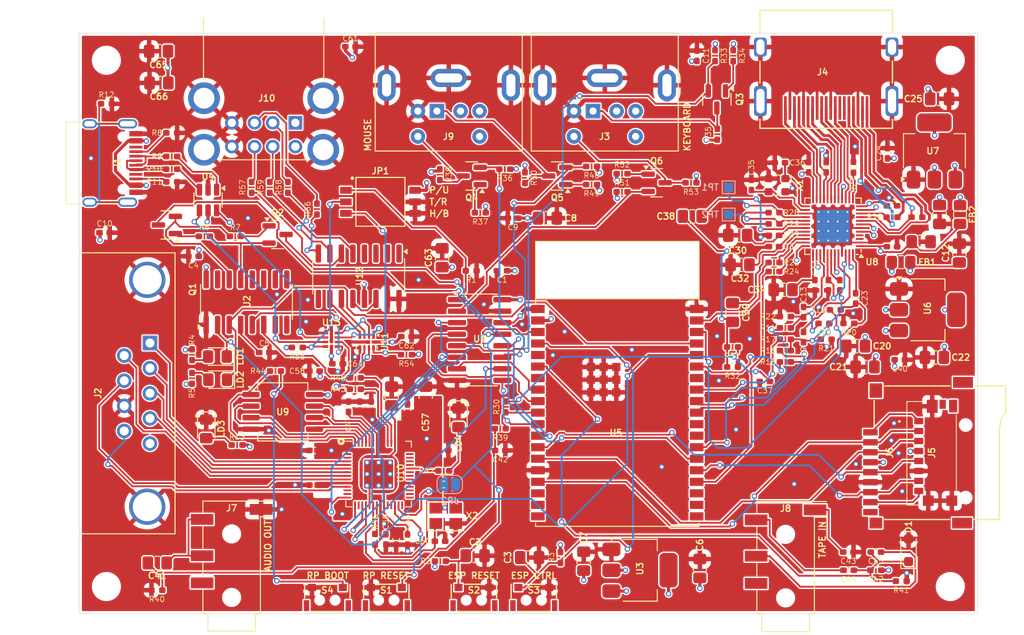
<source format=kicad_pcb>
(kicad_pcb (version 20241229) (generator "pcbnew") (generator_version "9.0")
  (title_block (title "${NAME} ${MODEL}") (date "2025-07-03") (rev "${VERSION}") (company "Mikhail Matveev") (comment 1 "https://github.com/rh1tech/echo"))
  (layers (0 "F.Cu" mixed) (4 "In1.Cu" power "In1.GND") (6 "In2.Cu" power "In2.PWR") (2 "B.Cu" signal) (13 "F.Paste" user) (15 "B.Paste" user) (5 "F.SilkS" user "F.Silkscreen") (7 "B.SilkS" user "B.Silkscreen") (1 "F.Mask" user) (3 "B.Mask" user) (25 "Edge.Cuts" user))
  (property "MODEL" "HDMI")
  (property "NAME" "Echo")
  (property "VERSION" "1.00")
  (net 0 "")
  (net 1 "VBUS")
  (net 2 "GND")
  (net 3 "/ESP_EN")
  (net 4 "/ESP_IO36")
  (net 5 "Net-(U2-3V)")
  (net 6 "+3V3")
  (net 7 "/VGA to HDMI/AMS_3V3A")
  (net 8 "Net-(C13-Pad2)")
  (net 9 "/VGA to HDMI/ALIN")
  (net 10 "/VGA to HDMI/SOG_G")
  (net 11 "Net-(C23-Pad2)")
  (net 12 "/VGA to HDMI/B")
  (net 13 "/VGA to HDMI/ARIN")
  (net 14 "/VGA to HDMI/AMS_3V3")
  (net 15 "/VGA to HDMI/G")
  (net 16 "Net-(C38-Pad2)")
  (net 17 "/VGA to HDMI/R")
  (net 18 "/VGA to HDMI/AMS_1V8")
  (net 19 "/VGA to HDMI/AMS_1V8A")
  (net 20 "Net-(U8-REFQ0)")
  (net 21 "Net-(U8-REFQ1)")
  (net 22 "Net-(U8-REFP)")
  (net 23 "Net-(U8-XTO)")
  (net 24 "Net-(U8-XTI)")
  (net 25 "Net-(C41-Pad2)")
  (net 26 "/Audio Out/A_OUT")
  (net 27 "/Tape In/G")
  (net 28 "/ESP_IO34")
  (net 29 "/Tape In/L")
  (net 30 "/Tape In/R")
  (net 31 "Net-(U10-VREG_VOUT)")
  (net 32 "Net-(C59-Pad1)")
  (net 33 "/RP2040/XIN")
  (net 34 "/VGA to HDMI/HDMI_5V")
  (net 37 "Net-(J1-DP1)")
  (net 38 "Net-(J1-DN1)")
  (net 39 "Net-(J1-SHIELD)")
  (net 40 "Net-(J1-CC1)")
  (net 41 "Net-(J1-CC2)")
  (net 42 "/GPIO7")
  (net 43 "/GPIO8")
  (net 44 "/GPIO5")
  (net 45 "/GPIO4")
  (net 46 "/GPIO2")
  (net 47 "/GPIO6")
  (net 48 "/GPIO3")
  (net 49 "/KB_DATA")
  (net 52 "/KB_CLK")
  (net 53 "/VGA to HDMI/TMDS_CLK+")
  (net 54 "/VGA to HDMI/TMDS_D2-")
  (net 55 "/VGA to HDMI/DCCSCL")
  (net 57 "/VGA to HDMI/TMDS_D0+")
  (net 58 "/VGA to HDMI/HPDT")
  (net 59 "/VGA to HDMI/TMDS_D1-")
  (net 61 "/VGA to HDMI/TMDS_CLK-")
  (net 62 "/VGA to HDMI/TMDS_D2+")
  (net 63 "/VGA to HDMI/TMDS_D1+")
  (net 64 "/VGA to HDMI/TMDS_D0-")
  (net 65 "/VGA to HDMI/DDCSDA")
  (net 66 "/POL")
  (net 67 "/DAT1")
  (net 68 "/ESP_IO2")
  (net 69 "/DET")
  (net 70 "/ESP_IO14")
  (net 71 "/ESP_IO12")
  (net 72 "/ESP_IO13")
  (net 73 "/DAT2")
  (net 75 "/MS_CLK")
  (net 77 "/MS_DATA")
  (net 79 "Net-(J10-D2-)")
  (net 80 "Net-(J10-D2+)")
  (net 81 "Net-(J10-D1-)")
  (net 82 "Net-(J10-D1+)")
  (net 83 "/GPIO16")
  (net 84 "/UMSW2")
  (net 85 "/SN74_S")
  (net 86 "/UMSW1")
  (net 87 "/ESP_IO3")
  (net 88 "Net-(LD1-A)")
  (net 89 "Net-(LD2-A)")
  (net 90 "/ESP_IO1")
  (net 91 "Net-(LD3-A)")
  (net 92 "Net-(LD4-A)")
  (net 93 "Net-(Q1-E)")
  (net 94 "Net-(Q1-B)")
  (net 95 "Net-(Q2-B)")
  (net 96 "Net-(Q2-E)")
  (net 97 "/ESP_IO0")
  (net 98 "Net-(Q3-G)")
  (net 99 "/KB_DATA_3V")
  (net 100 "Net-(Q4-G)")
  (net 101 "/MS_CLK_3V")
  (net 102 "/MS_DATA_3V")
  (net 103 "Net-(Q5-G)")
  (net 104 "/KB_CLK_3V")
  (net 105 "Net-(Q6-G)")
  (net 106 "Net-(R9-Pad1)")
  (net 107 "Net-(R10-Pad1)")
  (net 108 "/ESP_IO25")
  (net 109 "/ESP_IO4")
  (net 110 "/ESP_IO5")
  (net 111 "/ESP_IO18")
  (net 112 "/ESP_IO19")
  (net 113 "/ESP_IO21")
  (net 114 "/ESP_IO22")
  (net 115 "Net-(U8-HSIN)")
  (net 116 "/ESP_IO23")
  (net 117 "/ESP_IO15")
  (net 118 "Net-(U8-VSIN)")
  (net 119 "Net-(U8-SWREF1k)")
  (net 120 "Net-(U10-USB_DP)")
  (net 121 "/RP_D+")
  (net 122 "/RP2040/QSPI_SS")
  (net 123 "Net-(R44-Pad2)")
  (net 124 "/RP_D-")
  (net 125 "Net-(U10-USB_DM)")
  (net 126 "/RP2040/XOUT")
  (net 127 "/RP2040/GPIO25")
  (net 128 "/USB1_D1+")
  (net 129 "/USB1_D2+")
  (net 130 "/USB1_D1-")
  (net 131 "/USB1_D2-")
  (net 132 "/RUN")
  (net 133 "/VGA to HDMI/SCL")
  (net 134 "/VGA to HDMI/SDA")
  (net 135 "/GPIO11")
  (net 136 "/GPIO14")
  (net 137 "/ESP_IO33")
  (net 138 "/ESP_IO27")
  (net 139 "/ESP_IO26")
  (net 140 "/ESP_IO32")
  (net 141 "/GPIO12")
  (net 142 "/GPIO15")
  (net 144 "/UTC_D-")
  (net 149 "/UTC_D+")
  (net 152 "/PW_D+")
  (net 153 "/PW_D-")
  (net 154 "/ESP_IO35")
  (net 155 "/ESP_IO39")
  (net 157 "/RP2040/QSPI_SD2")
  (net 158 "/RP2040/QSPI_SD3")
  (net 159 "/RP2040/QSPI_SD0")
  (net 160 "/RP2040/QSPI_SD1")
  (net 161 "/RP2040/QSPI_SCLK")
  (net 162 "/GPIO10")
  (net 163 "/GPIO24")
  (net 164 "/GPIO26")
  (net 165 "/GPIO22")
  (net 166 "/SWCLK")
  (net 167 "/GPIO13")
  (net 168 "/SWD")
  (net 169 "/GPIO29")
  (net 170 "/GPIO21")
  (net 171 "/GPIO18")
  (net 172 "/GPIO28")
  (net 173 "/GPIO9")
  (net 174 "/GPIO17")
  (net 175 "/GPIO19")
  (net 176 "/GPIO23")
  (net 177 "/GPIO27")
  (net 178 "/GPIO0")
  (net 179 "/GPIO1")
  (net 180 "/GPIO20")
  (net 181 "/MP1_D+")
  (net 182 "/HUB_D-")
  (net 183 "/MP1_D-")
  (net 184 "/HUB_D+")
  (net 186 "/USB Hub/DM4")
  (net 187 "Net-(U12-VD3)")
  (net 188 "/USB Hub/DP3")
  (net 189 "/USB Hub/DM3")
  (net 190 "/USB Hub/DP4")
  (net 191 "Net-(C37-Pad1)")
  (net 192 "Net-(U8-SOG{slash}Y)")
  (net 193 "/VGA to HDMI/5V")
  (footprint "FRANK:MicroSD (SMD, short)" (layer "F.Cu") (at 143.9646 70.3102 90)
    (property "Reference" "J5")
    (property "Value" "0475710001" (hide yes))
  )
  (footprint "FRANK:Resistor (0402)" (layer "F.Cu") (at 60.2 39 180)
    (property "Reference" "R10")
    (property "Value" "22R" (hide yes))
  )
  (footprint "FRANK:Resistor (0402)" (layer "F.Cu") (at 82.6 79.8 -90)
    (property "Reference" "R46")
    (property "Value" "1K" (hide yes))
  )
  (footprint "FRANK:Resistor (0402)" (layer "F.Cu") (at 62.435 59.45 90)
    (property "Reference" "R4")
    (property "Value" "1.5K" (hide yes))
  )
  (footprint "FRANK:Resistor (0402)" (layer "F.Cu") (at 90.185 72.25 180)
    (property "Reference" "R47")
    (property "Value" "1K" (hide yes))
  )
  (footprint "FRANK:Resistor (0402)" (layer "F.Cu") (at 71 41.0025 90)
    (property "Reference" "R59")
    (property "Value" "22R" (hide yes))
  )
  (footprint "FRANK:USB Type C" (layer "F.Cu") (at 48.555 38.32 -90)
    (property "Reference" "J1")
    (property "Value" "USB4215-03-A")
  )
  (footprint "FRANK:Capacitor (0402)" (layer "F.Cu") (at 126.575 47.54 180)
    (property "Reference" "C31")
    (property "Value" "220n" (hide yes))
  )
  (footprint "FRANK:Resistor (0402)" (layer "F.Cu") (at 122.0025 58.6 180)
    (property "Reference" "R31")
    (property "Value" "4.7K" (hide yes))
  )
  (footprint "FRANK:SW_DS05-127-2-03BK-SMT-TR" (layer "F.Cu") (at 83.2 42.6)
    (property "Reference" "JP1")
    (property "Value" "Main Jumpers" (hide yes))
  )
  (footprint "FRANK:Capacitor (0402)" (layer "F.Cu") (at 139.575 47.54)
    (property "Reference" "C14" (hide yes))
    (property "Value" "100n" (hide yes))
  )
  (footprint "FRANK:Capacitor (0805)" (layer "F.Cu") (at 105.6 82.2 90)
    (property "Reference" "C7")
    (property "Value" "10u")
  )
  (footprint "FRANK:Resistor (0402)" (layer "F.Cu") (at 71.635 61.25)
    (property "Reference" "R44")
    (property "Value" "1K" (hide yes))
  )
  (footprint "FRANK:Crystal (3225)" (layer "F.Cu") (at 90.4 77.2)
    (property "Reference" "X2")
    (property "Value" "12 MHz")
  )
  (footprint "FRANK:Capacitor (0402)" (layer "F.Cu") (at 97.8 44.4 180)
    (property "Reference" "C9")
    (property "Value" "100n" (hide yes))
  )
  (footprint "FRANK:Capacitor (0402)" (layer "F.Cu") (at 84.935 79.8175 -90)
    (property "Reference" "C50" (hide yes))
    (property "Value" "100n" (hide yes))
  )
  (footprint "FRANK:Capacitor (0402)" (layer "F.Cu") (at 79.685 65.1825 90)
    (property "Reference" "C47")
    (property "Value" "100n" (hide yes))
  )
  (footprint "FRANK:Capacitor (0805)" (layer "F.Cu") (at 58.7875 29.5 180)
    (property "Reference" "C66")
    (property "Value" "10u")
  )
  (footprint "FRANK:Capacitor (0402)" (layer "F.Cu") (at 79.8925 25.5)
    (property "Reference" "C61")
    (property "Value" "100n" (hide yes))
  )
  (footprint "FRANK:Capacitor (0805)" (layer "F.Cu") (at 122 54.8 -90)
    (property "Reference" "C39")
    (property "Value" "1u")
  )
  (footprint "FRANK:Mounting Hole (2.7mm)" (layer "F.Cu") (at 146 27)
    (property "Reference" "H1" (hide yes))
    (property "Value" "MountingHole")
  )
  (footprint "FRANK:Capacitor (0402)" (layer "F.Cu") (at 62.6 48.6 180)
    (property "Reference" "C4")
    (property "Value" "100n" (hide yes))
  )
  (footprint "FRANK:Capacitor (0402)" (layer "F.Cu") (at 140.4325 60 180)
    (property "Reference" "C40")
    (property "Value" "100n" (hide yes))
  )
  (footprint "FRANK:Jack (3.5mm, PJ-320D)" (layer "F.Cu") (at 127.85 81.5 90)
    (property "Reference" "J8")
    (property "Value" "PJ-320D" (hide yes))
  )
  (footprint "FRANK:Resistor (0402)" (layer "F.Cu") (at 109.825 41.5)
    (property "Reference" "R51")
    (property "Value" "22K" (hide yes))
  )
  (footprint "FRANK:Inductor (0805)" (layer "F.Cu") (at 140.575 49.25 180)
    (property "Reference" "FB1")
    (property "Value" "220R" (hide yes))
  )
  (footprint "FRANK:MiniDIN (6 Pin, female)" (layer "F.Cu") (at 89.425 32.6 180)
    (property "Reference" "J9")
    (property "Value" "MDC-036")
  )
  (footprint "FRANK:Capacitor (0402)" (layer "F.Cu") (at 90.1175 70)
    (property "Reference" "C52" (hide yes))
    (property "Value" "100n" (hide yes))
  )
  (footprint "FRANK:Resistor (0402)" (layer "F.Cu") (at 89.8 82.2 180)
    (property "Reference" "R2")
    (property "Value" "10K" (hide yes))
  )
  (footprint "FRANK:SOT-223" (layer "F.Cu") (at 143.5 54.5)
    (property "Reference" "U6")
    (property "Value" "AMS1117-3.3")
  )
  (footprint "FRANK:Resistor (0402)" (layer "F.Cu") (at 99.125 39.95 -90)
    (property "Reference" "R50")
    (property "Value" "22K" (hide yes))
  )
  (footprint "FRANK:Resistor (0402)" (layer "F.Cu") (at 126.575 49.29)
    (property "Reference" "R23")
    (property "Value" "100R" (hide yes))
  )
  (footprint "FRANK:USB Type A (stacked)" (layer "F.Cu") (at 73.825 33.8923 -90)
    (property "Reference" "J10")
    (property "Value" "SS-52100-004")
  )
  (footprint "FRANK:Capacitor (0402)" (layer "F.Cu") (at 70.4 59.2)
    (property "Reference" "C5")
    (property "Value" "100n" (hide yes))
  )
  (footprint "FRANK:Diode (SOD-323)" (layer "F.Cu") (at 141.4 81 90)
    (property "Reference" "D1")
    (property "Value" "Zener 3V3")
  )
  (footprint "FRANK:Resistor (0402)" (layer "F.Cu") (at 127.825 56.5)
    (property "Reference" "R14")
    (property "Value" "800R" (hide yes))
  )
  (footprint "FRANK:LED (0805)" (layer "F.Cu") (at 91.8 66.4 -90)
    (property "Reference" "LD4")
    (property "Value" "Blue (GPIO25)")
  )
  (footprint "FRANK:Resistor (0402)" (layer "F.Cu") (at 121.9975 60.8)
    (property "Reference" "R32")
    (property "Value" "1K" (hide yes))
  )
  (footprint "FRANK:Resistor (0402)" (layer "F.Cu") (at 80.435 63.25)
    (property "Reference" "R43")
    (property "Value" "27R" (hide yes))
  )
  (footprint "FRANK:Mounting Hole (2.7mm)" (layer "F.Cu") (at 146 85)
    (property "Reference" "H3" (hide yes))
    (property "Value" "MountingHole")
  )
  (footprint "FRANK:Capacitor (0805)" (layer "F.Cu") (at 88.185 64 90)
    (property "Reference" "C57")
    (property "Value" "1u")
  )
  (footprint "FRANK:Resistor (0402)" (layer "F.Cu") (at 127.825 57.75)
    (property "Reference" "R17")
    (property "Value" "400R" (hide yes))
  )
  (footprint "FRANK:Capacitor (0402)" (layer "F.Cu") (at 75.935 73.8 180)
    (property "Reference" "C49" (hide yes))
    (property "Value" "100n" (hide yes))
  )
  (footprint "FRANK:Resistor (0402)" (layer "F.Cu") (at 135.325 38.79 -90)
    (property "Reference" "R27")
    (property "Value" "1K" (hide yes))
  )
  (footprint "FRANK:Resistor (0402)" (layer "F.Cu") (at 126.575 45.04 180)
    (property "Reference" "R29")
    (property "Value" "4.7K" (hide yes))
  )
  (footprint "FRANK:Capacitor (0402)" (layer "F.Cu") (at 124.075 40.74 90)
    (property "Reference" "C35")
    (property "Value" "15p" (hide yes))
  )
  (footprint "FRANK:Resistor (0402)" (layer "F.Cu") (at 127.825 60.25)
    (property "Reference" "R18")
    (property "Value" "800R" (hide yes))
  )
  (footprint "FRANK:UQFN-10" (layer "F.Cu") (at 77.7975 57.8 180)
    (property "Reference" "U13")
    (property "Value" "TS3USB221RSER" (hide yes))
  )
  (footprint "FRANK:Capacitor (0402)" (layer "F.Cu") (at 126.575 46.29 180)
    (property "Reference" "C29")
    (property "Value" "220n" (hide yes))
  )
  (footprint "FRANK:SOT-23" (layer "F.Cu") (at 59.6625 45.15 180)
    (property "Reference" "Q1")
    (property "Value" "BSS138")
  )
  (footprint "FRANK:D-SUB (9 pin, male, top mount)" (layer "F.Cu") (at 57.8 58.16 -90)
    (property "Reference" "J2")
    (property "Value" "D-SUB 9 Male")
  )
  (footprint "FRANK:LED (0805)" (layer "F.Cu") (at 65.235 59.65 180)
    (property "Reference" "LD1")
    (property "Value" "Orange (TX)")
  )
  (footprint "FRANK:TACT-SIDE-4623" (layer "F.Cu") (at 93.5 86.5 180)
    (property "Reference" "S2")
    (property "Value" "ESP Reset" (hide yes))
  )
  (footprint "FRANK:Capacitor (0805)" (layer "F.Cu") (at 58.6 82.4 180)
    (property "Reference" "C41")
    (property "Value" "10u")
  )
  (footprint "FRANK:Resistor (0402)" (layer "F.Cu") (at 96.91 39 180)
    (property "Reference" "R36")
    (property "Value" "22K" (hide yes))
  )
  (footprint "FRANK:Capacitor (0805)" (layer "F.Cu") (at 122.825 49.54 180)
    (property "Reference" "C32")
    (property "Value" "4.7u")
  )
  (footprint "FRANK:Resistor (0402)" (layer "F.Cu") (at 132.325 57.75)
    (property "Reference" "R21")
    (property "Value" "75R" (hide yes))
  )
  (footprint "FRANK:Resistor (0402)" (layer "F.Cu") (at 94.2 43.8 180)
    (property "Reference" "R37")
    (property "Value" "4.7K" (hide yes))
  )
  (footprint "FRANK:Resistor (0402)" (layer "F.Cu") (at 127.825 55.25 180)
    (property "Reference" "R22")
    (property "Value" "75R" (hide yes))
  )
  (footprint "FRANK:LED (0805)" (layer "F.Cu") (at 64 67.625 -90)
    (property "Reference" "LD3")
    (property "Value" "Green (Power)")
  )
  (footprint "FRANK:Mounting Hole (2.7mm)" (layer "F.Cu") (at 53 27)
    (property "Reference" "H2" (hide yes))
    (property "Value" "MountingHole")
  )
  (footprint "FRANK:Capacitor (0402)" (layer "F.Cu") (at 127.225 38.29 180)
    (property "Reference" "C36")
    (property "Value" "15p" (hide yes))
  )
  (footprint "FRANK:Capacitor (0805)" (layer "F.Cu") (at 90 48.7625 90)
    (property "Reference" "C63")
    (property "Value" "4.7u")
  )
  (footprint "FRANK:Capacitor (0402)" (layer "F.Cu") (at 96.6 50.2)
    (property "Reference" "C1")
    (property "Value" "100n" (hide yes))
  )
  (footprint "FRANK:Capacitor (0805)" (layer "F.Cu") (at 142.7875 47)
    (property "Reference" "C28" (hide yes))
    (property "Value" "10u")
  )
  (footprint "FRANK:Resistor (0402)" (layer "F.Cu") (at 96.4025 67.6 180)
    (property "Reference" "R39")
    (property "Value" "100R" (hide yes))
  )
  (footprint "FRANK:Capacitor (0805)" (layer "F.Cu") (at 135.575 58.5 180)
    (property "Reference" "C20")
    (property "Value" "10u")
  )
  (footprint "FRANK:Resistor (0402)" (layer "F.Cu") (at 69 41.0025 90)
    (property "Reference" "R57")
    (property "Value" "22R" (hide yes))
  )
  (footprint "FRANK:Resistor (0402)" (layer "F.Cu") (at 53.0025 31.8)
    (property "Reference" "R12")
    (property "Value" "1M" (hide yes))
  )
  (footprint "FRANK:QFN 48" (layer "F.Cu") (at 133.075 45.29 180)
    (property "Reference" "U8")
    (property "Value" "~" (hide yes))
  )
  (footprint "FRANK:HDMI (female)" (layer "F.Cu") (at 132.325 31.5 180)
    (property "Reference" "J4")
    (property "Value" "DC3RX19JA2")
  )
  (footprint "FRANK:TACT-SIDE-4623" (layer "F.Cu") (at 77.35 86.5 180)
    (property "Reference" "S4")
    (property "Value" "RP Boot" (hide yes))
  )
  (footprint "FRANK:Resistor (0402)" (layer "F.Cu") (at 126.575 43.79 180)
    (property "Reference" "R28")
    (property "Value" "4.7K" (hide yes))
  )
  (footprint "FRANK:Capacitor (0402)" (layer "F.Cu") (at 135.575 53.25 -90)
    (property "Reference" "C23")
    (property "Value" "100n" (hide yes))
  )
  (footprint "FRANK:Resistor (0402)" (layer "F.Cu") (at 97 65.2 90)
    (property "Reference" "R30")
    (property "Value" "330R" (hide yes))
  )
  (footprint "FRANK:Capacitor (0805)" (layer "F.Cu") (at 136.6 60.8 180)
    (property "Reference" "C21")
    (property "Value" "10u")
  )
  (footprint "FRANK:Capacitor (0402)" (layer "F.Cu") (at 130.3925 38.79 90)
    (property "Reference" "C18" (hide yes))
    (property "Value" "100n" (hide yes))
  )
  (footprint "FRANK:Capacitor (0402)" (layer "F.Cu") (at 132.575 51.79 -90)
    (property "Reference" "C15" (hide yes))
    (property "Value" "100n" (hide yes))
  )
  (footprint "FRANK:Capacitor (0402)" (layer "F.Cu") (at 131.075 51.79 -90)
    (property "Reference" "C33")
    (property "Value" "220n" (hide yes))
  )
  (footprint "FRANK:SOP-16" (layer "F.Cu") (at 80.8 50.8 -90)
    (property "Reference" "U12")
    (property "Value" "MW7211A")
  )
  (footprint "FRANK:Resistor (0402)" (layer "F.Cu") (at 109.825 39.5)
    (property "Reference" "R52")
    (property "Value" "4.7K" (hide yes))
  )
  (footprint "FRANK:Resistor (0402)" (layer "F.Cu") (at 106.4725 40.7 180)
    (property "Reference" "R49")
    (property "Value" "4.7K" (hide yes))
  )
  (footprint "FRANK:Jack (3.5mm, PJ-320D)" (layer "F.Cu") (at 66.8 81.45 90)
    (property "Reference" "J7")
    (property "Value" "PJ-320D" (hide yes))
  )
  (footprint "FRANK:Capacitor (0402)" (layer "F.Cu") (at 90.185 73.75)
    (property "Reference" "C51" (hide yes))
    (property "Value" "100n" (hide yes))
  )
  (footprint "FRANK:Capacitor (0402)" (layer "F.Cu") (at 139.575 43.04)
    (property "Reference" "C17" (hide yes))
    (property "Value" "100n" (hide yes))
  )
  (footprint "FRANK:Capacitor (0402)" (layer "F.Cu") (at 75.935 70 180)
    (property "Reference" "C48" (hide yes))
    (property "Value" "100n" (hide yes))
  )
  (footprint "FRANK:Resistor (0402)" (layer "F.Cu") (at 134.825 56 180)
    (property "Reference" "R20")
    (property "Value" "75R" (hide yes))
  )
  (footprint "FRANK:Resistor (0402)" (layer "F.Cu") (at 122.075 26.5 -90)
    (property "Reference" "R34")
    (property "Value" "4.7K" (hide yes))
  )
  (footprint "FRANK:Crystal (2520)" (layer "F.Cu") (at 126.9 40.765 -90)
    (property "Reference" "X1")
    (property "Value" "24.576M" (hide yes))
  )
  (footprint "FRANK:Resistor (0402)" (layer "F.Cu") (at 80.435 62)
    (property "Reference" "R45")
    (property "Value" "27R" (hide yes))
  )
  (footprint "FRANK:Resistor (0402)" (layer "F.Cu") (at 137.8 83.2)
    (property "Reference" "R42")
    (property "Value" "10K" (hide yes))
  )
  (footprint "FRANK:SOT-23" (layer "F.Cu") (at 120.275 31.3125 -90)
    (property "Reference" "Q3")
    (property "Value" "AO3400A")
  )
  (footprint "FRANK:TACT-SIDE-4623" (layer "F.Cu") (at 100.1 86.5 180)
    (property "Reference" "S3")
    (property "Value" "ESP Ctrl" (hide yes))
  )
  (footprint "FRANK:Capacitor (0805)" (layer "F.Cu") (at 118.4 83 90)
    (property "Reference" "C6")
    (property "Value" "10u")
  )
  (footprint "FRANK:Mounting Hole (2.7mm)" (layer "F.Cu") (at 53 85)
    (property "Reference" "H4" (hide yes))
    (property "Value" "MountingHole")
  )
  (footprint "FRANK:Capacitor (0402)" (layer "F.Cu") (at 118.075 26.5 90)
    (property "Reference" "C11")
    (property "Value" "100n" (hide yes))
  )
  (footprint "FRANK:Resistor (0402)" (layer "F.Cu") (at 120.075 26.5 -90)
    (property "Reference" "R33")
    (property "Value" "22K" (hide yes))
  )
  (footprint "FRANK:Resistor (0402)" (layer "F.Cu") (at 73 41.0025 90)
    (property "Reference" "R58")
    (property "Value" "22R" (hide yes))
  )
  (footprint "FRANK:Resistor (0402)" (layer "F.Cu") (at 89.75 39.6 -90)
    (property "Reference" "R38")
    (property "Value" "22K" (hide yes))
  )
  (footprint "FRANK:Capacitor (0805)" (layer "F.Cu") (at 144.825 31.25)
    (property "Reference" "C25")
    (property "Value" "10u")
  )
  (footprint "FRANK:Capacitor (0805)" (layer "F.Cu") (at 144.25 59.75 180)
    (property "Reference" "C22")
    (property "Value" "1u")
  )
  (footprint "FRANK:Capacitor (0402)" (layer "F.Cu") (at 133.825 51.79 -90)
    (property "Reference" "C27" (hide yes))
    (property "Value" "1n" (hide yes))
  )
  (footprint "FRANK:Resistor (0402)" (layer "F.Cu") (at 76.2 43.3975 90)
    (property "Reference" "R56")
    (property "Value" "22R" (hide yes))
  )
  (footprint "FRANK:UQFN-10" (layer "F.Cu") (at 81.685 58.05 -90)
    (property "Reference" "U11")
    (property "Value" "TS3USB221RSER" (hide yes))
  )
  (footprint "FRANK:Resistor (0402)" (layer "F.Cu") (at 62.435 62.0475 90)
    (property "Reference" "R5")
    (property "Value" "1.5K" (hide yes))
  )
  (footprint "FRANK:Capacitor (0402)" (layer "F.Cu") (at 134.7675 81.2 180)
    (property "Reference" "C43")
    (property "Value" "100n" (hide yes))
  )
  (footprint "FRANK:Capacitor (0402)" (layer "F.Cu") (at 86.185 79.8175 -90)
    (property "Reference" "C46")
    (property "Value" "100n" (hide yes))
  )
  (footprint "FRANK:Capacitor (0402)" (layer "F.Cu") (at 129.825 54.75 -90)
    (property "Reference" "C13")
    (property "Value" "100n" (hide yes))
  )
  (footprint "FRANK:Capacitor (0402)" (layer "F.Cu") (at 125.5675 62.4 180)
    (property "Reference" "C37")
    (property "Value" "100n" (hide yes))
  )
  (footprint "FRANK:Capacitor (0402)" (layer "F.Cu") (at 137.8 81.2)
    (property "Reference" "C45")
    (property "Value" "100n" (hide yes))
  )
  (footprint "FRANK:Resistor (0402)" (layer "F.Cu") (at 60.2 40.4 180)
    (property "Reference" "R11")
    (property "Value" "5.1K" (hide yes))
  )
  (footprint "FRANK:Capacitor (0402)" (layer "F.Cu") (at 134.8 83.2 180)
    (property "Reference" "C44")
    (property "Value" "100n" (hide yes))
  )
  (footprint "FRANK:Resistor (0402)" (layer "F.Cu") (at 63.8 46.4)
    (property "Reference" "R6")
    (property "Value" "2.2K" (hide yes))
  )
  (footprint "FRANK:Capacitor (0402)" (layer "F.Cu") (at 86.185 65.5 90)
    (property "Reference" "C53" (hide yes))
    (property "Value" "100n" (hide yes))
  )
  (footprint "FRANK:Capacitor (0402)" (layer "F.Cu") (at 80.935 65.1825 90)
    (property "Reference" "C54" (hide yes))
    (property "Value" "100n" (hide yes))
  )
  (footprint "FRANK:Resistor (0402)" (layer "F.Cu") (at 140.5975 84.4)
    (property "Reference" "R41")
    (property "Value" "10K" (hide yes))
  )
  (footprint "FRANK:TACT-SIDE-4623" (layer "F.Cu") (at 83.85 86.5 180)
    (property "Reference" "S1")
    (property "Value" "RP Reset" (hide yes))
  )
  (footprint "FRANK:Capacitor (0402)" (layer "F.Cu") (at 78.4675 60.45 180)
    (property "Reference" "C64")
    (property "Value" "100n" (hide yes))
  )
  (footprint "FRANK:Resistor (0402)" (layer "F.Cu") (at 60.2 37.6 180)
    (property "Reference" "R9")
    (property "Value" "22R" (hide yes))
  )
  (footprint "FRANK:Resistor (0402)" (layer "F.Cu") (at 142.325 44.29)
    (property "Reference" "R26" (hide yes))
    (property "Value" "2K" (hide yes))
  )
  (footprint "FRANK:Capacitor (0402)" (layer "F.Cu") (at 86.0675 57.45 180)
    (property "Reference" "C62")
    (property "Value" "100n" (hide yes))
  )
  (footprint "FRANK:Capacitor (0805)" (layer "F.Cu") (at 147 48.25 90)
    (property "Reference" "C12")
    (property "Value" "10u")
  )
  (footprint "FRANK:Capacitor (0402)" (layer "F.Cu") (at 129.825 57.5 -90)
    (property "Reference" "C19")
    (property "Value" "100n" (hide yes))
  )
  (footprint "FRANK:Capacitor (0805)" (layer "F.Cu") (at 93.6325 81.6)
    (property "Reference" "C2")
    (property "Value" "1u")
  )
  (footprint "FRANK:Capacitor (0805)" (layer "F.Cu") (at 58.75 26 180)
    (property "Reference" "C65")
    (property "Value" "10u")
  )
  (footprint "FRANK:Resistor (0402)" (layer "F.Cu") (at 120.325 35.1525 90)
    (property "Reference" "R35")
    (property "Value" "22K" (hide yes))
  )
  (footprint "FRANK:SOT-23" (layer "F.Cu") (at 71.8625 46.2)
    (property "Reference" "Q2")
    (property "Value" "BSS138")
  )
  (footprint "FRANK:Resistor (0402)" (layer "F.Cu") (at 133.325 54.5)
    (property "Reference" "R19")
    (property "Value" "400R" (hide yes))
  )
  (footprint "FRANK:Resistor (0402)" (layer "F.Cu") (at 67.4025 69.4)
    (property "Reference" "R13")
    (property "Value" "1K" (hide yes))
  )
  (footprint "FRANK:SOT-23-6" (layer "F.Cu") (at 64.2 42.4 -90)
    (property "Reference" "U4")
    (property "Value" "USBLC6-2SC6" (hide yes))
  )
  (footprint "FRANK:SOT-223" (layer "F.Cu") (at 111.8 83.2)
    (property "Reference" "U3")
    (property "Value" "NCP1117 3.3")
  )
  (footprint "FRANK:Resistor (0402)" (layer "F.Cu") (at 117.4225 40.5 180)
    (property "Reference" "R53")
    (property "Value" "22K" (hide yes))
  )
  (footprint "FRANK:SOT-23" (layer "F.Cu") (at 102.6875 39.75 180)
    (property "Reference" "Q5")
    (property "Value" "AO3400A")
  )
  (footprint "FRANK:Resistor (0402)" (layer "F.Cu") (at 127.825 59)
    (property "Reference" "R16")
    (property "Value" "800R" (hide yes))
  )
  (footprint "FRANK:Capacitor (0805)" (layer "F.Cu") (at 117.5625 44.2 180)
    (property "Reference" "C38")
    (property "Value" "1u")
  )
  (footprint "FRANK:Resistor (0402)" (layer "F.Cu") (at 106.4725 38.7 180)
    (property "Reference" "R48")
    (property "Value" "22K" (hide yes))
  )
  (footprint "FRANK:SOT-23" (layer "F.Cu") (at 93.25 39.75 180)
    (property "Reference" "Q4")
    (property "Value" "AO3400A")
  )
  (footprint "FRANK:Capacitor (0402)" (layer "F.Cu") (at 75.935 61.25 180)
    (property "Reference" "C58")
    (property "Value" "100n" (hide yes))
  )
  (footprint "FRANK:Resistor (0402)" (layer "F.Cu") (at 103.0375 81.8 90)
    (property "Reference" "R3")
    (property "Value" "10K" (hide yes))
  )
  (footprint "FRANK:SOP-16" (layer "F.Cu") (at 68.435 53.65 90)
    (property "Reference" "U2")
    (property "Value" "CH340C")
  )
  (footprint "FRANK:Resistor (0402)" (layer "F.Cu") (at 86.0675 59.45 180)
    (property "Reference" "R54")
    (property "Value" "10K" (hide yes))
  )
  (footprint "FRANK:Capacitor (0805)" (layer "F.Cu") (at 99.6375 81.8)
    (property "Reference" "C3")
    (property "Value" "1u")
  )
  (footprint "FRANK:ESP32-WROVER-E" (layer "F.Cu") (at 109.3 62.66)
    (property "Reference" "U5")
    (property "Value" "ESP32-WROVER-E")
  )
  (footprint "FRANK:Resistor (0402)" (layer "F.Cu") (at 93.1975 50.2 180)
    (property "Reference" "R1")
    (property "Value" "10K" (hide yes))
  )
  (footprint "FRANK:Capacitor (0402)" (layer "F.Cu") (at 52.8 46)
    (property "Reference" "C10")
    (property "Value" "100n" (hide yes))
  )
  (footprint "FRANK:Resistor (0402)" (layer "F.Cu") (at 67.2025 46.4 180)
    (property "Reference" "R7")
    (property "Value" "2.2K" (hide yes))
  )
  (footprint "FRANK:Resistor (0402)" (layer "F.Cu") (at 126.575 50.29)
    (property "Reference" "R24")
    (property "Value" "100R" (hide yes))
  )
  (footprint "FRANK:Capacitor (0805)" (layer "F.Cu") (at 101.6 44.4)
    (property "Reference" "C8")
    (property "Value" "10u")
  )
  (footprint "FRANK:Resistor (0402)" (layer "F.Cu") (at 74.035 58.65)
    (property "Reference" "R55")
    (property "Value" "10K" (hide yes))
  )
  (footprint "FRANK:Capacitor (0805)" (layer "F.Cu") (at 122.575 46.29 180)
    (property "Reference" "C30")
    (property "Value" "4.7u")
  )
  (footprint "FRANK:QFN 56" (layer "F.Cu") (at 82.9975 72.6)
    (property "Reference" "U10")
    (property "Value" "RP2040")
  )
  (footprint "FRANK:Resistor (0402)" (layer "F.Cu") (at 132.075 56 180)
    (property "Reference" "R15")
    (property "Value" "400R" (hide yes))
  )
  (footprint "FRANK:SOIC-8" (layer "F.Cu") (at 72.435 65.75)
    (property "Reference" "U9")
    (property "Value" "W25Q128JVSIQ")
  )
  (footprint "FRANK:Capacitor (0402)" (layer "F.Cu") (at 89.7675 80)
    (property "Reference" "C60")
    (property "Value" "15p" (hide yes))
  )
  (footprint "FRANK:MicroSD (SMD, long)" (layer "F.Cu") (at 136.4 70.25 -90)
    (property "Reference" "J6")
    (property "Value" "104031-0811")
  )
  (footprint "FRANK:Capacitor (0805)" (layer "F.Cu") (at 144.825 44 -90)
    (property "Reference" "C26" (hide yes))
    (property "Value" "1u")
  )
  (footprint "FRANK:Resistor (0402)" (layer "F.Cu") (at 139.575 44.29)
    (property "Reference" "R25")
    (property "Value" "2K" (hide yes))
  )
  (footprint "FRANK:Capacitor (0402)" (layer "F.Cu") (at 132.325 38.79 90)
    (property "Reference" "C16" (hide yes))
    (property "Value" "100n" (hide yes))
  )
  (footprint "FRANK:SOT-23" (layer "F.Cu") (at 113.6375 40.5)
    (property "Reference" "Q6")
    (property "Value" "AO3400A")
  )
  (footprint "FRANK:Capacitor (0805)" (layer "F.Cu") (at 84.435 64 90)
    (property "Reference" "C56" (hide yes))
    (property "Value" "1u")
  )
  (footprint "FRANK:SOP-16" (layer "F.Cu") (at 94.135 57.825)
    (property "Reference" "U1")
    (property "Value" "SN74CBT3257CDR")
  )
  (footprint "FRANK:Resistor (0402)" (layer "F.Cu") (at 60.2 35 180)
    (property "Reference" "R8")
    (property "Value" "5.1K" (hide yes))
  )
  (footprint "FRANK:Capacitor (0402)" (layer "F.Cu") (at 83.8 79.8 -90)
    (property "Reference" "C59")
    (property "Value" "15p" (hide yes))
  )
  (footprint "FRANK:Capacitor (0402)" (layer "F.Cu") (at 82.185 65.1825 90)
    (property "Reference" "C55" (hide yes))
    (property "Value" "100n" (hide yes))
  )
  (footprint "FRANK:SOT-223" (layer "F.Cu") (at 144.25 37 90)
    (property "Reference" "U7")
    (property "Value" "AMS1117-1.8")
  )
  (footprint "FRANK:Capacitor (0402)" (layer "F.Cu") (at 139.075 37.25 90)
    (property "Reference" "C24")
    (property "Value" "100n" (hide yes))
  )
  (footprint "FRANK:Inductor (0805)" (layer "F.Cu") (at 147.075 44 -90)
    (property "Reference" "FB2")
    (property "Value" "220R" (hide yes))
  )
  (footprint "FRANK:Capacitor (0402)" (layer "F.Cu") (at 96.4 70 180)
    (property "Reference" "C42")
    (property "Value" "33n" (hide yes))
  )
  (footprint "FRANK:Capacitor (0805)" (layer "F.Cu") (at 127.575 52.29 180)
    (property "Reference" "C34")
    (property "Value" "4.7u")
  )
  (footprint "FRANK:MiniDIN (6 Pin, female)" (layer "F.Cu") (at 106.625 32.6 180)
    (property "Reference" "J3")
    (property "Value" "MDC-036")
  )
  (footprint "FRANK:LED (0805)" (layer "F.Cu") (at 65.26 62.2 180)
    (property "Reference" "LD2")
    (property "Value" "Orange (RX)")
  )
  (footprint "FRANK:Resistor (0402)" (layer "F.Cu") (at 58.565 85.4)
    (property "Reference" "R40")
    (property "Value" "150R" (hide yes))
  )
  (footprint "FRANK:TestPoint (Pad 1.0x1.0mm)" (layer "B.Cu") (at 121.575 44 180)
    (property "Reference" "TP2")
    (property "Value" "MS9288_SDA" (hide yes))
  )
  (footprint "FRANK:TestPoint (Pad 1.0x1.0mm)" (layer "B.Cu") (at 121.575 41 180)
    (property "Reference" "TP1")
    (property "Value" "MS9288_SCL" (hide yes))
  )
  (footprint "FRANK:Jumper (solder)" (layer "B.Cu") (at 90.835 73.75)
    (property "Reference" "JP2")
    (property "Value" "ESP-RP RST")
  )
  (gr_line (start 149 24) (end 149 88) (stroke (width 0.05)) (layer "Edge.Cuts"))
  (gr_line (start 50 24) (end 50 88) (stroke (width 0.05)) (layer "Edge.Cuts"))
  (gr_line (start 149 88) (end 50 88) (stroke (width 0.05)) (layer "Edge.Cuts"))
  (gr_line (start 50 24) (end 149 24) (stroke (width 0.05)) (layer "Edge.Cuts"))
  (gr_text "KEYBOARD" (at 117 37.1 90) (layer "F.SilkS") (effects (font (size 0.7 0.7) (thickness 0.14) (bold yes)) (justify left)))
  (gr_text "RP RESET" (at 83.8 83.8 0) (layer "F.SilkS") (effects (font (size 0.7 0.7) (thickness 0.14) (bold yes))))
  (gr_text "P/U" (at 88.5 41.3 0) (layer "F.SilkS") (effects (font (size 0.7 0.7) (thickness 0.14) (bold yes)) (justify left)))
  (gr_text "AUDIO OUT" (at 70.8 77.6 90) (layer "F.SilkS") (effects (font (size 0.7 0.7) (thickness 0.14) (bold yes)) (justify right)))
  (gr_text "T/R" (at 88.5 42.6 0) (layer "F.SilkS") (effects (font (size 0.7 0.7) (thickness 0.14) (bold yes)) (justify left)))
  (gr_text "TAPE IN" (at 131.9 77.7 90) (layer "F.SilkS") (effects (font (size 0.7 0.7) (thickness 0.14) (bold yes)) (justify right)))
  (gr_text "ESP CTRL" (at 100.1 83.8 0) (layer "F.SilkS") (effects (font (size 0.7 0.7) (thickness 0.14) (bold yes))))
  (gr_text "ESP RESET" (at 93.5 83.8 0) (layer "F.SilkS") (effects (font (size 0.7 0.7) (thickness 0.14) (bold yes))))
  (gr_text "H/B" (at 88.5 43.9 0) (layer "F.SilkS") (effects (font (size 0.7 0.7) (thickness 0.14) (bold yes)) (justify left)))
  (gr_text "RP BOOT" (at 77.4 83.8 0) (layer "F.SilkS") (effects (font (size 0.7 0.7) (thickness 0.14) (bold yes))))
  (gr_text "MOUSE" (at 81.8 37.1 90) (layer "F.SilkS") (effects (font (size 0.7 0.7) (thickness 0.14) (bold yes)) (justify left)))
  (segment (start 99.125 39.3525) (end 99.125 38.575) (width 0.35) (layer "F.Cu") (net 1))
  (segment (start 61.855 62.645) (end 61.8 62.7) (width 0.35) (layer "F.Cu") (net 1))
  (segment (start 89.75 39.2025) (end 88.8975 39.2025) (width 0.35) (layer "F.Cu") (net 1))
  (segment (start 138.398 83.2) (end 139.2 83.2) (width 0.35) (layer "F.Cu") (net 1))
  (segment (start 117.5 27.1) (end 118.042 27.1) (width 0.35) (layer "F.Cu") (net 1))
  (segment (start 79.325 25.5) (end 79.325 25.925) (width 0.35) (layer "F.Cu") (net 1))
  (segment (start 54 37.2971) (end 54 39.2) (width 0.35) (layer "F.Cu") (net 1))
  (segment (start 88.8975 39.2025) (end 88.8 39.3) (width 0.35) (layer "F.Cu") (net 1))
  (segment (start 63.99 49.81) (end 63.99 51.15) (width 0.35) (layer "F.Cu") (net 1))
  (segment (start 59.7875 26) (end 59.7875 27.7312) (width 0.35) (layer "F.Cu") (net 1))
  (segment (start 118.02 40.5) (end 118.02 39.72) (width 0.35) (layer "F.Cu") (net 1))
  (segment (start 110.3 85.5) (end 108.65 85.5) (width 0.35) (layer "F.Cu") (net 1))
  (segment (start 105.6 83.2375) (end 105.6 84.3) (width 0.35) (layer "F.Cu") (net 1))
  (segment (start 90 49.8) (end 91.1 49.8) (width 0.35) (layer "F.Cu") (net 1))
  (segment (start 139.782 37.8175) (end 139.8 37.8) (width 0.35) (layer "F.Cu") (net 1))
  (segment (start 56.25 40.77) (end 57.37 40.77) (width 0.35) (layer "F.Cu") (net 1))
  (segment (start 57.37 40.77) (end 57.4 40.8) (width 0.35) (layer "F.Cu") (net 1))
  (segment (start 119.1 35.8) (end 120.275 35.8) (width 0.35) (layer "F.Cu") (net 1))
  (segment (start 88.3 41.26) (end 88.23 41.33) (width 0.35) (layer "F.Cu") (net 1))
  (segment (start 98.58 53.38) (end 98.6 53.4) (width 0.35) (layer "F.Cu") (net 1))
  (segment (start 59.7875 27.7312) (end 59.7875 29.4625) (width 0.35) (layer "F.Cu") (net 1))
  (segment (start 146.55 38.65) (end 146.5 38.6) (width 0.35) (layer "F.Cu") (net 1))
  (segment (start 55.57 40.77) (end 56.25 40.77) (width 0.35) (layer "F.Cu") (net 1))
  (segment (start 57.37 35.87) (end 57.4 35.9) (width 0.35) (layer "F.Cu") (net 1))
  (segment (start 139.075 37.8175) (end 139.782 37.8175) (width 0.35) (layer "F.Cu") (net 1))
  (segment (start 64.2 43.5375) (end 64.2 44.7) (width 0.35) (layer "F.Cu") (net 1))
  (segment (start 97.1675 50.2) (end 98 50.2) (width 0.35) (layer "F.Cu") (net 1))
  (segment (start 63.2 47.9) (end 63.2 48.5675) (width 0.35) (layer "F.Cu") (net 1))
  (segment (start 62.435 62.645) (end 61.855 62.645) (width 0.35) (layer "F.Cu") (net 1))
  (segment (start 81.4 51.7) (end 81.4 53.265) (width 0.35) (layer "F.Cu") (net 1))
  (segment (start 61.7 58.9) (end 62.3875 58.9) (width 0.35) (layer "F.Cu") (net 1))
  (segment (start 55.4271 35.87) (end 54 37.2971) (width 0.35) (layer "F.Cu") (net 1))
  (segment (start 52.3 46.8) (end 52.3 46.0675) (width 0.35) (layer "F.Cu") (net 1))
  (segment (start 140.35 56.8) (end 138.9 56.8) (width 0.35) (layer "F.Cu") (net 1))
  (segment (start 59.7875 27.7312) (end 59.75 27.7687) (width 0.2) (layer "F.Cu") (net 1))
  (segment (start 96.635 53.38) (end 98.58 53.38) (width 0.35) (layer "F.Cu") (net 1))
  (segment (start 146.55 40.15) (end 146.55 38.65) (width 0.35) (layer "F.Cu") (net 1))
  (segment (start 79.325 25.925) (end 80.1 26.7) (width 0.35) (layer "F.Cu") (net 1))
  (segment (start 136.612 58.5) (end 136.612 57.5) (width 0.35) (layer "F.Cu") (net 1))
  (segment (start 56.25 35.87) (end 57.37 35.87) (width 0.35) (layer "F.Cu") (net 1))
  (segment (start 56.25 35.87) (end 55.4271 35.87) (width 0.35) (layer "F.Cu") (net 1))
  (segment (start 88.3 40.5) (end 88.3 41.26) (width 0.35) (layer "F.Cu") (net 1))
  (segment (start 59.75 27.7687) (end 59.75 27.85) (width 0.2) (layer "F.Cu") (net 1))
  (segment (start 88.23 41.33) (end 87.01 41.33) (width 0.35) (layer "F.Cu") (net 1))
  (segment (start 64.2 44.7) (end 64.1 44.8) (width 0.35) (layer "F.Cu") (net 1))
  (segment (start 54 39.2) (end 55.57 40.77) (width 0.35) (layer "F.Cu") (net 1))
  (via (at 88.3 40.5) (size 0.6) (drill 0.35) (layers "F.Cu" "B.Cu") (net 1))
  (via (at 98.6 53.4) (size 0.6) (drill 0.35) (layers "F.Cu" "B.Cu") (net 1))
  (via (at 146.5 38.6) (size 0.6) (drill 0.35) (layers "F.Cu" "B.Cu") (net 1))
  (via (at 139.2 83.2) (size 0.6) (drill 0.35) (layers "F.Cu" "B.Cu") (net 1))
  (via (at 63.99 49.81) (size 0.6) (drill 0.35) (layers "F.Cu" "B.Cu") (net 1))
  (via (at 139.8 37.8) (size 0.6) (drill 0.35) (layers "F.Cu" "B.Cu") (net 1))
  (via (at 138.9 56.8) (size 0.6) (drill 0.35) (layers "F.Cu" "B.Cu") (net 1))
  (via (at 63.2 47.9) (size 0.6) (drill 0.35) (layers "F.Cu" "B.Cu") (net 1))
  (via (at 64.1 44.8) (size 0.6) (drill 0.35) (layers "F.Cu" "B.Cu") (net 1))
  (via (at 91.1 49.8) (size 0.6) (drill 0.35) (layers "F.Cu" "B.Cu") (net 1))
  (via (at 105.6 84.3) (size 0.6) (drill 0.35) (layers "F.Cu" "B.Cu") (net 1))
  (via (at 57.4 40.8) (size 0.6) (drill 0.35) (layers "F.Cu" "B.Cu") (net 1))
  (via (at 61.7 58.9) (size 0.6) (drill 0.35) (layers "F.Cu" "B.Cu") (net 1))
  (via (at 59.75 27.85) (size 0.6) (drill 0.35) (layers "F.Cu" "B.Cu") (net 1))
  (via (at 88.8 39.3) (size 0.6) (drill 0.35) (layers "F.Cu" "B.Cu") (net 1))
  (via (at 52.3 46.8) (size 0.6) (drill 0.35) (layers "F.Cu" "B.Cu") (net 1))
  (via (at 136.612 57.5) (size 0.6) (drill 0.35) (layers "F.Cu" "B.Cu") (net 1))
  (via (at 110.3 85.5) (size 0.6) (drill 0.35) (layers "F.Cu" "B.Cu") (net 1))
  (via (at 98 50.2) (size 0.6) (drill 0.35) (layers "F.Cu" "B.Cu") (net 1))
  (via (at 81.4 51.7) (size 0.6) (drill 0.35) (layers "F.Cu" "B.Cu") (net 1))
  (via (at 99.125 38.575) (size 0.6) (drill 0.35) (layers "F.Cu" "B.Cu") (net 1))
  (via (at 57.4 35.9) (size 0.6) (drill 0.35) (layers "F.Cu" "B.Cu") (net 1))
  (via (at 119.1 35.8) (size 0.6) (drill 0.35) (layers "F.Cu" "B.Cu") (net 1))
  (via (at 61.8 62.7) (size 0.6) (drill 0.35) (layers "F.Cu" "B.Cu") (net 1))
  (via (at 80.1 26.7) (size 0.6) (drill 0.35) (layers "F.Cu" "B.Cu") (net 1))
  (via (at 118.02 39.72) (size 0.6) (drill 0.35) (layers "F.Cu" "B.Cu") (net 1))
  (via (at 117.5 27.1) (size 0.6) (drill 0.35) (layers "F.Cu" "B.Cu") (net 1))
  (segment (start 81.9975 74.15) (end 81.7225 73.875) (width 0.2) (layer "F.Cu") (net 2))
  (segment (start 132.075 48.24) (end 132.075 47.34) (width 0.2) (layer "F.Cu") (net 2))
  (segment (start 136.025 45.49) (end 134.975 45.49) (width 0.2) (layer "F.Cu") (net 2))
  (segment (start 132.335 37.535) (end 132.335 38.2125) (width 0.6) (layer "F.Cu") (net 2))
  (segment (start 130.125 43.89) (end 131.325 43.89) (width 0.2) (layer "F.Cu") (net 2))
  (segment (start 81.9975 76.0375) (end 81.9975 74.15) (width 0.2) (layer "F.Cu") (net 2))
  (segment (start 136.025 47.09) (end 134.875 47.09) (width 0.2) (layer "F.Cu") (net 2))
  (segment (start 134.075 48.24) (end 134.075 46.29) (width 0.2) (layer "F.Cu") (net 2))
  (segment (start 132.075 47.34) (end 132.55 46.865) (width 0.2) (layer "F.Cu") (net 2))
  (segment (start 140.14 43.04) (end 139.25 42.15) (width 0.35) (layer "F.Cu") (net 2))
  (segment (start 139.25 42.15) (end 139.2 42.1) (width 0.35) (layer "F.Cu") (net 2))
  (segment (start 132.3 37.5) (end 132.335 37.535) (width 0.6) (layer "F.Cu") (net 2))
  (via (at 123.9 57.7) (size 0.6) (drill 0.35) (layers "F.Cu" "B.Cu") (net 2))
  (via (at 70.9 67.8) (size 0.6) (drill 0.35) (layers "F.Cu" "B.Cu") (net 2))
  (via (at 125.1 46.5) (size 0.6) (drill 0.35) (layers "F.Cu" "B.Cu") (net 2))
  (via (at 68.6 44.4) (size 0.6) (drill 0.35) (layers "F.Cu" "B.Cu") (net 2))
  (via (at 132.4 58.6) (size 0.6) (drill 0.35) (layers "F.Cu" "B.Cu") (net 2))
  (via (at 87.4 51.2) (size 0.6) (drill 0.35) (layers "F.Cu" "B.Cu") (net 2))
  (via (at 75.2 53.4) (size 0.6) (drill 0.35) (layers "F.Cu" "B.Cu") (net 2))
  (via (at 120.3 57.4) (size 0.6) (drill 0.35) (layers "F.Cu" "B.Cu") (net 2))
  (via (at 122.4 67.7) (size 0.6) (drill 0.35) (layers "F.Cu" "B.Cu") (net 2))
  (via (at 71.8 52.8) (size 0.6) (drill 0.35) (layers "F.Cu" "B.Cu") (net 2))
  (via (at 128.6 41.1) (size 0.6) (drill 0.35) (layers "F.Cu" "B.Cu") (net 2))
  (via (at 135.3 54.9) (size 0.6) (drill 0.35) (layers "F.Cu" "B.Cu") (net 2))
  (via (at 140.7 74.5) (size 0.6) (drill 0.35) (layers "F.Cu" "B.Cu") (net 2))
  (via (at 103.5 56.9) (size 0.6) (drill 0.35) (layers "F.Cu" "B.Cu") (net 2))
  (via (at 86.2 81.1) (size 0.6) (drill 0.35) (layers "F.Cu" "B.Cu") (net 2))
  (via (at 139.5 68.9) (size 0.6) (drill 0.35) (layers "F.Cu" "B.Cu") (net 2))
  (via (at 132.3 37.5) (size 0.6) (drill 0.35) (layers "F.Cu" "B.Cu") (net 2))
  (via (at 114.2 71.8) (size 0.6) (drill 0.35) (layers "F.Cu" "B.Cu") (net 2))
  (via (at 139.25 42.15) (size 0.6) (drill 0.35) (layers "F.Cu" "B.Cu") (net 2))
  (via (at 140.3 70.3) (size 0.6) (drill 0.35) (layers "F.Cu" "B.Cu") (net 2))
  (via (at 90.3 76.3) (size 0.6) (drill 0.35) (layers "F.Cu" "B.Cu") (net 2))
  (via (at 110.9 58.9) (size 0.6) (drill 0.35) (layers "F.Cu" "B.Cu") (net 2))
  (via (at 131.5 54.2) (size 0.6) (drill 0.35) (layers "F.Cu" "B.Cu") (net 2))
  (via (at 80.4 59.7) (size 0.6) (drill 0.35) (layers "F.Cu" "B.Cu") (net 2))
  (via (at 75 55.8) (size 0.6) (drill 0.35) (layers "F.Cu" "B.Cu") (net 2))
  (via (at 135.6 71.5) (size 0.6) (drill 0.35) (layers "F.Cu" "B.Cu") (net 2))
  (via (at 94.6 53.9) (size 0.6) (drill 0.35) (layers "F.Cu" "B.Cu") (net 2))
  (via (at 128.8 73.7) (size 0.6) (drill 0.35) (layers "F.Cu" "B.Cu") (net 2))
  (via (at 102.2 59.5) (size 0.6) (drill 0.35) (layers "F.Cu" "B.Cu") (net 2))
  (via (at 78.5 61.3) (size 0.6) (drill 0.35) (layers "F.Cu" "B.Cu") (net 2))
  (via (at 73.8 73.8) (size 0.6) (drill 0.35) (layers "F.Cu" "B.Cu") (net 2))
  (via (at 120.5 62.3) (size 0.6) (drill 0.35) (layers "F.Cu" "B.Cu") (net 2))
  (via (at 51.3 37.8) (size 0.6) (drill 0.35) (layers "F.Cu" "B.Cu") (net 2))
  (via (at 139.8 67) (size 0.6) (drill 0.35) (layers "F.Cu" "B.Cu") (net 2))
  (via (at 72.3 76.5) (size 0.6) (drill 0.35) (layers "F.Cu" "B.Cu") (net 2))
  (via (at 141.2 83.5) (size 0.6) (drill 0.35) (layers "F.Cu" "B.Cu") (net 2))
  (via (at 98.8 56.1) (size 0.6) (drill 0.35) (layers "F.Cu" "B.Cu") (net 2))
  (via (at 135.5 36.5) (size 0.6) (drill 0.35) (layers "F.Cu" "B.Cu") (net 2))
  (via (at 128.7 53.6) (size 0.6) (drill 0.35) (layers "F.Cu" "B.Cu") (net 2))
  (segment (start 58.725 44.7429) (end 58.725 45.15) (width 0.2) (layer "F.Cu") (net 3))
  (segment (start 90.3975 82.2) (end 91.8 82.2) (width 0.2) (layer "F.Cu") (net 3))
  (segment (start 91.995 82.2) (end 92.595 81.6) (width 0.2) (layer "F.Cu") (net 3))
  (segment (start 62.553744 43) (end 60.4679 43) (width 0.2) (layer "F.Cu") (net 3))
  (segment (start 71.8073 46.5237) (end 71.8073 45.7552) (width 0.2) (layer "F.Cu") (net 3))
  (segment (start 99.5483 56.945) (end 99.2933 57.2) (width 0.2) (layer "F.Cu") (net 3))
  (segment (start 94.8265 56.639) (end 94.51 56.9555) (width 0.2) (layer "F.Cu") (net 3))
  (segment (start 75.6346 50.351) (end 71.8073 46.5237) (width 0.2) (layer "F.Cu") (net 3))
  (segment (start 71.9809 45.5816) (end 71.9809 44.9164) (width 0.2) (layer "F.Cu") (net 3))
  (segment (start 94.51 56.9555) (end 94.51 58.1387) (width 0.2) (layer "F.Cu") (net 3))
  (segment (start 71.8073 45.7552) (end 71.9809 45.5816) (width 0.2) (layer "F.Cu") (net 3))
  (segment (start 98.112232 56.639) (end 94.8265 56.639) (width 0.2) (layer "F.Cu") (net 3))
  (segment (start 83.8967 50.351) (end 75.6346 50.351) (width 0.2) (layer "F.Cu") (net 3))
  (segment (start 96.2579 77.9371) (end 92.595 81.6) (width 0.2) (layer "F.Cu") (net 3))
  (segment (start 85.9648 52.4191) (end 83.8967 50.351) (width 0.2) (layer "F.Cu") (net 3))
  (segment (start 71.9809 44.9164) (end 69.6885 42.624) (width 0.2) (layer "F.Cu") (net 3))
  (segment (start 60.4679 43) (end 58.725 44.7429) (width 0.2) (layer "F.Cu") (net 3))
  (segment (start 94.51 58.1387) (end 94.8091 58.4378) (width 0.2) (layer "F.Cu") (net 3))
  (segment (start 98.673232 57.2) (end 98.112232 56.639) (width 0.2) (layer "F.Cu") (net 3))
  (segment (start 62.929744 42.624) (end 62.553744 43) (width 0.2) (layer "F.Cu") (net 3))
  (segment (start 96.2579 74.3727) (end 96.2579 77.9371) (width 0.2) (layer "F.Cu") (net 3))
  (segment (start 100.55 56.945) (end 99.5483 56.945) (width 0.2) (layer "F.Cu") (net 3))
  (segment (start 69.6885 42.624) (end 62.929744 42.624) (width 0.2) (layer "F.Cu") (net 3))
  (segment (start 91.8 82.2) (end 91.8 85.1) (width 0.2) (layer "F.Cu") (net 3))
  (segment (start 99.2933 57.2) (end 98.673232 57.2) (width 0.2) (layer "F.Cu") (net 3))
  (segment (start 91.8 82.2) (end 91.995 82.2) (width 0.2) (layer "F.Cu") (net 3))
  (segment (start 91.8239 52.4191) (end 85.9648 52.4191) (width 0.2) (layer "F.Cu") (net 3))
  (via (at 91.8239 52.4191) (size 0.6) (drill 0.35) (layers "F.Cu" "B.Cu") (net 3))
  (via (at 96.2579 74.3727) (size 0.6) (drill 0.35) (layers "F.Cu" "B.Cu") (net 3))
  (via (at 94.8091 58.4378) (size 0.6) (drill 0.35) (layers "F.Cu" "B.Cu") (net 3))
  (segment (start 94.8091 58.4378) (end 95.6684 57.5785) (width 0.2) (layer "B.Cu") (net 3))
  (segment (start 91.8239 53.1239) (end 91.8239 52.4191) (width 0.2) (layer "B.Cu") (net 3))
  (segment (start 93.5601 71.6749) (end 96.2579 74.3727) (width 0.2) (layer "B.Cu") (net 3))
  (segment (start 95.6684 57.5785) (end 95.6684 56.9684) (width 0.2) (layer "B.Cu") (net 3))
  (segment (start 95.375 59.0037) (end 94.8091 58.4378) (width 0.2) (layer "B.Cu") (net 3))
  (segment (start 91.485 73.75) (end 93.5601 71.6749) (width 0.2) (layer "B.Cu") (net 3))
  (segment (start 93.5601 71.6749) (end 95.375 69.86) (width 0.2) (layer "B.Cu") (net 3))
  (segment (start 95.6684 56.9684) (end 91.8239 53.1239) (width 0.2) (layer "B.Cu") (net 3))
  (segment (start 95.375 69.86) (end 95.375 59.0037) (width 0.2) (layer "B.Cu") (net 3))
  (segment (start 110.3356 60.5713) (end 108.3634 58.5991) (width 0.2) (layer "F.Cu") (net 4))
  (segment (start 110.4116 80.7615) (end 110.4116 80.8792) (width 0.2) (layer "F.Cu") (net 4))
  (segment (start 98.6 81.8) (end 100.4812 83.6811) (width 0.2) (layer "F.Cu") (net 4))
  (segment (start 99.1017 85.0606) (end 100.4812 83.6811) (width 0.2) (layer "F.Cu") (net 4))
  (segment (start 100.4812 83.6811) (end 101.7648 82.3975) (width 0.2) (layer "F.Cu") (net 4))
  (segment (start 105.2955 79.8969) (end 109.547 79.8969) (width 0.2) (layer "F.Cu") (net 4))
  (segment (start 99.1017 85.1) (end 99.1017 85.0606) (width 0.2) (layer "F.Cu") (net 4))
  (segment (start 101.9358 58.5991) (end 101.5517 58.215) (width 0.2) (layer "F.Cu") (net 4))
  (segment (start 101.7648 82.3975) (end 103.0375 82.3975) (width 0.2) (layer "F.Cu") (net 4))
  (segment (start 100.55 58.215) (end 101.5517 58.215) (width 0.2) (layer "F.Cu") (net 4))
  (segment (start 98.4 85.1) (end 99.1017 85.1) (width 0.2) (layer "F.Cu") (net 4))
  (segment (start 109.547 79.8969) (end 110.4116 80.7615) (width 0.2) (layer "F.Cu") (net 4))
  (segment (start 103.0375 82.1549) (end 105.2955 79.8969) (width 0.2) (layer "F.Cu") (net 4))
  (segment (start 108.3634 58.5991) (end 101.9358 58.5991) (width 0.2) (layer "F.Cu") (net 4))
  (via (at 110.3356 60.5713) (size 0.6) (drill 0.35) (layers "F.Cu" "B.Cu") (net 4))
  (via (at 110.4116 80.8792) (size 0.6) (drill 0.35) (layers "F.Cu" "B.Cu") (net 4))
  (segment (start 110.4116 80.8792) (end 111.0367 80.2541) (width 0.2) (layer "B.Cu") (net 4))
  (segment (start 111.0367 61.2724) (end 110.3356 60.5713) (width 0.2) (layer "B.Cu") (net 4))
  (segment (start 111.0367 80.2541) (end 111.0367 61.2724) (width 0.2) (layer "B.Cu") (net 4))
  (segment (start 69.8325 59.2) (end 67.8 57.1675) (width 0.2) (layer "F.Cu") (net 5))
  (segment (start 67.8 57.1675) (end 67.8 56.15) (width 0.2) (layer "F.Cu") (net 5))
  (segment (start 107.07 40.7) (end 107.07 41.07) (width 0.35) (layer "F.Cu") (net 6))
  (segment (start 103.038 81.2025) (end 103.038 80.8012) (width 0.35) (layer "F.Cu") (net 6))
  (segment (start 76.5025 61.25) (end 76.5025 61.8025) (width 0.35) (layer "F.Cu") (net 6))
  (segment (start 109.228 39.5) (end 109.228 39.8137) (width 0.35) (layer "F.Cu") (net 6))
  (segment (start 109.228 39.8137) (end 109.2275 39.8132) (width 0.2) (layer "F.Cu") (net 6))
  (segment (start 72.8333 58.6564) (end 72.9436 58.6564) (width 0.35) (layer "F.Cu") (net 6))
  (segment (start 142.5246 70.0602) (end 141.64 70.0602) (width 0.35) (layer "F.Cu") (net 6))
  (segment (start 77.345 63.845) (end 77.4 63.9) (width 0.35) (layer "F.Cu") (net 6))
  (segment (start 122.075 25.225) (end 122.1 25.2) (width 0.35) (layer "F.Cu") (net 6))
  (segment (start 107.34 39.3901) (end 107.34 39.3405) (width 0.35) (layer "F.Cu") (net 6))
  (segment (start 77.7975 58.66) (end 77.7975 59.6) (width 0.35) (layer "F.Cu") (net 6))
  (segment (start 72.9436 58.6564) (end 72.95 58.65) (width 0.35) (layer "F.Cu") (net 6))
  (segment (start 114.95 83.2) (end 114.95 85.8) (width 0.35) (layer "F.Cu") (net 6))
  (segment (start 137.2 71.3) (end 138.6 71.3) (width 0.35) (layer "F.Cu") (net 6))
  (segment (start 107.07 39.07) (end 107.07 38.7) (width 0.35) (layer "F.Cu") (net 6))
  (segment (start 89.2025 82.2) (end 89.2025 82.7975) (width 0.35) (layer "F.Cu") (net 6))
  (segment (start 109.2275 39.8132) (end 109.2275 39.5) (width 0.2) (layer "F.Cu") (net 6))
  (segment (start 76.5025 61.8025) (end 76.55 61.85) (width 0.35) (layer "F.Cu") (net 6))
  (segment (start 72.95 58.65) (end 73.4375 58.65) (width 0.35) (layer "F.Cu") (net 6))
  (segment (start 84.5 58.05) (end 84.9 58.05) (width 0.35) (layer "F.Cu") (net 6))
  (segment (start 68.6 69.4) (end 68.8 69.6) (width 0.35) (layer "F.Cu") (net 6))
  (segment (start 101.825 55.675) (end 102 55.5) (width 0.35) (layer "F.Cu") (net 6))
  (segment (start 141.64 70.0602) (end 141.6 70.1) (width 0.35) (layer "F.Cu") (net 6))
  (segment (start 100.55 55.675) (end 101.825 55.675) (width 0.35) (layer "F.Cu") (net 6))
  (segment (start 109.228 41.8137) (end 109.2275 41.8132) (width 0.2) (layer "F.Cu") (net 6))
  (segment (start 98.3675 44.4) (end 99.4 44.4) (width 0.35) (layer "F.Cu") (net 6))
  (segment (start 77.7975 59.6) (end 77.7975 60.3475) (width 0.35) (layer "F.Cu") (net 6))
  (segment (start 118.4 84.0375) (end 118.4 85.2) (width 0.35) (layer "F.Cu") (net 6))
  (segment (start 103.038 80.8012) (end 103.038 80.4) (width 0.35) (layer "F.Cu") (net 6))
  (segment (start 107.34 39.3405) (end 107.3 39.3) (width 0.35) (layer "F.Cu") (net 6))
  (segment (start 109.228 41.8137) (end 109.228 42.1275) (width 0.35) (layer "F.Cu") (net 6))
  (segment (start 94.7975 43.8) (end 94.7975 43.1025) (width 0.35) (layer "F.Cu") (net 6))
  (segment (start 98.145 39) (end 98.1681 38.977) (width 0.35) (layer "F.Cu") (net 6))
  (segment (start 97.5075 39) (end 98.145 39) (width 0.35) (layer "F.Cu") (net 6))
  (segment (start 109.228 39.8137) (end 109.228 40.1275) (width 0.35) (layer "F.Cu") (net 6))
  (segment (start 139.865 60.7) (end 139.865 60) (width 0.35) (layer "F.Cu") (net 6))
  (segment (start 82.545 58.05) (end 84.5 58.05) (width 0.35) (layer "F.Cu") (net 6))
  (segment (start 107.34 39.3405) (end 107.07 39.07) (width 0.35) (layer "F.Cu") (net 6))
  (segment (start 120.075 25.225) (end 120.1 25.2) (width 0.35) (layer "F.Cu") (net 6))
  (segment (start 120.075 25.9025) (end 120.075 25.225) (width 0.35) (layer "F.Cu") (net 6))
  (segment (start 107.07 41.07) (end 107.35 41.35) (width 0.35) (layer "F.Cu") (net 6))
  (segment (start 86.665 59.45) (end 87.35 59.45) (width 0.35) (layer "F.Cu") (net 6))
  (segment (start 68 69.4) (end 68.6 69.4) (width 0.35) (layer "F.Cu") (net 6))
  (segment (start 108.65 83.2) (end 110.2 83.2) (width 0.35) (layer "F.Cu") (net 6))
  (segment (start 109.228 42.1275) (end 109.3 42.2) (width 0.35) (layer "F.Cu") (net 6))
  (segment (start 75.935 63.845) (end 77.345 63.845) (width 0.35) (layer "F.Cu") (net 6))
  (segment (start 109.2275 41.8132) (end 109.2275 41.5) (width 0.2) (layer "F.Cu") (net 6))
  (segment (start 99.4 44.4) (end 100.562 44.4) (width 0.35) (layer "F.Cu") (net 6))
  (segment (start 122.075 25.9025) (end 122.075 25.225) (width 0.35) (layer "F.Cu") (net 6))
  (segment (start 103.038 80.8012) (end 103.0375 80.8017) (width 0.2) (layer "F.Cu") (net 6))
  (segment (start 103.0375 80.8017) (end 103.0375 81.2025) (width 0.2) (layer "F.Cu") (net 6))
  (segment (start 84.9 58.05) (end 85.5 57.45) (width 0.35) (layer "F.Cu") (net 6))
  (segment (start 109.228 41.5) (end 109.228 41.8137) (width 0.35) (layer "F.Cu") (net 6))
  (segment (start 109.228 40.1275) (end 109.3 40.2) (width 0.35) (layer "F.Cu") (net 6))
  (segment (start 87.35 59.45) (end 87.4 59.4) (width 0.35) (layer "F.Cu") (net 6))
  (via (at 88.3 68.7) (size 0.6) (drill 0.35) (layers "F.Cu" "B.Cu") (net 6))
  (via (at 141.6 70.1) (size 0.6) (drill 0.35) (layers "F.Cu" "B.Cu") (net 6))
  (via (at 79 77) (size 0.6) (drill 0.35) (layers "F.Cu" "B.Cu") (net 6))
  (via (at 84.5 58.05) (size 0.6) (drill 0.35) (layers "F.Cu" "B.Cu") (net 6))
  (via (at 139.865 60.7) (size 0.6) (drill 0.35) (layers "F.Cu" "B.Cu") (net 6))
  (via (at 68.8 69.6) (size 0.6) (drill 0.35) (layers "F.Cu" "B.Cu") (net 6))
  (via (at 87.4 59.4) (size 0.6) (drill 0.35) (layers "F.Cu" "B.Cu") (net 6))
  (via (at 109.3 40.2) (size 0.6) (drill 0.35) (layers "F.Cu" "B.Cu") (net 6))
  (via (at 89.2025 82.7975) (size 0.6) (drill 0.35) (layers "F.Cu" "B.Cu") (net 6))
  (via (at 102 55.5) (size 0.6) (drill 0.35) (layers "F.Cu" "B.Cu") (net 6))
  (via (at 82.3 66.6) (size 0.6) (drill 0.35) (layers "F.Cu" "B.Cu") (net 6))
  (via (at 98.1681 38.977) (size 0.6) (drill 0.35) (layers "F.Cu" "B.Cu") (net 6))
  (via (at 138.6 71.3) (size 0.6) (drill 0.35) (layers "F.Cu" "B.Cu") (net 6))
  (via (at 107.35 41.35) (size 0.6) (drill 0.35) (layers "F.Cu" "B.Cu") (net 6))
  (via (at 77.8 70) (size 0.6) (drill 0.35) (layers "F.Cu" "B.Cu") (net 6))
  (via (at 94.7975 43.1025) (size 0.6) (drill 0.35) (layers "F.Cu" "B.Cu") (net 6))
  (via (at 83.6 78.1) (size 0.6) (drill 0.35) (layers "F.Cu" "B.Cu") (net 6))
  (via (at 109.3 42.2) (size 0.6) (drill 0.35) (layers "F.Cu" "B.Cu") (net 6))
  (via (at 99.4 44.4) (size 0.6) (drill 0.35) (layers "F.Cu" "B.Cu") (net 6))
  (via (at 77.7975 59.6) (size 0.6) (drill 0.35) (layers "F.Cu" "B.Cu") (net 6))
  (via (at 103.038 80.4) (size 0.6) (drill 0.35) (layers "F.Cu" "B.Cu") (net 6))
  (via (at 118.4 85.2) (size 0.6) (drill 0.35) (layers "F.Cu" "B.Cu") (net 6))
  (via (at 110.2 83.2) (size 0.6) (drill 0.35) (layers "F.Cu" "B.Cu") (net 6))
  (via (at 122.1 25.2) (size 0.6) (drill 0.35) (layers "F.Cu" "B.Cu") (net 6))
  (via (at 114.95 85.8) (size 0.6) (drill 0.35) (layers "F.Cu" "B.Cu") (net 6))
  (via (at 107.34 39.3901) (size 0.6) (drill 0.35) (layers "F.Cu" "B.Cu") (net 6))
  (via (at 72.8333 58.6564) (size 0.6) (drill 0.35) (layers "F.Cu" "B.Cu") (net 6))
  (via (at 120.1 25.2) (size 0.6) (drill 0.35) (layers "F.Cu" "B.Cu") (net 6))
  (via (at 76.55 61.85) (size 0.6) (drill 0.35) (layers "F.Cu" "B.Cu") (net 6))
  (via (at 77.4 63.9) (size 0.6) (drill 0.35) (layers "F.Cu" "B.Cu") (net 6))
  (segment (start 133.48 50.3499) (end 133.48 50.3452) (width 0.2) (layer "F.Cu") (net 7))
  (segment (start 134.875 49.59) (end 135.075 49.79) (width 0.2) (layer "F.Cu") (net 7))
  (segment (start 131.328 49.7927) (end 131.275 49.74) (width 0.2) (layer "F.Cu") (net 7))
  (segment (start 138.602 42.6342) (end 138.805 42.8371) (width 0.2) (layer "F.Cu") (net 7))
  (segment (start 133.275 50.14) (end 133.275 48.24) (width 0.2) (layer "F.Cu") (net 7))
  (segment (start 137.444 42.79) (end 137.599 42.6342) (width 0.2) (layer "F.Cu") (net 7))
  (segment (start 131.275 49.74) (end 131.275 48.24) (width 0.2) (layer "F.Cu") (net 7))
  (segment (start 141.6 49.25) (end 141.6 49.725) (width 0.6) (layer "F.Cu") (net 7))
  (segment (start 131.425 49.7927) (end 131.328 49.7927) (width 0.2) (layer "F.Cu") (net 7))
  (segment (start 137.599 42.6342) (end 138.602 42.6342) (width 0.2) (layer "F.Cu") (net 7))
  (segment (start 137.075 42.79) (end 137.444 42.79) (width 0.2) (layer "F.Cu") (net 7))
  (segment (start 136.025 43.09) (end 136.775 43.09) (width 0.2) (layer "F.Cu") (net 7))
  (segment (start 141.6 49.725) (end 141.6 50.2) (width 0.6) (layer "F.Cu") (net 7))
  (segment (start 141.6 49.725) (end 146.5625 49.725) (width 0.2) (layer "F.Cu") (net 7))
  (segment (start 133.48 50.3452) (end 133.275 50.14) (width 0.2) (layer "F.Cu") (net 7))
  (segment (start 134.875 48.24) (end 134.875 49.59) (width 0.2) (layer "F.Cu") (net 7))
  (segment (start 136.775 43.09) (end 137.075 42.79) (width 0.2) (layer "F.Cu") (net 7))
  (via (at 137.075 42.79) (size 0.6) (drill 0.35) (layers "F.Cu" "B.Cu") (net 7))
  (via (at 131.425 49.7927) (size 0.6) (drill 0.35) (layers "F.Cu" "B.Cu") (net 7))
  (via (at 141.6 50.2) (size 0.6) (drill 0.35) (layers "F.Cu" "B.Cu") (net 7))
  (via (at 135.075 49.79) (size 0.6) (drill 0.35) (layers "F.Cu" "B.Cu") (net 7))
  (via (at 133.48 50.3499) (size 0.6) (drill 0.35) (layers "F.Cu" "B.Cu") (net 7))
  (segment (start 130.2445 54.898) (end 129.825 55.3175) (width 0.2) (layer "F.Cu") (net 8))
  (segment (start 131.4775 56.1225) (end 130.8 56.8) (width 0.2) (layer "F.Cu") (net 8))
  (segment (start 130.7624 54.898) (end 130.2445 54.898) (width 0.2) (layer "F.Cu") (net 8))
  (segment (start 129.825 55.3175) (end 129.605 55.3175) (width 0.2) (layer "F.Cu") (net 8))
  (segment (start 128.4225 55.25) (end 129.7575 55.25) (width 0.2) (layer "F.Cu") (net 8))
  (segment (start 129.605 55.3175) (end 128.4225 56.5) (width 0.2) (layer "F.Cu") (net 8))
  (via (at 130.7624 54.898) (size 0.6) (drill 0.35) (layers "F.Cu" "B.Cu") (net 8))
  (via (at 130.8 56.8) (size 0.6) (drill 0.35) (layers "F.Cu" "B.Cu") (net 8))
  (segment (start 130.7624 54.898) (end 130.7624 56.7624) (width 0.2) (layer "B.Cu") (net 8))
  (segment (start 130.7624 56.7624) (end 130.8 56.8) (width 0.2) (layer "B.Cu") (net 8))
  (segment (start 128.066 45.09) (end 127.545 45.611) (width 0.2) (layer "F.Cu") (net 9))
  (segment (start 120.5057 42.2943) (end 124.6081 42.2943) (width 0.2) (layer "F.Cu") (net 9))
  (segment (start 118.6 44.2) (end 120.5057 42.2943) (width 0.2) (layer "F.Cu") (net 9))
  (segment (start 125.1247 45.611) (end 127.545 45.611) (width 0.2) (layer "F.Cu") (net 9))
  (segment (start 130.125 45.09) (end 128.066 45.09) (width 0.2) (layer "F.Cu") (net 9))
  (segment (start 125.1247 45.611) (end 125.0992 45.6365) (width 0.2) (layer "F.Cu") (net 9))
  (via (at 124.6081 42.2943) (size 0.6) (drill 0.35) (layers "F.Cu" "B.Cu") (net 9))
  (via (at 125.0992 45.6365) (size 0.6) (drill 0.35) (layers "F.Cu" "B.Cu") (net 9))
  (segment (start 125.0992 42.7854) (end 125.0992 45.6365) (width 0.2) (layer "B.Cu") (net 9))
  (segment (start 124.6081 42.2943) (end 125.0992 42.7854) (width 0.2) (layer "B.Cu") (net 9))
  (segment (start 130.8 57.9) (end 131.578 57.9) (width 0.2) (layer "F.Cu") (net 10))
  (segment (start 130.8 57.9) (end 129.992 57.9) (width 0.2) (layer "F.Cu") (net 10))
  (segment (start 133.825 52.3575) (end 133.825 53.025) (width 0.2) (layer "F.Cu") (net 10))
  (segment (start 129.508 57.75) (end 129.825 58.0675) (width 0.2) (layer "F.Cu") (net 10))
  (segment (start 133.825 53.025) (end 134 53.2) (width 0.2) (layer "F.Cu") (net 10))
  (segment (start 128.422 58.8903) (end 128.422 57.75) (width 0.2) (layer "F.Cu") (net 10))
  (segment (start 128.4225 57.75) (end 129.508 57.75) (width 0.2) (layer "F.Cu") (net 10))
  (via (at 134 53.2) (size 0.6) (drill 0.35) (layers "F.Cu" "B.Cu") (net 10))
  (via (at 130.8 57.9) (size 0.6) (drill 0.35) (layers "F.Cu" "B.Cu") (net 10))
  (segment (start 134 54.7) (end 130.8 57.9) (width 0.2) (layer "B.Cu") (net 10))
  (segment (start 134 53.2) (end 134 54.7) (width 0.2) (layer "B.Cu") (net 10))
  (segment (start 136.2 56) (end 135.4225 56) (width 0.2) (layer "F.Cu") (net 11))
  (segment (start 134.2225 54.2) (end 135.1925 54.2) (width 0.2) (layer "F.Cu") (net 11))
  (segment (start 135.1925 54.2) (end 135.575 53.8175) (width 0.2) (layer "F.Cu") (net 11))
  (segment (start 136.0175 53.8175) (end 136.6 54.4) (width 0.2) (layer "F.Cu") (net 11))
  (segment (start 128.4225 60.25) (end 132.05 60.25) (width 0.2) (layer "F.Cu") (net 11))
  (segment (start 136.6 54.4) (end 136.6 55.6) (width 0.2) (layer "F.Cu") (net 11))
  (segment (start 135.575 53.8175) (end 136.0175 53.8175) (width 0.2) (layer "F.Cu") (net 11))
  (segment (start 133.6148 57.8077) (end 135.4225 56) (width 0.2) (layer "F.Cu") (net 11))
  (segment (start 132.05 60.25) (end 133.6148 58.6852) (width 0.2) (layer "F.Cu") (net 11))
  (segment (start 136.6 55.6) (end 136.2 56) (width 0.2) (layer "F.Cu") (net 11))
  (segment (start 133.6148 58.6852) (end 133.6148 57.8077) (width 0.2) (layer "F.Cu") (net 11))
  (segment (start 133.9225 54.5) (end 134.2225 54.2) (width 0.2) (layer "F.Cu") (net 11))
  (segment (start 132.075 50.79) (end 131.825 51.04) (width 0.2) (layer "F.Cu") (net 12))
  (segment (start 131.675 48.24) (end 131.675 49.2635) (width 0.2) (layer "F.Cu") (net 12))
  (segment (start 132.075 49.6635) (end 132.075 50.79) (width 0.2) (layer "F.Cu") (net 12))
  (segment (start 131.825 51.04) (end 131.825 53) (width 0.2) (layer "F.Cu") (net 12))
  (segment (start 130.642 54.1825) (end 129.825 54.1825) (width 0.2) (layer "F.Cu") (net 12))
  (segment (start 131.825 53) (end 130.642 54.1825) (width 0.2) (layer "F.Cu") (net 12))
  (segment (start 131.675 49.2635) (end 132.075 49.6635) (width 0.2) (layer "F.Cu") (net 12))
  (segment (start 125.018 49.7531) (end 125.018 50.1446) (width 0.2) (layer "F.Cu") (net 13))
  (segment (start 127.857 47.7715) (end 127.527 48.101) (width 0.2) (layer "F.Cu") (net 13))
  (segment (start 127.527 48.101) (end 127.078 48.101) (width 0.2) (layer "F.Cu") (net 13))
  (segment (start 124.575 53.04) (end 123.852 53.7625) (width 0.2) (layer "F.Cu") (net 13))
  (segment (start 125.325 48.54) (end 125.325 49.4461) (width 0.2) (layer "F.Cu") (net 13))
  (segment (start 124.575 50.5876) (end 124.575 53.04) (width 0.2) (layer "F.Cu") (net 13))
  (segment (start 127.078 48.101) (end 126.727 48.452) (width 0.2) (layer "F.Cu") (net 13))
  (segment (start 125.325 49.4461) (end 125.018 49.7531) (width 0.2) (layer "F.Cu") (net 13))
  (segment (start 125.413 48.452) (end 125.325 48.54) (width 0.2) (layer "F.Cu") (net 13))
  (segment (start 130.125 46.29) (end 128.889 46.29) (width 0.2) (layer "F.Cu") (net 13))
  (segment (start 125.018 50.1446) (end 124.575 50.5876) (width 0.2) (layer "F.Cu") (net 13))
  (segment (start 127.857 47.3219) (end 127.857 47.7715) (width 0.2) (layer "F.Cu") (net 13))
  (segment (start 123.852 53.7625) (end 122 53.7625) (width 0.2) (layer "F.Cu") (net 13))
  (segment (start 128.889 46.29) (end 127.857 47.3219) (width 0.2) (layer "F.Cu") (net 13))
  (segment (start 126.727 48.452) (end 125.413 48.452) (width 0.2) (layer "F.Cu") (net 13))
  (segment (start 137.546 46.29) (end 137.575 46.29) (width 0.2) (layer "F.Cu") (net 14))
  (segment (start 146.65 54.5) (end 145.4 54.5) (width 0.35) (layer "F.Cu") (net 14))
  (segment (start 129.075 48.04) (end 129.075 49.04) (width 0.2) (layer "F.Cu") (net 14))
  (segment (start 137.638 60.2812) (end 137.638 59.7625) (width 0.35) (layer "F.Cu") (net 14))
  (segment (start 137.146 45.89) (end 137.546 46.29) (width 0.2) (layer "F.Cu") (net 14))
  (segment (start 130.392 39.3575) (end 129.825 39.3575) (width 0.2) (layer "F.Cu") (net 14))
  (segment (start 130.392 39.3575) (end 130.602 39.5675) (width 0.2) (layer "F.Cu") (net 14))
  (segment (start 137.638 59.7625) (end 137.8 59.6) (width 0.35) (layer "F.Cu") (net 14))
  (segment (start 137.625 43.49) (end 137.828 43.287) (width 0.2) (layer "F.Cu") (net 14))
  (segment (start 140.35 54.5) (end 138.9 54.5) (width 0.35) (layer "F.Cu") (net 14))
  (segment (start 139.557 50.2856) (end 139.55 50.2784) (width 0.6) (layer "F.Cu") (net 14))
  (segment (start 139.55 50.2784) (end 139.55 49.25) (width 0.6) (layer "F.Cu") (net 14))
  (segment (start 129.625 47.49) (end 129.075 48.04) (width 0.2) (layer "F.Cu") (net 14))
  (segment (start 136.025 45.89) (end 137.146 45.89) (width 0.2) (layer "F.Cu") (net 14))
  (segment (start 130.875 39.9607) (end 130.875 42.34) (width 0.2) (layer "F.Cu") (net 14))
  (segment (start 145.35 58.55) (end 145.35 59.6875) (width 0.35) (layer "F.Cu") (net 14))
  (segment (start 130.125 47.49) (end 129.625 47.49) (width 0.2) (layer "F.Cu") (net 14))
  (segment (start 130.602 39.5675) (end 130.602 39.6882) (width 0.2) (layer "F.Cu") (net 14))
  (segment (start 129.825 39.3575) (end 129.642 39.54) (width 0.2) (layer "F.Cu") (net 14))
  (segment (start 130.602 39.6882) (end 130.875 39.9607) (width 0.2) (layer "F.Cu") (net 14))
  (segment (start 137.828 43.287) (end 137.828 43.1852) (width 0.2) (layer "F.Cu") (net 14))
  (segment (start 136.025 43.49) (end 137.625 43.49) (width 0.2) (layer "F.Cu") (net 14))
  (via (at 139.557 50.2856) (size 0.6) (drill 0.35) (layers "F.Cu" "B.Cu") (net 14))
  (via (at 129.075 49.04) (size 0.6) (drill 0.35) (layers "F.Cu" "B.Cu") (net 14))
  (via (at 138.9 54.5) (size 0.6) (drill 0.35) (layers "F.Cu" "B.Cu") (net 14))
  (via (at 137.8 59.6) (size 0.6) (drill 0.35) (layers "F.Cu" "B.Cu") (net 14))
  (via (at 129.642 39.54) (size 0.6) (drill 0.35) (layers "F.Cu" "B.Cu") (net 14))
  (via (at 145.35 58.55) (size 0.6) (drill 0.35) (layers "F.Cu" "B.Cu") (net 14))
  (via (at 145.4 54.5) (size 0.6) (drill 0.35) (layers "F.Cu" "B.Cu") (net 14))
  (via (at 137.575 46.29) (size 0.6) (drill 0.35) (layers "F.Cu" "B.Cu") (net 14))
  (via (at 137.828 43.1852) (size 0.6) (drill 0.35) (layers "F.Cu" "B.Cu") (net 14))
  (segment (start 133.675 48.24) (end 133.675 49.7654) (width 0.2) (layer "F.Cu") (net 15))
  (segment (start 134.9 53.1) (end 134.22 53.78) (width 0.2) (layer "F.Cu") (net 15))
  (segment (start 132.119 54.1653) (end 132.119 54.681) (width 0.2) (layer "F.Cu") (net 15))
  (segment (start 131.371 55.429) (end 131.071 55.429) (width 0.2) (layer "F.Cu") (net 15))
  (segment (start 132.119 54.681) (end 131.371 55.429) (width 0.2) (layer "F.Cu") (net 15))
  (segment (start 131.071 55.429) (end 129.825 56.675) (width 0.2) (layer "F.Cu") (net 15))
  (segment (start 134.9 50.9904) (end 134.9 53.1) (width 0.2) (layer "F.Cu") (net 15))
  (segment (start 134.22 53.78) (end 132.504 53.78) (width 0.2) (layer "F.Cu") (net 15))
  (segment (start 133.675 49.7654) (end 134.9 50.9904) (width 0.2) (layer "F.Cu") (net 15))
  (segment (start 132.504 53.78) (end 132.119 54.1653) (width 0.2) (layer "F.Cu") (net 15))
  (segment (start 121.405 58.6) (end 121.405 56.4325) (width 0.2) (layer "F.Cu") (net 16))
  (segment (start 120.3546 48.0296) (end 121.3837 48.0296) (width 0.2) (layer "F.Cu") (net 16))
  (segment (start 121.405 56.4325) (end 122 55.8375) (width 0.2) (layer "F.Cu") (net 16))
  (segment (start 121.405 58.6) (end 121.405 60.795) (width 0.2) (layer "F.Cu") (net 16))
  (segment (start 120.8077 55.4999) (end 121.6624 55.4999) (width 0.2) (layer "F.Cu") (net 16))
  (segment (start 116.525 44.2) (end 120.3546 48.0296) (width 0.2) (layer "F.Cu") (net 16))
  (via (at 121.3837 48.0296) (size 0.6) (drill 0.35) (layers "F.Cu" "B.Cu") (net 16))
  (via (at 120.8077 55.4999) (size 0.6) (drill 0.35) (layers "F.Cu" "B.Cu") (net 16))
  (segment (start 120.8077 48.6056) (end 120.8077 55.4999) (width 0.2) (layer "B.Cu") (net 16))
  (segment (start 121.3837 48.0296) (end 120.8077 48.6056) (width 0.2) (layer "B.Cu") (net 16))
  (segment (start 135.626 49.341) (end 135.626 52.6315) (width 0.2) (layer "F.Cu") (net 17))
  (segment (start 135.275 48.24) (end 135.275 48.99) (width 0.2) (layer "F.Cu") (net 17))
  (segment (start 135.275 48.99) (end 135.626 49.341) (width 0.2) (layer "F.Cu") (net 17))
  (segment (start 134.075 41.04) (end 134.075 42.34) (width 0.2) (layer "F.Cu") (net 18))
  (segment (start 134.2 40.915) (end 134.075 41.04) (width 0.2) (layer "F.Cu") (net 18))
  (segment (start 131.656 37.049) (end 131.656 38.688) (width 0.2) (layer "F.Cu") (net 18))
  (segment (start 131.656 38.688) (end 132.325 39.3575) (width 0.2) (layer "F.Cu") (net 18))
  (segment (start 144.25 35.266) (end 144.267 35.2834) (width 0.35) (layer "F.Cu") (net 18))
  (segment (start 137.125 45.09) (end 137.575 45.54) (width 0.2) (layer "F.Cu") (net 18))
  (segment (start 143.788 31.25) (end 143.788 30.3875) (width 0.35) (layer "F.Cu") (net 18))
  (segment (start 143.788 30.3875) (end 143.55 30.15) (width 0.35) (layer "F.Cu") (net 18))
  (segment (start 147.075 42.975) (end 147.075 42.125) (width 0.35) (layer "F.Cu") (net 18))
  (segment (start 144.25 40.15) (end 144.25 38.8035) (width 0.35) (layer "F.Cu") (net 18))
  (segment (start 132.325 40.0502) (end 132.325 39.3575) (width 0.2) (layer "F.Cu") (net 18))
  (segment (start 144.25 38.8035) (end 144.247 38.8) (width 0.35) (layer "F.Cu") (net 18))
  (segment (start 144.825 42.9625) (end 144.825 42.1) (width 0.35) (layer "F.Cu") (net 18))
  (segment (start 132.075 42.34) (end 132.075 40.3002) (width 0.2) (layer "F.Cu") (net 18))
  (segment (start 144.25 33.85) (end 144.25 35.266) (width 0.35) (layer "F.Cu") (net 18))
  (segment (start 134.225 40.915) (end 134.2 40.915) (width 0.2) (layer "F.Cu") (net 18))
  (segment (start 147.075 42.125) (end 147.1 42.1) (width 0.35) (layer "F.Cu") (net 18))
  (segment (start 132.075 40.3002) (end 132.325 40.0502) (width 0.2) (layer "F.Cu") (net 18))
  (segment (start 136.025 45.09) (end 137.125 45.09) (width 0.2) (layer "F.Cu") (net 18))
  (segment (start 131.854 36.85) (end 131.656 37.049) (width 0.2) (layer "F.Cu") (net 18))
  (via (at 144.825 42.1) (size 0.6) (drill 0.35) (layers "F.Cu" "B.Cu") (net 18))
  (via (at 134.225 40.915) (size 0.6) (drill 0.35) (layers "F.Cu" "B.Cu") (net 18))
  (via (at 131.854 36.85) (size 0.6) (drill 0.35) (layers "F.Cu" "B.Cu") (net 18))
  (via (at 144.247 38.8) (size 0.6) (drill 0.35) (layers "F.Cu" "B.Cu") (net 18))
  (via (at 143.55 30.15) (size 0.6) (drill 0.35) (layers "F.Cu" "B.Cu") (net 18))
  (via (at 147.1 42.1) (size 0.6) (drill 0.35) (layers "F.Cu" "B.Cu") (net 18))
  (via (at 137.575 45.54) (size 0.6) (drill 0.35) (layers "F.Cu" "B.Cu") (net 18))
  (via (at 144.267 35.2834) (size 0.6) (drill 0.35) (layers "F.Cu" "B.Cu") (net 18))
  (segment (start 142.7277 47.9777) (end 141.75 47) (width 0.2) (layer "F.Cu") (net 19))
  (segment (start 132.575 51.2225) (end 133.136 51.7835) (width 0.2) (layer "F.Cu") (net 19))
  (segment (start 141.75 47) (end 140.6177 48.1323) (width 0.2) (layer "F.Cu") (net 19))
  (segment (start 140.6177 48.1323) (end 138.4173 48.1323) (width 0.2) (layer "F.Cu") (net 19))
  (segment (start 134.325 49.459) (end 134.475 49.309) (width 0.2) (layer "F.Cu") (net 19))
  (segment (start 136.025 47.49) (end 138.075 47.49) (width 0.2) (layer "F.Cu") (net 19))
  (segment (start 132.475 51.1225) (end 132.475 48.24) (width 0.2) (layer "F.Cu") (net 19))
  (segment (start 147.075 45.2733) (end 144.3706 47.9777) (width 0.2) (layer "F.Cu") (net 19))
  (segment (start 144.3706 47.9777) (end 142.7277 47.9777) (width 0.2) (layer "F.Cu") (net 19))
  (segment (start 138.325 47.74) (end 138.075 47.49) (width 0.2) (layer "F.Cu") (net 19))
  (segment (start 138.325 48.04) (end 138.325 47.74) (width 0.2) (layer "F.Cu") (net 19))
  (segment (start 138.075 47.49) (end 138.958 47.49) (width 0.2) (layer "F.Cu") (net 19))
  (segment (start 134.475 49.309) (end 134.475 48.24) (width 0.2) (layer "F.Cu") (net 19))
  (segment (start 133.136 51.7835) (end 133.136 53.229) (width 0.2) (layer "F.Cu") (net 19))
  (segment (start 138.4173 48.1323) (end 138.325 48.04) (width 0.2) (layer "F.Cu") (net 19))
  (via (at 133.136 53.229) (size 0.6) (drill 0.35) (layers "F.Cu" "B.Cu") (net 19))
  (via (at 134.325 49.459) (size 0.6) (drill 0.35) (layers "F.Cu" "B.Cu") (net 19))
  (via (at 138.325 48.04) (size 0.6) (drill 0.35) (layers "F.Cu" "B.Cu") (net 19))
  (segment (start 134.325 52.04) (end 134.325 49.459) (width 0.2) (layer "B.Cu") (net 19))
  (segment (start 133.136 53.229) (end 134.325 52.04) (width 0.2) (layer "B.Cu") (net 19))
  (segment (start 124.5221 47.2) (end 123.6123 46.2902) (width 0.2) (layer "F.Cu") (net 20))
  (segment (start 128.162 45.49) (end 127.362 46.29) (width 0.2) (layer "F.Cu") (net 20))
  (segment (start 126.453 46.979) (end 125.622534 46.979) (width 0.2) (layer "F.Cu") (net 20))
  (segment (start 130.125 45.49) (end 128.162 45.49) (width 0.2) (layer "F.Cu") (net 20))
  (segment (start 127.142 46.29) (end 126.453 46.979) (width 0.2) (layer "F.Cu") (net 20))
  (segment (start 125.401534 47.2) (end 124.5221 47.2) (width 0.2) (layer "F.Cu") (net 20))
  (segment (start 125.622534 46.979) (end 125.401534 47.2) (width 0.2) (layer "F.Cu") (net 20))
  (segment (start 124.974 49.3007) (end 124.735 49.54) (width 0.2) (layer "F.Cu") (net 21))
  (segment (start 130.125 45.89) (end 128.792 45.89) (width 0.2) (layer "F.Cu") (net 21))
  (segment (start 124.735 49.54) (end 123.8625 49.54) (width 0.2) (layer "F.Cu") (net 21))
  (segment (start 128.792 45.89) (end 127.1423 47.5397) (width 0.2) (layer "F.Cu") (net 21))
  (segment (start 125.268 48.101) (end 124.974 48.3946) (width 0.2) (layer "F.Cu") (net 21))
  (segment (start 127.142 47.54) (end 126.582 48.101) (width 0.2) (layer "F.Cu") (net 21))
  (segment (start 126.582 48.101) (end 125.268 48.101) (width 0.2) (layer "F.Cu") (net 21))
  (segment (start 124.974 48.3946) (end 124.974 49.3007) (width 0.2) (layer "F.Cu") (net 21))
  (segment (start 129.68 51.2225) (end 128.6123 52.2897) (width 0.2) (layer "F.Cu") (net 22))
  (segment (start 131.075 51.2225) (end 129.68 51.2225) (width 0.2) (layer "F.Cu") (net 22))
  (segment (start 130.875 51.0225) (end 130.875 48.24) (width 0.2) (layer "F.Cu") (net 22))
  (segment (start 128.676 42.141) (end 127.176 42.141) (width 0.2) (layer "F.Cu") (net 23))
  (segment (start 128.825 42.7864) (end 128.825 42.29) (width 0.2) (layer "F.Cu") (net 23))
  (segment (start 127.176 42.141) (end 126.525 41.49) (width 0.2) (layer "F.Cu") (net 23))
  (segment (start 125.975 41.49) (end 124.258 41.49) (width 0.2) (layer "F.Cu") (net 23))
  (segment (start 129.529 43.49) (end 128.825 42.7864) (width 0.2) (layer "F.Cu") (net 23))
  (segment (start 126.525 41.49) (end 125.975 41.49) (width 0.2) (layer "F.Cu") (net 23))
  (segment (start 130.125 43.49) (end 129.529 43.49) (width 0.2) (layer "F.Cu") (net 23))
  (segment (start 128.825 42.29) (end 128.676 42.141) (width 0.2) (layer "F.Cu") (net 23))
  (segment (start 127.792 39.1487) (end 127.7925 39.1482) (width 0.2) (layer "F.Cu") (net 24))
  (segment (start 129.325 40.825) (end 128.54 40.04) (width 0.2) (layer "F.Cu") (net 24))
  (segment (start 129.325 42.79) (end 129.325 40.825) (width 0.2) (layer "F.Cu") (net 24))
  (segment (start 128.54 40.04) (end 127.825 40.04) (width 0.2) (layer "F.Cu") (net 24))
  (segment (start 127.792 39.1487) (end 127.792 40.0075) (width 0.2) (layer "F.Cu") (net 24))
  (segment (start 129.625 43.09) (end 129.325 42.79) (width 0.2) (layer "F.Cu") (net 24))
  (segment (start 127.7925 39.1482) (end 127.7925 38.29) (width 0.2) (layer "F.Cu") (net 24))
  (segment (start 127.792 38.29) (end 127.792 39.1487) (width 0.2) (layer "F.Cu") (net 24))
  (segment (start 130.125 43.09) (end 129.625 43.09) (width 0.2) (layer "F.Cu") (net 24))
  (segment (start 57.5625 82.4) (end 58.6279 83.4654) (width 0.2) (layer "F.Cu") (net 25))
  (segment (start 89.6024 80.8272) (end 87.5572 82.8724) (width 0.2) (layer "F.Cu") (net 25))
  (segment (start 59.1625 83.4654) (end 59.1625 85.4) (width 0.2) (layer "F.Cu") (net 25))
  (segment (start 95.8325 67.6275) (end 95.8325 70) (width 0.2) (layer "F.Cu") (net 25))
  (segment (start 95.7062 70.1263) (end 95.7062 75.5725) (width 0.2) (layer "F.Cu") (net 25))
  (segment (start 90.4515 80.8272) (end 89.6024 80.8272) (width 0.2) (layer "F.Cu") (net 25))
  (segment (start 73.4355 83.4654) (end 59.1625 83.4654) (width 0.2) (layer "F.Cu") (net 25))
  (segment (start 58.6279 83.4654) (end 59.1625 83.4654) (width 0.2) (layer "F.Cu") (net 25))
  (segment (start 74.0285 82.8724) (end 73.4355 83.4654) (width 0.2) (layer "F.Cu") (net 25))
  (segment (start 87.5572 82.8724) (end 74.0285 82.8724) (width 0.2) (layer "F.Cu") (net 25))
  (segment (start 95.7062 75.5725) (end 90.4515 80.8272) (width 0.2) (layer "F.Cu") (net 25))
  (segment (start 62.0483 81.6) (end 60.4375 81.6) (width 0.2) (layer "F.Cu") (net 26))
  (segment (start 63.55 77.6) (end 62.0483 77.6) (width 0.2) (layer "F.Cu") (net 26))
  (segment (start 60.4375 81.6) (end 59.6375 82.4) (width 0.2) (layer "F.Cu") (net 26))
  (segment (start 63.55 81.6) (end 62.0483 81.6) (width 0.2) (layer "F.Cu") (net 26))
  (segment (start 62.0483 81.6) (end 62.0483 77.6) (width 0.2) (layer "F.Cu") (net 26))
  (segment (start 132.6017 79.6017) (end 134.2 81.2) (width 0.2) (layer "F.Cu") (net 27))
  (segment (start 131.1 76.55) (end 132.6017 76.55) (width 0.2) (layer "F.Cu") (net 27))
  (segment (start 132.6017 76.55) (end 132.6017 79.6017) (width 0.2) (layer "F.Cu") (net 27))
  (segment (start 103.1718 77.8863) (end 104.6804 79.3949) (width 0.2) (layer "F.Cu") (net 28))
  (segment (start 101.5517 60.9701) (end 101.5517 60.755) (width 0.2) (layer "F.Cu") (net 28))
  (segment (start 100.55 60.755) (end 101.5517 60.755) (width 0.2) (layer "F.Cu") (net 28))
  (segment (start 137.2325 81.33) (end 138.1525 82.25) (width 0.2) (layer "F.Cu") (net 28))
  (segment (start 137.7941 84.4) (end 140 84.4) (width 0.2) (layer "F.Cu") (net 28))
  (segment (start 124.8767 79.3949) (end 129.2902 83.8084) (width 0.2) (layer "F.Cu") (net 28))
  (segment (start 107.1285 66.5469) (end 101.5517 60.9701) (width 0.2) (layer "F.Cu") (net 28))
  (segment (start 135.3675 83.2) (end 137.2025 83.2) (width 0.2) (layer "F.Cu") (net 28))
  (segment (start 137.2025 83.8084) (end 137.7941 84.4) (width 0.2) (layer "F.Cu") (net 28))
  (segment (start 104.6804 79.3949) (end 124.8767 79.3949) (width 0.2) (layer "F.Cu") (net 28))
  (segment (start 137.2025 83.2) (end 138.1525 82.25) (width 0.2) (layer "F.Cu") (net 28))
  (segment (start 138.1525 82.25) (end 141.4 82.25) (width 0.2) (layer "F.Cu") (net 28))
  (segment (start 137.2025 83.2) (end 137.2025 83.8084) (width 0.2) (layer "F.Cu") (net 28))
  (segment (start 129.2902 83.8084) (end 137.2025 83.8084) (width 0.2) (layer "F.Cu") (net 28))
  (via (at 103.1718 77.8863) (size 0.6) (drill 0.35) (layers "F.Cu" "B.Cu") (net 28))
  (via (at 107.1285 66.5469) (size 0.6) (drill 0.35) (layers "F.Cu" "B.Cu") (net 28))
  (segment (start 103.1718 70.5036) (end 103.1718 77.8863) (width 0.2) (layer "B.Cu") (net 28))
  (segment (start 107.1285 66.5469) (end 103.1718 70.5036) (width 0.2) (layer "B.Cu") (net 28))
  (segment (start 124.6 77.65) (end 126.1017 77.65) (width 0.2) (layer "F.Cu") (net 29))
  (segment (start 129.9244 83.2) (end 126.1017 79.3773) (width 0.2) (layer "F.Cu") (net 29))
  (segment (start 134.2325 83.2) (end 129.9244 83.2) (width 0.2) (layer "F.Cu") (net 29))
  (segment (start 126.1017 79.3773) (end 126.1017 77.65) (width 0.2) (layer "F.Cu") (net 29))
  (segment (start 138.3675 81.2) (end 141.5739 81.2) (width 0.2) (layer "F.Cu") (net 30))
  (segment (start 141.5549 85.0172) (end 129.4689 85.0172) (width 0.2) (layer "F.Cu") (net 30))
  (segment (start 142.1594 81.7855) (end 142.1594 84.4127) (width 0.2) (layer "F.Cu") (net 30))
  (segment (start 141.5739 81.2) (end 142.1594 81.7855) (width 0.2) (layer "F.Cu") (net 30))
  (segment (start 142.1594 84.4127) (end 141.5549 85.0172) (width 0.2) (layer "F.Cu") (net 30))
  (segment (start 124.6 81.65) (end 126.1017 81.65) (width 0.2) (layer "F.Cu") (net 30))
  (segment (start 129.4689 85.0172) (end 126.1017 81.65) (width 0.2) (layer "F.Cu") (net 30))
  (segment (start 84.7975 69.1625) (end 84.7975 70.1025) (width 0.2) (layer "F.Cu") (net 31))
  (segment (start 84.435 66.25) (end 84.435 65.0375) (width 0.2) (layer "F.Cu") (net 31))
  (segment (start 84.885 78.2) (end 85.985 78.2) (width 0.2) (layer "F.Cu") (net 31))
  (segment (start 86.185 78.4) (end 86.185 79.25) (width 0.2) (layer "F.Cu") (net 31))
  (segment (start 85.985 78.2) (end 86.185 78.4) (width 0.2) (layer "F.Cu") (net 31))
  (segment (start 82.7975 70.5975) (end 82.8 70.6) (width 0.2) (layer "F.Cu") (net 31))
  (segment (start 79.685 65.75) (end 79.685 66.1175) (width 0.2) (layer "F.Cu") (net 31))
  (segment (start 82.7975 68.1342) (end 82.7975 69.1625) (width 0.2) (layer "F.Cu") (net 31))
  (segment (start 79.9615 66.394) (end 81.0573 66.394) (width 0.2) (layer "F.Cu") (net 31))
  (segment (start 83.5975 76.0375) (end 83.5975 74.5975) (width 0.2) (layer "F.Cu") (net 31))
  (segment (start 81.5492 66.8858) (end 82.7975 68.1342) (width 0.2) (layer "F.Cu") (net 31))
  (segment (start 81.0573 66.394) (end 81.5492 66.8858) (width 0.2) (layer "F.Cu") (net 31))
  (segment (start 83.5975 76.0375) (end 83.5975 76.9125) (width 0.2) (layer "F.Cu") (net 31))
  (segment (start 82.7975 69.1625) (end 82.7975 70.5975) (width 0.2) (layer "F.Cu") (net 31))
  (segment (start 84.7975 69.1625) (end 84.7975 66.6125) (width 0.2) (layer "F.Cu") (net 31))
  (segment (start 83.5975 76.9125) (end 84.885 78.2) (width 0.2) (layer "F.Cu") (net 31))
  (segment (start 84.7975 66.6125) (end 84.435 66.25) (width 0.2) (layer "F.Cu") (net 31))
  (segment (start 79.685 66.1175) (end 79.9615 66.394) (width 0.2) (layer "F.Cu") (net 31))
  (segment (start 84.7975 70.1025) (end 84.2 70.7) (width 0.2) (layer "F.Cu") (net 31))
  (segment (start 82.6 81.1) (end 82.6 80.3975) (width 0.2) (layer "F.Cu") (net 32))
  (segment (start 91.5 76.35) (end 91.5 75.4983) (width 0.2) (layer "F.Cu") (net 32))
  (segment (start 86.654612 81.749) (end 83.249 81.749) (width 0.2) (layer "F.Cu") (net 32))
  (segment (start 88.3434 75.5809) (end 88.3434 80.060212) (width 0.2) (layer "F.Cu") (net 32))
  (segment (start 82.6 80.3975) (end 83.765 79.2325) (width 0.2) (layer "F.Cu") (net 32))
  (segment (start 91.5 75.4983) (end 88.426 75.4983) (width 0.2) (layer "F.Cu") (net 32))
  (segment (start 88.3434 80.060212) (end 86.654612 81.749) (width 0.2) (layer "F.Cu") (net 32))
  (segment (start 83.249 81.749) (end 82.6 81.1) (width 0.2) (layer "F.Cu") (net 32))
  (segment (start 88.426 75.4983) (end 88.3434 75.5809) (width 0.2) (layer "F.Cu") (net 32))
  (segment (start 86.8 82.1) (end 87.9 81) (width 0.2) (layer "F.Cu") (net 33))
  (segment (start 81.6 81.3) (end 82.4 82.1) (width 0.2) (layer "F.Cu") (net 33))
  (segment (start 87.9 81) (end 88.9 81) (width 0.2) (layer "F.Cu") (net 33))
  (segment (start 81.6 79.1) (end 81.6 81.3) (width 0.2) (layer "F.Cu") (net 33))
  (segment (start 89.2 80) (end 89.2 78.15) (width 0.2) (layer "F.Cu") (net 33))
  (segment (start 82.3975 76.0375) (end 82.3975 78.3025) (width 0.2) (layer "F.Cu") (net 33))
  (segment (start 82.4 82.1) (end 86.8 82.1) (width 0.2) (layer "F.Cu") (net 33))
  (segment (start 88.9 81) (end 89.2 80.7) (width 0.2) (layer "F.Cu") (net 33))
  (segment (start 89.2 80.7) (end 89.2 80) (width 0.2) (layer "F.Cu") (net 33))
  (segment (start 82.3975 78.3025) (end 81.6 79.1) (width 0.2) (layer "F.Cu") (net 33))
  (segment (start 142.825 43.1778) (end 141.937 42.29) (width 0.3) (layer "F.Cu") (net 34))
  (segment (start 141.213 42.29) (end 140.811 42.6918) (width 0.3) (layer "F.Cu") (net 34))
  (segment (start 136.325 34.54) (end 136.325 32.26) (width 0.3) (layer "F.Cu") (net 34))
  (segment (start 137.124 35.339) (end 136.325 34.54) (width 0.3) (layer "F.Cu") (net 34))
  (segment (start 141.937 42.29) (end 141.213 42.29) (width 0.3) (layer "F.Cu") (net 34))
  (segment (start 140.811 42.6918) (end 138.884 40.765) (width 0.3) (layer "F.Cu") (net 34))
  (segment (start 140.811 42.6918) (end 140.811 43.6515) (width 0.3) (layer "F.Cu") (net 34))
  (segment (start 137.124 39.4768) (end 137.124 35.339) (width 0.3) (layer "F.Cu") (net 34))
  (segment (start 138.412 40.765) (end 137.124 39.4768) (width 0.3) (layer "F.Cu") (net 34))
  (segment (start 140.811 43.6515) (end 140.1723 44.2898) (width 0.3) (layer "F.Cu") (net 34))
  (segment (start 142.825 44.1925) (end 142.825 43.1778) (width 0.3) (layer "F.Cu") (net 34))
  (segment (start 138.884 40.765) (end 138.412 40.765) (width 0.3) (layer "F.Cu") (net 34))
  (segment (start 56.25 39.07) (end 59.5325 39.07) (width 0.2) (layer "F.Cu") (net 37))
  (segment (start 56.25 38.07) (end 55.2733 38.07) (width 0.2) (layer "F.Cu") (net 37))
  (segment (start 57.2271 38.8239) (end 59.4264 38.8239) (width 0.2) (layer "F.Cu") (net 37))
  (segment (start 57.0793 38.9717) (end 57.2271 38.8239) (width 0.2) (layer "F.Cu") (net 37))
  (segment (start 55.2733 38.8243) (end 55.4207 38.9717) (width 0.2) (layer "F.Cu") (net 37))
  (segment (start 55.4207 38.9717) (end 57.0793 38.9717) (width 0.2) (layer "F.Cu") (net 37))
  (segment (start 55.2733 38.07) (end 55.2733 38.8243) (width 0.2) (layer "F.Cu") (net 37))
  (segment (start 57.2949 37.57) (end 56.25 37.57) (width 0.2) (layer "F.Cu") (net 38))
  (segment (start 56.25 38.57) (end 56.3481 38.4719) (width 0.2) (layer "F.Cu") (net 38))
  (segment (start 57.3249 38.2577) (end 57.3249 37.6) (width 0.2) (layer "F.Cu") (net 38))
  (segment (start 57.1107 38.4719) (end 57.3249 38.2577) (width 0.2) (layer "F.Cu") (net 38))
  (segment (start 59.6025 37.6) (end 57.3249 37.6) (width 0.2) (layer "F.Cu") (net 38))
  (segment (start 57.3249 37.6) (end 57.2949 37.57) (width 0.2) (layer "F.Cu") (net 38))
  (segment (start 56.3481 38.4719) (end 57.1107 38.4719) (width 0.2) (layer "F.Cu") (net 38))
  (segment (start 52.2067 31.9983) (end 52.2067 34) (width 0.2) (layer "F.Cu") (net 39))
  (segment (start 51.155 34) (end 52.2067 34) (width 0.2) (layer "F.Cu") (net 39))
  (segment (start 55.335 34) (end 52.2067 34) (width 0.2) (layer "F.Cu") (net 39))
  (segment (start 55.335 42.64) (end 51.155 42.64) (width 0.2) (layer "F.Cu") (net 39))
  (segment (start 51.155 34) (end 52.2067 34) (width 0.2) (layer "B.Cu") (net 39))
  (segment (start 51.155 42.64) (end 52.2067 42.64) (width 0.2) (layer "B.Cu") (net 39))
  (segment (start 52.2067 42.64) (end 52.2067 34) (width 0.2) (layer "B.Cu") (net 39))
  (segment (start 59.6025 35) (end 57.5325 37.07) (width 0.2) (layer "F.Cu") (net 40))
  (segment (start 57.5325 37.07) (end 56.25 37.07) (width 0.2) (layer "F.Cu") (net 40))
  (segment (start 59.2725 40.07) (end 56.25 40.07) (width 0.2) (layer "F.Cu") (net 41))
  (segment (start 59.6025 40.4) (end 59.2725 40.07) (width 0.2) (layer "F.Cu") (net 41))
  (segment (start 60.3944 73.598) (end 55.998 73.598) (width 0.2) (layer "F.Cu") (net 42))
  (segment (start 71.6526 73.2) (end 70.8036 74.049) (width 0.2) (layer "F.Cu") (net 42))
  (segment (start 52.2 65.075) (end 54.96 62.315) (width 0.2) (layer "F.Cu") (net 42))
  (segment (start 60.8454 74.049) (end 60.3944 73.598) (width 0.2) (layer "F.Cu") (net 42))
  (segment (start 52.2 69.8) (end 52.2 65.075) (width 0.2) (layer "F.Cu") (net 42))
  (segment (start 70.8036 74.049) (end 60.8454 74.049) (width 0.2) (layer "F.Cu") (net 42))
  (segment (start 55.998 73.598) (end 52.2 69.8) (width 0.2) (layer "F.Cu") (net 42))
  (segment (start 79.56 73.2) (end 71.6526 73.2) (width 0.2) (layer "F.Cu") (net 42))
  (segment (start 77.935 74) (end 79.56 74) (width 0.2) (layer "F.Cu") (net 43))
  (segment (start 60.7 74.4) (end 77.535 74.4) (width 0.2) (layer "F.Cu") (net 43))
  (segment (start 60.249 73.949) (end 60.7 74.4) (width 0.2) (layer "F.Cu") (net 43))
  (segment (start 53.1611 71.5389) (end 53.3222 71.7) (width 0.2) (layer "F.Cu") (net 43))
  (segment (start 53.6036 71.7) (end 55.8526 73.949) (width 0.2) (layer "F.Cu") (net 43))
  (segment (start 55.8526 73.949) (end 60.249 73.949) (width 0.2) (layer "F.Cu") (net 43))
  (segment (start 53.3222 71.7) (end 53.6036 71.7) (width 0.2) (layer "F.Cu") (net 43))
  (segment (start 77.535 74.4) (end 77.935 74) (width 0.2) (layer "F.Cu") (net 43))
  (via (at 53.1611 71.5389) (size 0.6) (drill 0.35) (layers "F.Cu" "B.Cu") (net 43))
  (segment (start 53.1611 70.8389) (end 54.96 69.04) (width 0.2) (layer "B.Cu") (net 43))
  (segment (start 53.1611 71.5389) (end 53.1611 70.8389) (width 0.2) (layer "B.Cu") (net 43))
  (segment (start 54.96 69.04) (end 54.96 67.855) (width 0.2) (layer "B.Cu") (net 43))
  (segment (start 60.0036 67.9) (end 60.0036 67.8964) (width 0.2) (layer "F.Cu") (net 44))
  (segment (start 64.5036 72.4) (end 60.0036 67.9) (width 0.2) (layer "F.Cu") (net 44))
  (segment (start 79.56 72.4) (end 64.5036 72.4) (width 0.2) (layer "F.Cu") (net 44))
  (segment (start 60.0036 67.8964) (end 58.5772 66.47) (width 0.2) (layer "F.Cu") (net 44))
  (segment (start 58.5772 66.47) (end 57.8 66.47) (width 0.2) (layer "F.Cu") (net 44))
  (segment (start 58.598 63.7) (end 57.8 63.7) (width 0.2) (layer "F.Cu") (net 45))
  (segment (start 59.298 64.4) (end 58.598 63.7) (width 0.2) (layer "F.Cu") (net 45))
  (segment (start 61 68.4) (end 61 68.3964) (width 0.2) (layer "F.Cu") (net 45))
  (segment (start 61 68.3964) (end 59.298 66.6944) (width 0.2) (layer "F.Cu") (net 45))
  (segment (start 64.6 72) (end 61 68.4) (width 0.2) (layer "F.Cu") (net 45))
  (segment (start 59.298 66.6944) (end 59.298 64.4) (width 0.2) (layer "F.Cu") (net 45))
  (segment (start 79.56 72) (end 64.6 72) (width 0.2) (layer "F.Cu") (net 45))
  (segment (start 64.9 71.2) (end 60 66.3) (width 0.2) (layer "F.Cu") (net 46))
  (segment (start 79.56 71.2) (end 64.9 71.2) (width 0.2) (layer "F.Cu") (net 46))
  (segment (start 60 66.3) (end 60 60.36) (width 0.2) (layer "F.Cu") (net 46))
  (segment (start 60 60.36) (end 57.8 58.16) (width 0.2) (layer "F.Cu") (net 46))
  (segment (start 56.3 67.1) (end 56.3 60.9) (width 0.2) (layer "F.Cu") (net 47))
  (segment (start 55.8 60.385) (end 54.96 59.545) (width 0.2) (layer "F.Cu") (net 47))
  (segment (start 56.3 60.9) (end 55.8 60.4) (width 0.2) (layer "F.Cu") (net 47))
  (segment (start 55.8 60.4) (end 55.8 60.385) (width 0.2) (layer "F.Cu") (net 47))
  (segment (start 59.5072 67.9) (end 57.1 67.9) (width 0.2) (layer "F.Cu") (net 47))
  (segment (start 64.4072 72.8) (end 59.5072 67.9) (width 0.2) (layer "F.Cu") (net 47))
  (segment (start 57.1 67.9) (end 56.3 67.1) (width 0.2) (layer "F.Cu") (net 47))
  (segment (start 79.56 72.8) (end 64.4072 72.8) (width 0.2) (layer "F.Cu") (net 47))
  (segment (start 64.7 71.6) (end 59.649 66.549) (width 0.2) (layer "F.Cu") (net 48))
  (segment (start 59.649 66.549) (end 59.649 62.779) (width 0.2) (layer "F.Cu") (net 48))
  (segment (start 59.649 62.779) (end 57.8 60.93) (width 0.2) (layer "F.Cu") (net 48))
  (segment (start 79.56 71.6) (end 64.7 71.6) (width 0.2) (layer "F.Cu") (net 48))
  (segment (start 106.625 32.6) (end 107.6767 32.6) (width 0.2) (layer "F.Cu") (net 49))
  (segment (start 119.4217 33.6517) (end 120.325 34.555) (width 0.2) (layer "F.Cu") (net 49))
  (segment (start 107.6767 32.6) (end 108.7284 33.6517) (width 0.2) (layer "F.Cu") (net 49))
  (segment (start 108.7284 33.6517) (end 119.4217 33.6517) (width 0.2) (layer "F.Cu") (net 49))
  (segment (start 120.325 32.3) (end 120.325 34.555) (width 0.2) (layer "F.Cu") (net 49))
  (segment (start 104.525 35.4) (end 107.2445 38.1195) (width 0.2) (layer "F.Cu") (net 52))
  (segment (start 107.2445 38.1195) (end 112.6613 38.1195) (width 0.2) (layer "F.Cu") (net 52))
  (segment (start 114.575 40.0332) (end 114.575 40.5) (width 0.2) (layer "F.Cu") (net 52))
  (segment (start 114.575 40.5) (end 116.825 40.5) (width 0.2) (layer "F.Cu") (net 52))
  (segment (start 112.6613 38.1195) (end 114.575 40.0332) (width 0.2) (layer "F.Cu") (net 52))
  (segment (start 134.776 40.6868) (end 134.325 40.2358) (width 0.2) (layer "F.Cu") (net 53))
  (segment (start 134.776 41.1432) (end 134.776 40.6868) (width 0.2) (layer "F.Cu") (net 53))
  (segment (start 134.475 41.4442) (end 134.776 41.1432) (width 0.2) (layer "F.Cu") (net 53))
  (segment (start 134.475 42.34) (end 134.475 41.4442) (width 0.2) (layer "F.Cu") (net 53))
  (segment (start 134.325 40.2358) (end 134.325 36.5635) (width 0.2) (layer "F.Cu") (net 53))
  (segment (start 132.325 33.6988) (end 134.226 35.5994) (width 0.3) (layer "F.Cu") (net 53))
  (segment (start 132.325 32.26) (end 132.325 33.6988) (width 0.3) (layer "F.Cu") (net 53))
  (segment (start 134.226 35.6008) (end 134.226 35.5994) (width 0.2) (layer "F.Cu") (net 53))
  (segment (start 134.231 35.6058) (end 134.226 35.6008) (width 0.2) (layer "F.Cu") (net 53))
  (segment (start 134.339 35.7138) (end 134.231 35.6058) (width 0.2) (layer "F.Cu") (net 53))
  (segment (start 134.325 36.5635) (end 134.339 36.55) (width 0.2) (layer "F.Cu") (net 53))
  (segment (start 134.339 36.55) (end 134.339 35.7138) (width 0.2) (layer "F.Cu") (net 53))
  (segment (start 128.825 34.3622) (end 131.0249 36.5621) (width 0.3) (layer "F.Cu") (net 54))
  (segment (start 131.0249 36.5621) (end 131.112 36.6492) (width 0.3) (layer "F.Cu") (net 54))
  (segment (start 128.825 32.26) (end 128.825 34.3622) (width 0.3) (layer "F.Cu") (net 54))
  (segment (start 131.0249 36.5664) (end 131.1 36.6415) (width 0.2) (layer "F.Cu") (net 54))
  (segment (start 131.304 36.8456) (end 131.1 36.6415) (width 0.2) (layer "F.Cu") (net 54))
  (segment (start 131.675 39.7679) (end 131.304 39.3974) (width 0.2) (layer "F.Cu") (net 54))
  (segment (start 131.304 39.3974) (end 131.304 36.8456) (width 0.2) (layer "F.Cu") (net 54))
  (segment (start 131.0249 36.5621) (end 131.0249 36.5664) (width 0.2) (layer "F.Cu") (net 54))
  (segment (start 131.675 42.34) (end 131.675 39.7679) (width 0.2) (layer "F.Cu") (net 54))
  (segment (start 139.5874 45.0603) (end 139.5874 45.0507) (width 0.2) (layer "F.Cu") (net 55))
  (segment (start 138.978 44.4407) (end 139.5875 45.0507) (width 0.3) (layer "F.Cu") (net 55))
  (segment (start 139.601 45.0739) (end 139.5874 45.0603) (width 0.2) (layer "F.Cu") (net 55))
  (segment (start 139.5874 45.0507) (end 139.5875 45.0507) (width 0.2) (layer "F.Cu") (net 55))
  (segment (start 134.825 34.3156) (end 136.222 35.7126) (width 0.3) (layer "F.Cu") (net 55))
  (segment (start 138.978 44.29) (end 138.578 43.89) (width 0.2) (layer "F.Cu") (net 55))
  (segment (start 136.222 40.143) (end 136.075 40.29) (width 0.3) (layer "F.Cu") (net 55))
  (segment (start 134.825 32.26) (end 134.825 34.3156) (width 0.3) (layer "F.Cu") (net 55))
  (segment (start 136.222 35.7126) (end 136.222 40.143) (width 0.3) (layer "F.Cu") (net 55))
  (segment (start 138.578 43.89) (end 136.025 43.89) (width 0.2) (layer "F.Cu") (net 55))
  (via (at 136.075 40.29) (size 0.6) (drill 0.35) (layers "F.Cu" "B.Cu") (net 55))
  (via (at 139.601 45.0739) (size 0.6) (drill 0.35) (layers "F.Cu" "B.Cu") (net 55))
  (segment (start 138.825 42.79) (end 138.575 42.79) (width 0.3) (layer "B.Cu") (net 55))
  (segment (start 139.601 43.5656) (end 138.825 42.79) (width 0.3) (layer "B.Cu") (net 55))
  (segment (start 139.601 45.0739) (end 139.601 43.5656) (width 0.3) (layer "B.Cu") (net 55))
  (segment (start 138.575 42.79) (end 136.075 40.29) (width 0.3) (layer "B.Cu") (net 55))
  (segment (start 133.5872 36.2364) (end 133.588 36.2372) (width 0.3) (layer "F.Cu") (net 57))
  (segment (start 130.825 32.26) (end 130.825 34.049) (width 0.3) (layer "F.Cu") (net 57))
  (segment (start 132.65 35.299) (end 133.5872 36.2364) (width 0.3) (layer "F.Cu") (net 57))
  (segment (start 133.275 42.34) (end 133.275 40.5894) (width 0.2) (layer "F.Cu") (net 57))
  (segment (start 133.275 40.5894) (end 133.588 40.2764) (width 0.2) (layer "F.Cu") (net 57))
  (segment (start 133.5872 36.2452) (end 133.601 36.259) (width 0.2) (layer "F.Cu") (net 57))
  (segment (start 132.075 35.299) (end 132.65 35.299) (width 0.3) (layer "F.Cu") (net 57))
  (segment (start 133.588 36.272) (end 133.601 36.259) (width 0.2) (layer "F.Cu") (net 57))
  (segment (start 133.5872 36.2364) (end 133.5872 36.2452) (width 0.2) (layer "F.Cu") (net 57))
  (segment (start 130.825 34.049) (end 132.075 35.299) (width 0.3) (layer "F.Cu") (net 57))
  (segment (start 133.588 37.5) (end 133.588 36.272) (width 0.2) (layer "F.Cu") (net 57))
  (segment (start 133.588 40.2764) (end 133.588 37.5) (width 0.2) (layer "F.Cu") (net 57))
  (segment (start 139.079 46.04) (end 140.474 46.04) (width 0.2) (layer "F.Cu") (net 58))
  (segment (start 138.599 40.314) (end 137.575 39.29) (width 0.3) (layer "F.Cu") (net 58))
  (segment (start 143.365 44.861) (end 143.697 44.5293) (width 0.2) (layer "F.Cu") (net 58))
  (segment (start 140.596 41.839) (end 139.071 40.314) (width 0.3) (layer "F.Cu") (net 58))
  (segment (start 140.474 46.04) (end 141.653 44.861) (width 0.2) (layer "F.Cu") (net 58))
  (segment (start 136.825 34.4022) (end 136.825 32.26) (width 0.3) (layer "F.Cu") (net 58))
  (segment (start 137.575 39.29) (end 137.575 35.1522) (width 0.3) (layer "F.Cu") (net 58))
  (segment (start 139.071 40.314) (end 138.599 40.314) (width 0.3) (layer "F.Cu") (net 58))
  (segment (start 136.025 44.69) (end 137.729 44.69) (width 0.2) (layer "F.Cu") (net 58))
  (segment (start 143.697 44.5293) (end 143.697 44.0507) (width 0.3) (layer "F.Cu") (net 58))
  (segment (start 143.276 42.991) (end 142.124 41.839) (width 0.3) (layer "F.Cu") (net 58))
  (segment (start 143.276 43.6296) (end 143.276 42.991) (width 0.3) (layer "F.Cu") (net 58))
  (segment (start 137.575 35.1522) (end 136.825 34.4022) (width 0.3) (layer "F.Cu") (net 58))
  (segment (start 137.729 44.69) (end 139.079 46.04) (width 0.2) (layer "F.Cu") (net 58))
  (segment (start 142.124 41.839) (end 140.596 41.839) (width 0.3) (layer "F.Cu") (net 58))
  (segment (start 141.653 44.861) (end 143.365 44.861) (width 0.2) (layer "F.Cu") (net 58))
  (segment (start 143.697 44.0507) (end 143.276 43.6296) (width 0.3) (layer "F.Cu") (net 58))
  (segment (start 131.825 35.75) (end 132.463 35.75) (width 0.3) (layer "F.Cu") (net 59))
  (segment (start 132.875 40.493) (end 133.237 40.131) (width 0.2) (layer "F.Cu") (net 59))
  (segment (start 130.325 32.26) (end 130.325 34.25) (width 0.3) (layer "F.Cu") (net 59))
  (segment (start 133.1952 36.4823) (end 133.144 36.4311) (width 0.2) (layer "F.Cu") (net 59))
  (segment (start 132.463 35.75) (end 133.144 36.4311) (width 0.3) (layer "F.Cu") (net 59))
  (segment (start 133.237 37.5) (end 133.237 36.5168) (width 0.2) (layer "F.Cu") (net 59))
  (segment (start 132.875 42.34) (end 132.875 40.493) (width 0.2) (layer "F.Cu") (net 59))
  (segment (start 133.237 36.5168) (end 133.2024 36.4823) (width 0.2) (layer "F.Cu") (net 59))
  (segment (start 133.237 40.131) (end 133.237 37.5) (width 0.2) (layer "F.Cu") (net 59))
  (segment (start 133.2024 36.4823) (end 133.1952 36.4823) (width 0.2) (layer "F.Cu") (net 59))
  (segment (start 130.325 34.25) (end 131.825 35.75) (width 0.3) (layer "F.Cu") (net 59))
  (segment (start 133.2024 36.4823) (end 133.168 36.4479) (width 0.2) (layer "F.Cu") (net 59))
  (segment (start 134.677 35.4844) (end 134.677 35.3516) (width 0.2) (layer "F.Cu") (net 61))
  (segment (start 134.875 42.34) (end 134.875 41.5406) (width 0.2) (layer "F.Cu") (net 61))
  (segment (start 134.676 36.7089) (end 134.69 36.6953) (width 0.2) (layer "F.Cu") (net 61))
  (segment (start 134.69 36.6953) (end 134.69 35.4974) (width 0.2) (layer "F.Cu") (net 61))
  (segment (start 135.127 40.3456) (end 134.948 40.1668) (width 0.2) (layer "F.Cu") (net 61))
  (segment (start 133.325 34) (end 134.677 35.3516) (width 0.3) (layer "F.Cu") (net 61))
  (segment (start 133.325 32.26) (end 133.325 34) (width 0.3) (layer "F.Cu") (net 61))
  (segment (start 134.875 41.5406) (end 135.127 41.2886) (width 0.2) (layer "F.Cu") (net 61))
  (segment (start 135.127 41.2886) (end 135.127 40.3456) (width 0.2) (layer "F.Cu") (net 61))
  (segment (start 134.69 35.4974) (end 134.677 35.4844) (width 0.2) (layer "F.Cu") (net 61))
  (segment (start 134.69 35.4974) (end 134.69 35.3593) (width 0.2) (layer "F.Cu") (net 61))
  (segment (start 134.948 40.1668) (end 134.676 39.8946) (width 0.2) (layer "F.Cu") (net 61))
  (segment (start 134.676 39.8946) (end 134.676 36.7089) (width 0.2) (layer "F.Cu") (net 61))
  (segment (start 131.275 39.8643) (end 130.954 39.5428) (width 0.2) (layer "F.Cu") (net 62))
  (segment (start 130.954 39.5428) (end 130.954 37.5) (width 0.2) (layer "F.Cu") (net 62))
  (segment (start 127.825 32.26) (end 127.825 34) (width 0.3) (layer "F.Cu") (net 62))
  (segment (start 130.954 37.5) (end 130.954 37.1285) (width 0.2) (layer "F.Cu") (net 62))
  (segment (start 127.825 34) (end 130.575 36.75) (width 0.3) (layer "F.Cu") (net 62))
  (segment (start 130.954 37.1285) (end 130.575 36.75) (width 0.2) (layer "F.Cu") (net 62))
  (segment (start 130.954 37.5) (end 130.954 37.202) (width 0.2) (layer "F.Cu") (net 62))
  (segment (start 131.275 42.34) (end 131.275 39.8643) (width 0.2) (layer "F.Cu") (net 62))
  (segment (start 129.325 32.26) (end 129.325 34.2244) (width 0.3) (layer "F.Cu") (net 63))
  (segment (start 132.325 36.25) (end 132.825 36.75) (width 0.3) (layer "F.Cu") (net 63))
  (segment (start 131.088 35.9872) (end 131.351 36.25) (width 0.3) (layer "F.Cu") (net 63))
  (segment (start 129.325 34.2244) (end 131.088 35.9872) (width 0.3) (layer "F.Cu") (net 63))
  (segment (start 131.351 36.25) (end 132.325 36.25) (width 0.3) (layer "F.Cu") (net 63))
  (segment (start 132.886 39.9856) (end 132.886 36.811) (width 0.2) (layer "F.Cu") (net 63))
  (segment (start 132.475 40.3966) (end 132.886 39.9856) (width 0.2) (layer "F.Cu") (net 63))
  (segment (start 132.475 42.34) (end 132.475 40.3966) (width 0.2) (layer "F.Cu") (net 63))
  (segment (start 132.886 36.811) (end 132.825 36.75) (width 0.2) (layer "F.Cu") (net 63))
  (segment (start 133.675 40.6858) (end 133.939 40.4218) (width 0.2) (layer "F.Cu") (net 64))
  (segment (start 133.939 36.4531) (end 133.988 36.4046) (width 0.2) (layer "F.Cu") (net 64))
  (segment (start 133.988 36.4046) (end 133.988 35.9845) (width 0.2) (layer "F.Cu") (net 64))
  (segment (start 133.9559 35.9525) (end 133.9412 35.9525) (width 0.2) (layer "F.Cu") (net 64))
  (segment (start 133.675 42.34) (end 133.675 40.6858) (width 0.2) (layer "F.Cu") (net 64))
  (segment (start 131.825 33.8366) (end 133.907 35.9183) (width 0.3) (layer "F.Cu") (net 64))
  (segment (start 133.939 40.4218) (end 133.939 36.4531) (width 0.2) (layer "F.Cu") (net 64))
  (segment (start 133.9412 35.9525) (end 133.907 35.9183) (width 0.2) (layer "F.Cu") (net 64))
  (segment (start 131.825 32.26) (end 131.825 33.8366) (width 0.3) (layer "F.Cu") (net 64))
  (segment (start 133.9559 35.9525) (end 133.924 35.9206) (width 0.2) (layer "F.Cu") (net 64))
  (segment (start 133.988 35.9845) (end 133.9559 35.9525) (width 0.2) (layer "F.Cu") (net 64))
  (segment (start 138.057 41.2718) (end 138.026 41.241) (width 0.3) (layer "F.Cu") (net 65))
  (segment (start 136.673 39.6636) (end 136.673 35.5258) (width 0.3) (layer "F.Cu") (net 65))
  (segment (start 139.224 45.689) (end 137.825 44.29) (width 0.2) (layer "F.Cu") (net 65))
  (segment (start 137.825 44.29) (end 136.025 44.29) (width 0.2) (layer "F.Cu") (net 65))
  (segment (start 138.026 41.241) (end 138.026 41.0166) (width 0.3) (layer "F.Cu") (net 65))
  (segment (start 136.673 35.5258) (end 135.325 34.1778) (width 0.3) (layer "F.Cu") (net 65))
  (segment (start 135.325 34.1778) (end 135.325 32.26) (width 0.3) (layer "F.Cu") (net 65))
  (segment (start 141.728 43.3875) (end 141.728 44.29) (width 0.2) (layer "F.Cu") (net 65))
  (segment (start 138.057 41.3271) (end 138.057 41.2718) (width 0.3) (layer "F.Cu") (net 65))
  (segment (start 140.328 45.689) (end 139.224 45.689) (width 0.2) (layer "F.Cu") (net 65))
  (segment (start 138.026 41.0166) (end 136.673 39.6636) (width 0.3) (layer "F.Cu") (net 65))
  (segment (start 141.7277 44.2902) (end 140.328 45.689) (width 0.2) (layer "F.Cu") (net 65))
  (segment (start 141.825 43.29) (end 141.728 43.3875) (width 0.2) (layer "F.Cu") (net 65))
  (via (at 141.825 43.29) (size 0.6) (drill 0.35) (layers "F.Cu" "B.Cu") (net 65))
  (via (at 138.057 41.3271) (size 0.6) (drill 0.35) (layers "F.Cu" "B.Cu") (net 65))
  (segment (start 138.057 41.3271) (end 138.284 41.1) (width 0.2) (layer "B.Cu") (net 65))
  (segment (start 138.284 41.1) (end 139.635 41.1) (width 0.2) (layer "B.Cu") (net 65))
  (segment (start 139.635 41.1) (end 141.825 43.29) (width 0.2) (layer "B.Cu") (net 65))
  (segment (start 142.5246 74.4602) (end 142.5246 75.0619) (width 0.2) (layer "F.Cu") (net 67))
  (segment (start 142.5246 75.0619) (end 141.8865 75.7) (width 0.2) (layer "F.Cu") (net 67))
  (segment (start 141.8865 75.7) (end 137.2 75.7) (width 0.2) (layer "F.Cu") (net 67))
  (segment (start 119.0517 72.185) (end 118.05 72.185) (width 0.2) (layer "F.Cu") (net 68))
  (segment (start 119.6062 71.6305) (end 119.0517 72.185) (width 0.2) (layer "F.Cu") (net 68))
  (segment (start 140.4983 73.3602) (end 139.2585 74.6) (width 0.2) (layer "F.Cu") (net 68))
  (segment (start 120.6 71.6305) (end 119.6062 71.6305) (width 0.2) (layer "F.Cu") (net 68))
  (segment (start 139.2585 74.6) (end 137.2 74.6) (width 0.2) (layer "F.Cu") (net 68))
  (segment (start 142.5246 73.3602) (end 140.4983 73.3602) (width 0.2) (layer "F.Cu") (net 68))
  (segment (start 135.7802 74.9681) (end 136.1483 74.6) (width 0.2) (layer "F.Cu") (net 68))
  (segment (start 133.7942 74.9681) (end 135.7802 74.9681) (width 0.2) (layer "F.Cu") (net 68))
  (segment (start 137.2 74.6) (end 136.1483 74.6) (width 0.2) (layer "F.Cu") (net 68))
  (via (at 133.7942 74.9681) (size 0.6) (drill 0.35) (layers "F.Cu" "B.Cu") (net 68))
  (via (at 120.6 71.6305) (size 0.6) (drill 0.35) (layers "F.Cu" "B.Cu") (net 68))
  (segment (start 130.4566 71.6305) (end 133.7942 74.9681) (width 0.2) (layer "B.Cu") (net 68))
  (segment (start 120.6 71.6305) (end 130.4566 71.6305) (width 0.2) (layer "B.Cu") (net 68))
  (segment (start 134.4964 72.4) (end 137.2 72.4) (width 0.2) (layer "F.Cu") (net 70))
  (segment (start 133.9739 72.9225) (end 134.4964 72.4) (width 0.2) (layer "F.Cu") (net 70))
  (segment (start 103.399732 68.0597) (end 103.599732 68.2597) (width 0.2) (layer "F.Cu") (net 70))
  (segment (start 102.6205 68.382468) (end 102.943268 68.0597) (width 0.2) (layer "F.Cu") (net 70))
  (segment (start 140.7661 71.1602) (end 139.5263 72.4) (width 0.2) (layer "F.Cu") (net 70))
  (segment (start 100.55 69.645) (end 101.5517 69.645) (width 0.2) (layer "F.Cu") (net 70))
  (segment (start 115.0749 68.2597) (end 115.3094 68.0252) (width 0.2) (layer "F.Cu") (net 70))
  (segment (start 102.6205 68.5762) (end 102.6205 68.382468) (width 0.2) (layer "F.Cu") (net 70))
  (segment (start 139.5263 72.4) (end 137.2 72.4) (width 0.2) (layer "F.Cu") (net 70))
  (segment (start 101.5517 69.645) (end 102.6205 68.5762) (width 0.2) (layer "F.Cu") (net 70))
  (segment (start 102.943268 68.0597) (end 103.399732 68.0597) (width 0.2) (layer "F.Cu") (net 70))
  (segment (start 142.5246 71.1602) (end 140.7661 71.1602) (width 0.2) (layer "F.Cu") (net 70))
  (segment (start 103.599732 68.2597) (end 115.0749 68.2597) (width 0.2) (layer "F.Cu") (net 70))
  (via (at 133.9739 72.9225) (size 0.6) (drill 0.35) (layers "F.Cu" "B.Cu") (net 70))
  (via (at 115.3094 68.0252) (size 0.6) (drill 0.35) (layers "F.Cu" "B.Cu") (net 70))
  (segment (start 131.5325 70.4811) (end 117.7653 70.4811) (width 0.2) (layer "B.Cu") (net 70))
  (segment (start 133.9739 72.9225) (end 131.5325 70.4811) (width 0.2) (layer "B.Cu") (net 70))
  (segment (start 117.7653 70.4811) (end 115.3094 68.0252) (width 0.2) (layer "B.Cu") (net 70))
  (segment (start 116.2552 77.9673) (end 109.2029 70.915) (width 0.2) (layer "F.Cu") (net 71))
  (segment (start 135.9163 70.2) (end 130.5105 75.6058) (width 0.2) (layer "F.Cu") (net 71))
  (segment (start 109.2029 70.915) (end 100.55 70.915) (width 0.2) (layer "F.Cu") (net 71))
  (segment (start 123.053 75.6058) (end 120.6915 77.9673) (width 0.2) (layer "F.Cu") (net 71))
  (segment (start 142.5246 68.9602) (end 140.4983 68.9602) (width 0.2) (layer "F.Cu") (net 71))
  (segment (start 135.9163 70.2) (end 137.2 70.2) (width 0.2) (layer "F.Cu") (net 71))
  (segment (start 130.5105 75.6058) (end 123.053 75.6058) (width 0.2) (layer "F.Cu") (net 71))
  (segment (start 139.2585 70.2) (end 137.2 70.2) (width 0.2) (layer "F.Cu") (net 71))
  (segment (start 140.4983 68.9602) (end 139.2585 70.2) (width 0.2) (layer "F.Cu") (net 71))
  (segment (start 120.6915 77.9673) (end 116.2552 77.9673) (width 0.2) (layer "F.Cu") (net 71))
  (segment (start 130.3383 69.1) (end 124.4053 75.033) (width 0.2) (layer "F.Cu") (net 72))
  (segment (start 115.2016 78.3918) (end 121.693 78.3918) (width 0.2) (layer "F.Cu") (net 72))
  (segment (start 137.2 69.1) (end 130.3383 69.1) (width 0.2) (layer "F.Cu") (net 72))
  (segment (start 121.693 78.3918) (end 121.9935 78.0913) (width 0.2) (layer "F.Cu") (net 72))
  (segment (start 110.2648 73.455) (end 115.2016 78.3918) (width 0.2) (layer "F.Cu") (net 72))
  (segment (start 137.7259 69.1) (end 138.2517 69.1) (width 0.2) (layer "F.Cu") (net 72))
  (segment (start 139.4915 67.8602) (end 138.2517 69.1) (width 0.2) (layer "F.Cu") (net 72))
  (segment (start 100.55 73.455) (end 110.2648 73.455) (width 0.2) (layer "F.Cu") (net 72))
  (segment (start 142.5246 67.8602) (end 139.4915 67.8602) (width 0.2) (layer "F.Cu") (net 72))
  (via (at 124.4053 75.033) (size 0.6) (drill 0.35) (layers "F.Cu" "B.Cu") (net 72))
  (via (at 121.9935 78.0913) (size 0.6) (drill 0.35) (layers "F.Cu" "B.Cu") (net 72))
  (segment (start 121.9935 78.0913) (end 124.4053 75.6795) (width 0.2) (layer "B.Cu") (net 72))
  (segment (start 124.4053 75.6795) (end 124.4053 75.033) (width 0.2) (layer "B.Cu") (net 72))
  (segment (start 141.7644 66) (end 142.5246 66.7602) (width 0.2) (layer "F.Cu") (net 73))
  (segment (start 139.3 66) (end 141.7644 66) (width 0.2) (layer "F.Cu") (net 73))
  (segment (start 137.3 68) (end 139.3 66) (width 0.2) (layer "F.Cu") (net 73))
  (segment (start 87.325 35.4) (end 91.675 39.75) (width 0.2) (layer "F.Cu") (net 75))
  (segment (start 91.665 40.3975) (end 92.3125 39.75) (width 0.2) (layer "F.Cu") (net 75))
  (segment (start 89.75 40.3975) (end 91.665 40.3975) (width 0.2) (layer "F.Cu") (net 75))
  (segment (start 90.4767 32.6) (end 91.5284 33.6517) (width 0.2) (layer "F.Cu") (net 77))
  (segment (start 91.5284 33.6517) (end 95.6517 33.6517) (width 0.2) (layer "F.Cu") (net 77))
  (segment (start 95.6517 33.6517) (end 101.75 39.75) (width 0.2) (layer "F.Cu") (net 77))
  (segment (start 99.9225 39.75) (end 101.75 39.75) (width 0.2) (layer "F.Cu") (net 77))
  (segment (start 99.125 40.5475) (end 99.9225 39.75) (width 0.2) (layer "F.Cu") (net 77))
  (segment (start 89.425 32.6) (end 90.4767 32.6) (width 0.2) (layer "F.Cu") (net 77))
  (segment (start 71.325 36.5123) (end 71.325 40.08) (width 0.2) (layer "F.Cu") (net 79))
  (segment (start 71.325 40.08) (end 71 40.405) (width 0.2) (layer "F.Cu") (net 79))
  (segment (start 69 40.405) (end 69.325 40.08) (width 0.2) (layer "F.Cu") (net 80))
  (segment (start 69.325 40.08) (end 69.325 36.5123) (width 0.2) (layer "F.Cu") (net 80))
  (segment (start 71.325 33.8923) (end 72.4001 34.9674) (width 0.2) (layer "F.Cu") (net 81))
  (segment (start 72.4001 34.9674) (end 72.4001 39.8051) (width 0.2) (layer "F.Cu") (net 81))
  (segment (start 72.4001 39.8051) (end 73 40.405) (width 0.2) (layer "F.Cu") (net 81))
  (segment (start 71.6928 32.8349) (end 70.3824 32.8349) (width 0.2) (layer "F.Cu") (net 82))
  (segment (start 70.3824 32.8349) (end 69.325 33.8923) (width 0.2) (layer "F.Cu") (net 82))
  (segment (start 72.8233 33.9654) (end 71.6928 32.8349) (width 0.2) (layer "F.Cu") (net 82))
  (segment (start 76.2 42.8) (end 76.2 41.7701) (width 0.2) (layer "F.Cu") (net 82))
  (segment (start 72.8233 38.3934) (end 72.8233 33.9654) (width 0.2) (layer "F.Cu") (net 82))
  (segment (start 76.2 41.7701) (end 72.8233 38.3934) (width 0.2) (layer "F.Cu") (net 82))
  (segment (start 87.1 77.1) (end 87.7 76.5) (width 0.2) (layer "F.Cu") (net 83))
  (segment (start 85.1975 76.5021) (end 85.7954 77.1) (width 0.2) (layer "F.Cu") (net 83))
  (segment (start 85.7954 77.1) (end 87.1 77.1) (width 0.2) (layer "F.Cu") (net 83))
  (segment (start 88.1 74.5) (end 88.5 74.5) (width 0.2) (layer "F.Cu") (net 83))
  (segment (start 87.7 76.5) (end 87.7 74.9) (width 0.2) (layer "F.Cu") (net 83))
  (segment (start 87.7 74.9) (end 88.1 74.5) (width 0.2) (layer "F.Cu") (net 83))
  (segment (start 85.1975 76.0375) (end 85.1975 76.5021) (width 0.2) (layer "F.Cu") (net 83))
  (via (at 88.5 74.5) (size 0.6) (drill 0.35) (layers "F.Cu" "B.Cu") (net 83))
  (segment (start 89.435 74.5) (end 90.185 73.75) (width 0.2) (layer "B.Cu") (net 83))
  (segment (start 88.5 74.5) (end 89.435 74.5) (width 0.2) (layer "B.Cu") (net 83))
  (segment (start 85.2467 59.2267) (end 85.47 59.45) (width 0.2) (layer "F.Cu") (net 84))
  (segment (start 83.7487 59.2267) (end 85.2467 59.2267) (width 0.2) (layer "F.Cu") (net 84))
  (segment (start 82.435 59.2267) (end 83.7487 59.2267) (width 0.2) (layer "F.Cu") (net 84))
  (segment (start 82.435 58.6875) (end 82.435 59.2267) (width 0.2) (layer "F.Cu") (net 84))
  (segment (start 81.5375 43.87) (end 83.4536 45.7861) (width 0.2) (layer "F.Cu") (net 84))
  (segment (start 79.39 43.87) (end 81.5375 43.87) (width 0.2) (layer "F.Cu") (net 84))
  (via (at 83.4536 45.7861) (size 0.6) (drill 0.35) (layers "F.Cu" "B.Cu") (net 84))
  (via (at 83.7487 59.2267) (size 0.6) (drill 0.35) (layers "F.Cu" "B.Cu") (net 84))
  (segment (start 83.7487 46.0812) (end 83.7487 59.2267) (width 0.2) (layer "B.Cu") (net 84))
  (segment (start 83.4536 45.7861) (end 83.7487 46.0812) (width 0.2) (layer "B.Cu") (net 84))
  (segment (start 82.5794 41.33) (end 86.6994 45.45) (width 0.2) (layer "F.Cu") (net 85))
  (segment (start 89.2603 45.45) (end 92.6 48.7897) (width 0.2) (layer "F.Cu") (net 85))
  (segment (start 92.6 48.7897) (end 92.6 50.2) (width 0.2) (layer "F.Cu") (net 85))
  (segment (start 91.6432 53.38) (end 92.6 52.4232) (width 0.2) (layer "F.Cu") (net 85))
  (segment (start 92.6 52.4232) (end 92.6 50.2) (width 0.2) (layer "F.Cu") (net 85))
  (segment (start 86.6994 45.45) (end 89.2603 45.45) (width 0.2) (layer "F.Cu") (net 85))
  (segment (start 79.39 41.33) (end 82.5794 41.33) (width 0.2) (layer "F.Cu") (net 85))
  (segment (start 79.39 42.6) (end 77.9057 42.6) (width 0.2) (layer "F.Cu") (net 86))
  (segment (start 77.9057 42.6) (end 77.6378 42.8679) (width 0.2) (layer "F.Cu") (net 86))
  (segment (start 75.575 58.6237) (end 74.6588 58.6237) (width 0.2) (layer "F.Cu") (net 86))
  (segment (start 77.16 58.55) (end 75.6487 58.55) (width 0.2) (layer "F.Cu") (net 86))
  (segment (start 75.6487 58.55) (end 75.575 58.6237) (width 0.2) (layer "F.Cu") (net 86))
  (via (at 77.6378 42.8679) (size 0.6) (drill 0.35) (layers "F.Cu" "B.Cu") (net 86))
  (via (at 75.575 58.6237) (size 0.6) (drill 0.35) (layers "F.Cu" "B.Cu") (net 86))
  (segment (start 75.575 58.6237) (end 77.6378 56.5609) (width 0.2) (layer "B.Cu") (net 86))
  (segment (start 77.6378 56.5609) (end 77.6378 42.8679) (width 0.2) (layer "B.Cu") (net 86))
  (segment (start 66.26 59.65) (end 66.26 58.0343) (width 0.2) (layer "F.Cu") (net 87))
  (segment (start 112.719 59.485) (end 110.4109 61.7931) (width 0.2) (layer "F.Cu") (net 87))
  (segment (start 66.6885 58.0343) (end 66.26 58.0343) (width 0.2) (layer "F.Cu") (net 87))
  (segment (start 118.05 59.485) (end 112.719 59.485) (width 0.2) (layer "F.Cu") (net 87))
  (segment (start 66.26 58.0343) (end 65.26 57.0343) (width 0.2) (layer "F.Cu") (net 87))
  (via (at 110.4109 61.7931) (size 0.6) (drill 0.35) (layers "F.Cu" "B.Cu") (net 87))
  (via (at 66.6885 58.0343) (size 0.6) (drill 0.35) (layers "F.Cu" "B.Cu") (net 87))
  (segment (start 74.5255 74.8644) (end 80.0236 80.3625) (width 0.2) (layer "B.Cu") (net 87))
  (segment (start 110.4109 71.426432) (end 110.4109 61.7931) (width 0.2) (layer "B.Cu") (net 87))
  (segment (start 102.943568 78.4373) (end 103.400032 78.4373) (width 0.2) (layer "B.Cu") (net 87))
  (segment (start 74.5255 65.8713) (end 74.5255 74.8644) (width 0.2) (layer "B.Cu") (net 87))
  (segment (start 87.4717 75.3364) (end 99.842668 75.3364) (width 0.2) (layer "B.Cu") (net 87))
  (segment (start 80.0236 80.3625) (end 82.4456 80.3625) (width 0.2) (layer "B.Cu") (net 87))
  (segment (start 82.4456 80.3625) (end 87.4717 75.3364) (width 0.2) (layer "B.Cu") (net 87))
  (segment (start 66.6885 58.0343) (end 74.5255 65.8713) (width 0.2) (layer "B.Cu") (net 87))
  (segment (start 99.842668 75.3364) (end 102.943568 78.4373) (width 0.2) (layer "B.Cu") (net 87))
  (segment (start 103.400032 78.4373) (end 110.4109 71.426432) (width 0.2) (layer "B.Cu") (net 87))
  (segment (start 62.435 60.0475) (end 63.8125 60.0475) (width 0.2) (layer "F.Cu") (net 88))
  (segment (start 62.435 61.45) (end 63.485 61.45) (width 0.2) (layer "F.Cu") (net 89))
  (segment (start 63.485 61.45) (end 64.235 62.2) (width 0.2) (layer "F.Cu") (net 89))
  (segment (start 66.285 62.2) (end 67.2402 61.2448) (width 0.2) (layer "F.Cu") (net 90))
  (segment (start 79.2245 52.0404) (end 73.6195 52.0404) (width 0.2) (layer "F.Cu") (net 90))
  (segment (start 97.6671 55.2304) (end 81.6402 55.2304) (width 0.2) (layer "F.Cu") (net 90))
  (segment (start 81.4868 55.077) (end 80.337 55.077) (width 0.2) (layer "F.Cu") (net 90))
  (segment (start 99.2072 53.6903) (end 97.6671 55.2304) (width 0.2) (layer "F.Cu") (net 90))
  (segment (start 101.3913 53.6903) (end 99.2072 53.6903) (width 0.2) (layer "F.Cu") (net 90))
  (segment (start 73.6195 52.0404) (end 71.2907 54.3692) (width 0.2) (layer "F.Cu") (net 90))
  (segment (start 79.53 52.3459) (end 79.2245 52.0404) (width 0.2) (layer "F.Cu") (net 90))
  (segment (start 105.916 58.215) (end 101.3913 53.6903) (width 0.2) (layer "F.Cu") (net 90))
  (segment (start 71.2907 54.3692) (end 67.9989 54.3692) (width 0.2) (layer "F.Cu") (net 90))
  (segment (start 80.337 55.077) (end 79.53 54.27) (width 0.2) (layer "F.Cu") (net 90))
  (segment (start 67.2402 56.8602) (end 66.53 56.15) (width 0.2) (layer "F.Cu") (net 90))
  (segment (start 67.9989 54.3692) (end 66.53 55.8381) (width 0.2) (layer "F.Cu") (net 90))
  (segment (start 67.2402 61.2448) (end 67.2402 56.8602) (width 0.2) (layer "F.Cu") (net 90))
  (segment (start 118.05 58.215) (end 105.916 58.215) (width 0.2) (layer "F.Cu") (net 90))
  (segment (start 81.6402 55.2304) (end 81.4868 55.077) (width 0.2) (layer "F.Cu") (net 90))
  (segment (start 79.53 54.27) (end 79.53 52.3459) (width 0.2) (layer "F.Cu") (net 90))
  (segment (start 66.055 68.65) (end 66.805 69.4) (width 0.2) (layer "F.Cu") (net 91))
  (segment (start 64 68.65) (end 66.055 68.65) (width 0.2) (layer "F.Cu") (net 91))
  (segment (start 91.8 71.2325) (end 90.7825 72.25) (width 0.2) (layer "F.Cu") (net 92))
  (segment (start 91.8 67.425) (end 91.8 71.2325) (width 0.2) (layer "F.Cu") (net 92))
  (segment (start 61.1024 45.3532) (end 65.5582 45.3532) (width 0.2) (layer "F.Cu") (net 93))
  (segment (start 60.6 44.8508) (end 61.1024 45.3532) (width 0.2) (layer "F.Cu") (net 93))
  (segment (start 60.48 44.8508) (end 60.6 44.8508) (width 0.2) (layer "F.Cu") (net 93))
  (segment (start 65.5582 45.3532) (end 66.605 46.4) (width 0.2) (layer "F.Cu") (net 93))
  (segment (start 60.4042 47.2314) (end 59.5684 46.3956) (width 0.2) (layer "F.Cu") (net 93))
  (segment (start 66.53 50.3997) (end 63.3617 47.2314) (width 0.2) (layer "F.Cu") (net 93))
  (segment (start 63.3617 47.2314) (end 60.4042 47.2314) (width 0.2) (layer "F.Cu") (net 93))
  (segment (start 60.6 44.2) (end 60.6 44.8508) (width 0.2) (layer "F.Cu") (net 93))
  (segment (start 59.5684 45.7624) (end 60.48 44.8508) (width 0.2) (layer "F.Cu") (net 93))
  (segment (start 59.5684 46.3956) (end 59.5684 45.7624) (width 0.2) (layer "F.Cu") (net 93))
  (segment (start 60.9 46.4) (end 60.6 46.1) (width 0.2) (layer "F.Cu") (net 94))
  (segment (start 63.2025 46.4) (end 60.9 46.4) (width 0.2) (layer "F.Cu") (net 94))
  (segment (start 69.775 46.4) (end 67.8 46.4) (width 0.2) (layer "F.Cu") (net 95))
  (segment (start 70.925 45.25) (end 69.775 46.4) (width 0.2) (layer "F.Cu") (net 95))
  (segment (start 65.1475 47.15) (end 67.8 47.15) (width 0.2) (layer "F.Cu") (net 96))
  (segment (start 64.3975 46.4) (end 65.1475 47.15) (width 0.2) (layer "F.Cu") (net 96))
  (segment (start 67.8 51.15) (end 67.8 47.15) (width 0.2) (layer "F.Cu") (net 96))
  (segment (start 70.925 47.15) (end 67.8 47.15) (width 0.2) (layer "F.Cu") (net 96))
  (segment (start 72.8 46.9057) (end 75.8943 50) (width 0.2) (layer "F.Cu") (net 97))
  (segment (start 75.8943 50) (end 88.2405 50) (width 0.2) (layer "F.Cu") (net 97))
  (segment (start 103.1715 68.6107) (end 114.744 68.6107) (width 0.2) (layer "F.Cu") (net 97))
  (segment (start 72.8 46.2) (end 72.8 46.9057) (width 0.2) (layer "F.Cu") (net 97))
  (segment (start 89.6876 51.4471) (end 91.6239 51.4471) (width 0.2) (layer "F.Cu") (net 97))
  (segment (start 114.744 68.6107) (end 117.0483 70.915) (width 0.2) (layer "F.Cu") (net 97))
  (segment (start 118.05 70.915) (end 117.0483 70.915) (width 0.2) (layer "F.Cu") (net 97))
  (segment (start 88.2405 50) (end 89.6876 51.4471) (width 0.2) (layer "F.Cu") (net 97))
  (via (at 91.6239 51.4471) (size 0.6) (drill 0.35) (layers "F.Cu" "B.Cu") (net 97))
  (via (at 103.1715 68.6107) (size 0.6) (drill 0.35) (layers "F.Cu" "B.Cu") (net 97))
  (segment (start 91.631132 51.4471) (end 91.6239 51.4471) (width 0.2) (layer "B.Cu") (net 97))
  (segment (start 97.3033 64.6832) (end 97.3033 58.106912) (width 0.2) (layer "B.Cu") (net 97))
  (segment (start 102.7783 69.0039) (end 101.624 69.0039) (width 0.2) (layer "B.Cu") (net 97))
  (segment (start 97.3033 58.106912) (end 92.3749 53.178512) (width 0.2) (layer "B.Cu") (net 97))
  (segment (start 103.1715 68.6107) (end 102.7783 69.0039) (width 0.2) (layer "B.Cu") (net 97))
  (segment (start 92.3749 53.178512) (end 92.3749 52.190868) (width 0.2) (layer "B.Cu") (net 97))
  (segment (start 101.624 69.0039) (end 97.3033 64.6832) (width 0.2) (layer "B.Cu") (net 97))
  (segment (start 92.3749 52.190868) (end 91.631132 51.4471) (width 0.2) (layer "B.Cu") (net 97))
  (segment (start 122.075 29.525) (end 122.075 27.0975) (width 0.2) (layer "F.Cu") (net 98))
  (segment (start 121.225 30.375) (end 122.075 29.525) (width 0.2) (layer "F.Cu") (net 98))
  (segment (start 119.325 30.375) (end 119.325 27.8475) (width 0.2) (layer "F.Cu") (net 99))
  (segment (start 91.675 58.5) (end 94.092068 58.5) (width 0.2) (layer "F.Cu") (net 99))
  (segment (start 97.7426 59.011) (end 97.9449 58.8087) (width 0.2) (layer "F.Cu") (net 99))
  (segment (start 117.9043 31.7957) (end 119.325 30.375) (width 0.2) (layer "F.Cu") (net 99))
  (segment (start 113.5394 31.7957) (end 117.9043 31.7957) (width 0.2) (layer "F.Cu") (net 99))
  (segment (start 94.092068 58.5) (end 94.603068 59.011) (width 0.2) (layer "F.Cu") (net 99))
  (segment (start 119.325 27.8475) (end 120.075 27.0975) (width 0.2) (layer "F.Cu") (net 99))
  (segment (start 91.635 58.46) (end 91.675 58.5) (width 0.2) (layer "F.Cu") (net 99))
  (segment (start 112.6874 30.9437) (end 113.5394 31.7957) (width 0.2) (layer "F.Cu") (net 99))
  (segment (start 97.9449 58.8087) (end 99.1617 58.8087) (width 0.2) (layer "F.Cu") (net 99))
  (segment (start 105.1549 30.9437) (end 112.6874 30.9437) (width 0.2) (layer "F.Cu") (net 99))
  (segment (start 94.603068 59.011) (end 97.7426 59.011) (width 0.2) (layer "F.Cu") (net 99))
  (segment (start 99.1617 58.8087) (end 99.31 58.957) (width 0.2) (layer "F.Cu") (net 99))
  (via (at 105.1549 30.9437) (size 0.6) (drill 0.35) (layers "F.Cu" "B.Cu") (net 99))
  (via (at 99.31 58.957) (size 0.6) (drill 0.35) (layers "F.Cu" "B.Cu") (net 99))
  (segment (start 99.5095 58.7575) (end 99.5095 45.1623) (width 0.2) (layer "B.Cu") (net 99))
  (segment (start 103.2876 32.338) (end 104.6819 30.9437) (width 0.2) (layer "B.Cu") (net 99))
  (segment (start 104.6819 30.9437) (end 105.1549 30.9437) (width 0.2) (layer "B.Cu") (net 99))
  (segment (start 99.31 58.957) (end 99.5095 58.7575) (width 0.2) (layer "B.Cu") (net 99))
  (segment (start 103.2876 41.3842) (end 103.2876 32.338) (width 0.2) (layer "B.Cu") (net 99))
  (segment (start 99.5095 45.1623) (end 103.2876 41.3842) (width 0.2) (layer "B.Cu") (net 99))
  (segment (start 93.6025 43.8) (end 93.6025 41.285) (width 0.2) (layer "F.Cu") (net 100))
  (segment (start 93.6025 41.285) (end 94.1875 40.7) (width 0.2) (layer "F.Cu") (net 100))
  (segment (start 96.3125 39) (end 96.3125 41.1321) (width 0.2) (layer "F.Cu") (net 101))
  (segment (start 96.9332 59.4318) (end 98.542 59.4318) (width 0.2) (layer "F.Cu") (net 101))
  (segment (start 96.635 59.73) (end 96.9332 59.4318) (width 0.2) (layer "F.Cu") (net 101))
  (segment (start 94.1875 38.8) (end 96.1125 38.8) (width 0.2) (layer "F.Cu") (net 101))
  (via (at 96.3125 41.1321) (size 0.6) (drill 0.35) (layers "F.Cu" "B.Cu") (net 101))
  (via (at 98.542 59.4318) (size 0.6) (drill 0.35) (layers "F.Cu" "B.Cu") (net 101))
  (segment (start 99.0176 57.544368) (end 99.0176 58.4693) (width 0.2) (layer "B.Cu") (net 101))
  (segment (start 96.3125 41.1321) (end 96.3125 55.3125) (width 0.2) (layer "B.Cu") (net 101))
  (segment (start 99.0176 58.4693) (end 98.542 58.9449) (width 0.2) (layer "B.Cu") (net 101))
  (segment (start 98.542 58.9449) (end 98.542 59.4318) (width 0.2) (layer "B.Cu") (net 101))
  (segment (start 98.1718 57.1718) (end 98.645032 57.1718) (width 0.2) (layer "B.Cu") (net 101))
  (segment (start 98.645032 57.1718) (end 99.0176 57.544368) (width 0.2) (layer "B.Cu") (net 101))
  (segment (start 96.3125 55.3125) (end 98.1718 57.1718) (width 0.2) (layer "B.Cu") (net 101))
  (segment (start 104.1125 38.8) (end 100.1634 42.7491) (width 0.2) (layer "F.Cu") (net 102))
  (segment (start 97.859 55.92) (end 96.635 55.92) (width 0.2) (layer "F.Cu") (net 102))
  (segment (start 100.1634 42.7491) (end 97.9295 42.7491) (width 0.2) (layer "F.Cu") (net 102))
  (segment (start 104.7 38.8) (end 104.1125 38.8) (width 0.2) (layer "F.Cu") (net 102))
  (segment (start 98.6053 55.1737) (end 97.859 55.92) (width 0.2) (layer "F.Cu") (net 102))
  (segment (start 104.7 38.8) (end 105.775 38.8) (width 0.2) (layer "F.Cu") (net 102))
  (segment (start 103.625 38.8) (end 104.7 38.8) (width 0.2) (layer "F.Cu") (net 102))
  (via (at 97.9295 42.7491) (size 0.6) (drill 0.35) (layers "F.Cu" "B.Cu") (net 102))
  (via (at 98.6053 55.1737) (size 0.6) (drill 0.35) (layers "F.Cu" "B.Cu") (net 102))
  (segment (start 97.9295 47.7553) (end 99.1517 48.9775) (width 0.2) (layer "B.Cu") (net 102))
  (segment (start 99.1517 48.9775) (end 99.1517 54.6273) (width 0.2) (layer "B.Cu") (net 102))
  (segment (start 97.9295 42.7491) (end 97.9295 47.7553) (width 0.2) (layer "B.Cu") (net 102))
  (segment (start 99.1517 54.6273) (end 98.6053 55.1737) (width 0.2) (layer "B.Cu") (net 102))
  (segment (start 103.625 40.7) (end 105.875 40.7) (width 0.2) (layer "F.Cu") (net 103))
  (segment (start 106.9192 45.3777) (end 110.4225 41.8744) (width 0.2) (layer "F.Cu") (net 104))
  (segment (start 94.9124 50.3162) (end 99.8509 45.3777) (width 0.2) (layer "F.Cu") (net 104))
  (segment (start 112.65 41.5) (end 110.4225 41.5) (width 0.2) (layer "F.Cu") (net 104))
  (segment (start 110.4225 41.8744) (end 110.4225 41.5) (width 0.2) (layer "F.Cu") (net 104))
  (segment (start 91.9392 54.65) (end 94.9124 51.6768) (width 0.2) (layer "F.Cu") (net 104))
  (segment (start 99.8509 45.3777) (end 106.9192 45.3777) (width 0.2) (layer "F.Cu") (net 104))
  (segment (start 94.9124 51.6768) (end 94.9124 50.3162) (width 0.2) (layer "F.Cu") (net 104))
  (segment (start 112.7 39.55) (end 110.4725 39.55) (width 0.2) (layer "F.Cu") (net 105))
  (segment (start 60.7975 37.6) (end 62.4975 39.3) (width 0.2) (layer "F.Cu") (net 106))
  (segment (start 62.4975 39.3) (end 64.6 39.3) (width 0.2) (layer "F.Cu") (net 106))
  (segment (start 64.6 39.3) (end 65.15 39.85) (width 0.2) (layer "F.Cu") (net 106))
  (segment (start 65.15 39.85) (end 65.15 41.2625) (width 0.2) (layer "F.Cu") (net 106))
  (segment (start 60.9875 39) (end 63.25 41.2625) (width 0.2) (layer "F.Cu") (net 107))
  (segment (start 96.6304 66.9459) (end 96.9999 67.3154) (width 0.2) (layer "F.Cu") (net 108))
  (segment (start 100.55 65.835) (end 97.0375 65.835) (width 0.2) (layer "F.Cu") (net 108))
  (segment (start 97 65.7975) (end 96.6304 66.1671) (width 0.2) (layer "F.Cu") (net 108))
  (segment (start 96.6304 66.1671) (end 96.6304 66.9459) (width 0.2) (layer "F.Cu") (net 108))
  (segment (start 96.9999 67.3154) (end 97 67.3154) (width 0.2) (layer "F.Cu") (net 108))
  (segment (start 97 67.3154) (end 97 67.6) (width 0.2) (layer "F.Cu") (net 108))
  (segment (start 119.565 69.1317) (end 119.0517 69.645) (width 0.2) (layer "F.Cu") (net 109))
  (segment (start 121.3837 69.1317) (end 119.565 69.1317) (width 0.2) (layer "F.Cu") (net 109))
  (segment (start 126.3148 56.7146) (end 127.0129 56.7146) (width 0.2) (layer "F.Cu") (net 109))
  (segment (start 118.05 69.645) (end 119.0517 69.645) (width 0.2) (layer "F.Cu") (net 109))
  (via (at 121.3837 69.1317) (size 0.6) (drill 0.35) (layers "F.Cu" "B.Cu") (net 109))
  (via (at 126.3148 56.7146) (size 0.6) (drill 0.35) (layers "F.Cu" "B.Cu") (net 109))
  (segment (start 127.9393 58.3391) (end 127.9393 61.4192) (width 0.2) (layer "B.Cu") (net 109))
  (segment (start 126.3148 56.7146) (end 127.9393 58.3391) (width 0.2) (layer "B.Cu") (net 109))
  (segment (start 127.9393 61.4192) (end 126.2655 63.093) (width 0.2) (layer "B.Cu") (net 109))
  (segment (start 126.2655 63.093) (end 122.9683 63.093) (width 0.2) (layer "B.Cu") (net 109))
  (segment (start 121.2925 64.7688) (end 121.2925 69.0405) (width 0.2) (layer "B.Cu") (net 109))
  (segment (start 122.9683 63.093) (end 121.2925 64.7688) (width 0.2) (layer "B.Cu") (net 109))
  (segment (start 121.2925 69.0405) (end 121.3837 69.1317) (width 0.2) (layer "B.Cu") (net 109))
  (segment (start 118.585 65.3) (end 121.6028 65.3) (width 0.2) (layer "F.Cu") (net 110))
  (segment (start 132.5659 56.1066) (end 132.5659 56.9658) (width 0.2) (layer "F.Cu") (net 110))
  (segment (start 121.6028 65.3) (end 121.9126 64.9902) (width 0.2) (layer "F.Cu") (net 110))
  (segment (start 118.05 65.835) (end 118.585 65.3) (width 0.2) (layer "F.Cu") (net 110))
  (via (at 121.9126 64.9902) (size 0.6) (drill 0.35) (layers "F.Cu" "B.Cu") (net 110))
  (via (at 132.5659 56.9658) (size 0.6) (drill 0.35) (layers "F.Cu" "B.Cu") (net 110))
  (segment (start 132.513432 56.9658) (end 131.028232 58.451) (width 0.2) (layer "B.Cu") (net 110))
  (segment (start 132.5659 56.9658) (end 132.513432 56.9658) (width 0.2) (layer "B.Cu") (net 110))
  (segment (start 131.028232 59.391656) (end 125.429688 64.9902) (width 0.2) (layer "B.Cu") (net 110))
  (segment (start 125.429688 64.9902) (end 121.9126 64.9902) (width 0.2) (layer "B.Cu") (net 110))
  (segment (start 131.028232 58.451) (end 131.028232 59.391656) (width 0.2) (layer "B.Cu") (net 110))
  (segment (start 118.05 64.565) (end 118.434 64.949) (width 0.2) (layer "F.Cu") (net 111))
  (segment (start 121.174568 64.949) (end 121.684368 64.4392) (width 0.2) (layer "F.Cu") (net 111))
  (segment (start 122.793 64.4392) (end 123.0341 64.1981) (width 0.2) (layer "F.Cu") (net 111))
  (segment (start 129.6597 59.625) (end 129.9047 59.38) (width 0.2) (layer "F.Cu") (net 111))
  (segment (start 127.8525 59.625) (end 127.2275 59) (width 0.2) (layer "F.Cu") (net 111))
  (segment (start 129.6597 59.625) (end 127.8525 59.625) (width 0.2) (layer "F.Cu") (net 111))
  (segment (start 118.434 64.949) (end 121.174568 64.949) (width 0.2) (layer "F.Cu") (net 111))
  (segment (start 121.684368 64.4392) (end 122.793 64.4392) (width 0.2) (layer "F.Cu") (net 111))
  (via (at 123.0341 64.1981) (size 0.6) (drill 0.35) (layers "F.Cu" "B.Cu") (net 111))
  (via (at 129.9047 59.38) (size 0.6) (drill 0.35) (layers "F.Cu" "B.Cu") (net 111))
  (segment (start 129.9047 59.38) (end 129.9047 60.0188) (width 0.2) (layer "B.Cu") (net 111))
  (segment (start 125.7254 64.1981) (end 123.0341 64.1981) (width 0.2) (layer "B.Cu") (net 111))
  (segment (start 129.9047 60.0188) (end 125.7254 64.1981) (width 0.2) (layer "B.Cu") (net 111))
  (segment (start 122.3335 63.295) (end 118.05 63.295) (width 0.2) (layer "F.Cu") (net 112))
  (segment (start 126.4184 58.5591) (end 126.4184 61.5624) (width 0.2) (layer "F.Cu") (net 112))
  (segment (start 127.2275 57.75) (end 126.4184 58.5591) (width 0.2) (layer "F.Cu") (net 112))
  (segment (start 123.1266 62.5019) (end 122.3335 63.295) (width 0.2) (layer "F.Cu") (net 112))
  (via (at 123.1266 62.5019) (size 0.6) (drill 0.35) (layers "F.Cu" "B.Cu") (net 112))
  (via (at 126.4184 61.5624) (size 0.6) (drill 0.35) (layers "F.Cu" "B.Cu") (net 112))
  (segment (start 125.4789 62.5019) (end 123.1266 62.5019) (width 0.2) (layer "B.Cu") (net 112))
  (segment (start 126.4184 61.5624) (end 125.4789 62.5019) (width 0.2) (layer "B.Cu") (net 112))
  (segment (start 127.2275 61.0413) (end 127.375 61.1888) (width 0.2) (layer "F.Cu") (net 113))
  (segment (start 119.0517 60.755) (end 119.6926 61.3959) (width 0.2) (layer "F.Cu") (net 113))
  (segment (start 123.9675 60.4204) (end 123.9675 59.6947) (width 0.2) (layer "F.Cu") (net 113))
  (segment (start 119.6926 61.3959) (end 122.992 61.3959) (width 0.2) (layer "F.Cu") (net 113))
  (segment (start 127.375 61.1888) (end 127.3765 61.1888) (width 0.2) (layer "F.Cu") (net 113))
  (segment (start 127.2275 61.0413) (end 127.2275 60.25) (width 0.2) (layer "F.Cu") (net 113))
  (segment (start 118.05 60.755) (end 119.0517 60.755) (width 0.2) (layer "F.Cu") (net 113))
  (segment (start 122.992 61.3959) (end 123.9675 60.4204) (width 0.2) (layer "F.Cu") (net 113))
  (via (at 127.3765 61.1888) (size 0.6) (drill 0.35) (layers "F.Cu" "B.Cu") (net 113))
  (via (at 123.9675 59.6947) (size 0.6) (drill 0.35) (layers "F.Cu" "B.Cu") (net 113))
  (segment (start 125.8824 59.6947) (end 123.9675 59.6947) (width 0.2) (layer "B.Cu") (net 113))
  (segment (start 127.3765 61.1888) (end 125.8824 59.6947) (width 0.2) (layer "B.Cu") (net 113))
  (segment (start 119.0517 59.9168) (end 119.3624 60.2275) (width 0.2) (layer "F.Cu") (net 114))
  (segment (start 133.45 55.2225) (end 133.45 56.5035) (width 0.2) (layer "F.Cu") (net 114))
  (segment (start 118.05 56.945) (end 119.0517 56.945) (width 0.2) (layer "F.Cu") (net 114))
  (segment (start 119.0517 56.945) (end 119.0517 59.9168) (width 0.2) (layer "F.Cu") (net 114))
  (segment (start 132.7275 54.5) (end 133.45 55.2225) (width 0.2) (layer "F.Cu") (net 114))
  (via (at 133.45 56.5035) (size 0.6) (drill 0.35) (layers "F.Cu" "B.Cu") (net 114))
  (via (at 119.3624 60.2275) (size 0.6) (drill 0.35) (layers "F.Cu" "B.Cu") (net 114))
  (segment (start 119.3624 68.7715) (end 120.3065 69.7156) (width 0.2) (layer "B.Cu") (net 114))
  (segment (start 133.9 59.4) (end 133.9 56.9535) (width 0.2) (layer "B.Cu") (net 114))
  (segment (start 120.3065 69.7156) (end 123.5844 69.7156) (width 0.2) (layer "B.Cu") (net 114))
  (segment (start 119.3624 60.2275) (end 119.3624 68.7715) (width 0.2) (layer "B.Cu") (net 114))
  (segment (start 133.9 56.9535) (end 133.45 56.5035) (width 0.2) (layer "B.Cu") (net 114))
  (segment (start 123.5844 69.7156) (end 133.9 59.4) (width 0.2) (layer "B.Cu") (net 114))
  (segment (start 127.585 48.54) (end 127.325 48.54) (width 0.2) (layer "F.Cu") (net 115))
  (segment (start 128.208 47.9169) (end 127.585 48.54) (width 0.2) (layer "F.Cu") (net 115))
  (segment (start 130.125 46.69) (end 128.985 46.69) (width 0.2) (layer "F.Cu") (net 115))
  (segment (start 127.172 48.6925) (end 127.172 49.29) (width 0.2) (layer "F.Cu") (net 115))
  (segment (start 128.985 46.69) (end 128.208 47.4673) (width 0.2) (layer "F.Cu") (net 115))
  (segment (start 127.325 48.54) (end 127.172 48.6925) (width 0.2) (layer "F.Cu") (net 115))
  (segment (start 128.208 47.4673) (end 128.208 47.9169) (width 0.2) (layer "F.Cu") (net 115))
  (segment (start 124.974 50.685) (end 124.974 53.226) (width 0.2) (layer "F.Cu") (net 116))
  (segment (start 120.3 54.9) (end 119.525 55.675) (width 0.2) (layer "F.Cu") (net 116))
  (segment (start 119.525 55.675) (end 118.05 55.675) (width 0.2) (layer "F.Cu") (net 116))
  (segment (start 125.9777 49.2902) (end 125.369 49.8985) (width 0.2) (layer "F.Cu") (net 116))
  (segment (start 125.369 49.8985) (end 125.369 50.29) (width 0.2) (layer "F.Cu") (net 116))
  (segment (start 123.3 54.9) (end 120.3 54.9) (width 0.2) (layer "F.Cu") (net 116))
  (segment (start 124.974 53.226) (end 123.3 54.9) (width 0.2) (layer "F.Cu") (net 116))
  (segment (start 125.369 50.29) (end 124.974 50.685) (width 0.2) (layer "F.Cu") (net 116))
  (segment (start 125.325 50.8304) (end 125.325 59.675) (width 0.2) (layer "F.Cu") (net 117))
  (segment (start 124.0091 61.527132) (end 124.1 61.618032) (width 0.2) (layer "F.Cu") (net 117))
  (segment (start 125.865 50.29) (end 125.325 50.8304) (width 0.2) (layer "F.Cu") (net 117))
  (segment (start 124.1 69.5) (end 120.145 73.455) (width 0.2) (layer "F.Cu") (net 117))
  (segment (start 125.325 59.675) (end 124.0091 60.9909) (width 0.2) (layer "F.Cu") (net 117))
  (segment (start 124.1 61.618032) (end 124.1 69.5) (width 0.2) (layer "F.Cu") (net 117))
  (segment (start 120.145 73.455) (end 118.05 73.455) (width 0.2) (layer "F.Cu") (net 117))
  (segment (start 124.0091 60.9909) (end 124.0091 61.527132) (width 0.2) (layer "F.Cu") (net 117))
  (segment (start 127.781 49.6815) (end 127.4744 49.9878) (width 0.2) (layer "F.Cu") (net 118))
  (segment (start 128.559 48.0623) (end 127.781 48.8402) (width 0.2) (layer "F.Cu") (net 118))
  (segment (start 129.082 47.09) (end 128.559 47.6127) (width 0.2) (layer "F.Cu") (net 118))
  (segment (start 127.781 48.8402) (end 127.781 49.6815) (width 0.2) (layer "F.Cu") (net 118))
  (segment (start 127.4744 49.9881) (end 127.4744 49.9878) (width 0.2) (layer "F.Cu") (net 118))
  (segment (start 128.559 47.6127) (end 128.559 48.0623) (width 0.2) (layer "F.Cu") (net 118))
  (segment (start 130.125 47.09) (end 129.082 47.09) (width 0.2) (layer "F.Cu") (net 118))
  (segment (start 127.1725 50.29) (end 127.4744 49.9881) (width 0.2) (layer "F.Cu") (net 118))
  (segment (start 127.4744 49.9878) (end 127.172 50.29) (width 0.2) (layer "F.Cu") (net 118))
  (segment (start 135.275 42.34) (end 135.275 41.637) (width 0.2) (layer "F.Cu") (net 119))
  (segment (start 135.275 41.637) (end 135.478 41.434) (width 0.2) (layer "F.Cu") (net 119))
  (segment (start 135.478 41.434) (end 135.478 40.193) (width 0.2) (layer "F.Cu") (net 119))
  (segment (start 135.325 40.04) (end 135.325 39.3875) (width 0.2) (layer "F.Cu") (net 119))
  (segment (start 135.478 40.193) (end 135.325 40.04) (width 0.2) (layer "F.Cu") (net 119))
  (segment (start 82.935 66.25) (end 82.935 63.5) (width 0.2) (layer "F.Cu") (net 120))
  (segment (start 83.9975 67.3125) (end 82.935 66.25) (width 0.2) (layer "F.Cu") (net 120))
  (segment (start 82.685 63.25) (end 81.0325 63.25) (width 0.2) (layer "F.Cu") (net 120))
  (segment (start 83.9975 69.1625) (end 83.9975 67.3125) (width 0.2) (layer "F.Cu") (net 120))
  (segment (start 82.935 63.5) (end 82.685 63.25) (width 0.2) (layer "F.Cu") (net 120))
  (segment (start 81.935 59.5393) (end 81.935 58.6875) (width 0.2) (layer "F.Cu") (net 121))
  (segment (start 79.8375 63.25) (end 79.5284 62.9409) (width 0.2) (layer "F.Cu") (net 121))
  (segment (start 79.5284 62.9409) (end 78.3226 62.9409) (width 0.2) (layer "F.Cu") (net 121))
  (segment (start 81.7649 59.7094) (end 81.935 59.5393) (width 0.2) (layer "F.Cu") (net 121))
  (via (at 78.3226 62.9409) (size 0.6) (drill 0.35) (layers "F.Cu" "B.Cu") (net 121))
  (via (at 81.7649 59.7094) (size 0.6) (drill 0.35) (layers "F.Cu" "B.Cu") (net 121))
  (segment (start 78.3226 62.9409) (end 78.5334 62.9409) (width 0.2) (layer "B.Cu") (net 121))
  (segment (start 78.5334 62.9409) (end 81.7649 59.7094) (width 0.2) (layer "B.Cu") (net 121))
  (segment (start 77.685 68.5) (end 80.185 68.5) (width 0.2) (layer "F.Cu") (net 122))
  (segment (start 68.2625 63.845) (end 67.59 63.845) (width 0.2) (layer "F.Cu") (net 122))
  (segment (start 80.185 68.5) (end 80.3975 68.7125) (width 0.2) (layer "F.Cu") (net 122))
  (segment (start 67.59 63.845) (end 66.685 64.75) (width 0.2) (layer "F.Cu") (net 122))
  (segment (start 71.685 68.5) (end 72.093 68.908) (width 0.2) (layer "F.Cu") (net 122))
  (segment (start 80.3975 68.7125) (end 80.3975 69.1625) (width 0.2) (layer "F.Cu") (net 122))
  (segment (start 67.435 68.5) (end 71.685 68.5) (width 0.2) (layer "F.Cu") (net 122))
  (segment (start 77.277 68.908) (end 77.685 68.5) (width 0.2) (layer "F.Cu") (net 122))
  (segment (start 72.093 68.908) (end 77.277 68.908) (width 0.2) (layer "F.Cu") (net 122))
  (segment (start 66.685 64.75) (end 66.685 67.75) (width 0.2) (layer "F.Cu") (net 122))
  (segment (start 68.4425 63.845) (end 71.0375 61.25) (width 0.2) (layer "F.Cu") (net 122))
  (segment (start 66.685 67.75) (end 67.435 68.5) (width 0.2) (layer "F.Cu") (net 122))
  (segment (start 72.2325 62.98) (end 71.4548 63.7577) (width 0.2) (layer "F.Cu") (net 123))
  (segment (start 79.05 84.4483) (end 71.8575 84.4483) (width 0.2) (layer "F.Cu") (net 123))
  (segment (start 71.8575 84.4483) (end 71.7828 84.3736) (width 0.2) (layer "F.Cu") (net 123))
  (segment (start 72.2325 61.25) (end 72.2325 62.98) (width 0.2) (layer "F.Cu") (net 123))
  (segment (start 79.05 85.1) (end 79.05 84.4483) (width 0.2) (layer "F.Cu") (net 123))
  (via (at 71.7828 84.3736) (size 0.6) (drill 0.35) (layers "F.Cu" "B.Cu") (net 123))
  (via (at 71.4548 63.7577) (size 0.6) (drill 0.35) (layers "F.Cu" "B.Cu") (net 123))
  (segment (start 71.7828 84.3736) (end 71.4548 84.0456) (width 0.2) (layer "B.Cu") (net 123))
  (segment (start 71.4548 84.0456) (end 71.4548 63.7577) (width 0.2) (layer "B.Cu") (net 123))
  (segment (start 81.435 59.2592) (end 81.2132 59.481) (width 0.2) (layer "F.Cu") (net 124))
  (segment (start 81.435 58.6875) (end 81.435 59.2592) (width 0.2) (layer "F.Cu") (net 124))
  (segment (start 81.2132 60.6243) (end 79.8375 62) (width 0.2) (layer "F.Cu") (net 124))
  (segment (start 81.2132 59.481) (end 81.2132 60.6243) (width 0.2) (layer "F.Cu") (net 124))
  (segment (start 84.3975 67.2161) (end 83.286 66.1046) (width 0.2) (layer "F.Cu") (net 125))
  (segment (start 84.3975 69.1625) (end 84.3975 67.2161) (width 0.2) (layer "F.Cu") (net 125))
  (segment (start 83.286 66.1046) (end 83.286 62.601) (width 0.2) (layer "F.Cu") (net 125))
  (segment (start 83.286 62.601) (end 82.685 62) (width 0.2) (layer "F.Cu") (net 125))
  (segment (start 82.685 62) (end 81.0325 62) (width 0.2) (layer "F.Cu") (net 125))
  (segment (start 82.7975 76.0375) (end 82.7975 79.005) (width 0.2) (layer "F.Cu") (net 126))
  (segment (start 87.935 72.25) (end 89.5875 72.25) (width 0.2) (layer "F.Cu") (net 127))
  (segment (start 86.435 72) (end 87.685 72) (width 0.2) (layer "F.Cu") (net 127))
  (segment (start 87.685 72) (end 87.935 72.25) (width 0.2) (layer "F.Cu") (net 127))
  (segment (start 75.6065 44.5885) (end 75.6065 45.2486) (width 0.2) (layer "F.Cu") (net 128))
  (segment (start 75.9917 47.9367) (end 75.1084 47.9367) (width 0.2) (layer "F.Cu") (net 128))
  (segment (start 76.2 43.995) (end 75.6065 44.5885) (width 0.2) (layer "F.Cu") (net 128))
  (segment (start 76.355 48.3) (end 75.9917 47.9367) (width 0.2) (layer "F.Cu") (net 128))
  (via (at 75.1084 47.9367) (size 0.6) (drill 0.35) (layers "F.Cu" "B.Cu") (net 128))
  (via (at 75.6065 45.2486) (size 0.6) (drill 0.35) (layers "F.Cu" "B.Cu") (net 128))
  (segment (start 75.1084 47.9367) (end 75.6065 47.4386) (width 0.2) (layer "B.Cu") (net 128))
  (segment (start 75.6065 47.4386) (end 75.6065 45.2486) (width 0.2) (layer "B.Cu") (net 128))
  (segment (start 69 41.6) (end 69.5526 41.6) (width 0.2) (layer "F.Cu") (net 129))
  (segment (start 69.5526 41.6) (end 74.5567 46.6041) (width 0.2) (layer "F.Cu") (net 129))
  (segment (start 74.5567 48.1651) (end 75.9828 49.5912) (width 0.2) (layer "F.Cu") (net 129))
  (segment (start 75.9828 49.5912) (end 77.9387 49.5912) (width 0.2) (layer "F.Cu") (net 129))
  (segment (start 77.9387 49.5912) (end 78.895 48.6349) (width 0.2) (layer "F.Cu") (net 129))
  (segment (start 74.5567 46.6041) (end 74.5567 48.1651) (width 0.2) (layer "F.Cu") (net 129))
  (segment (start 73 41.6) (end 75.0267 43.6267) (width 0.2) (layer "F.Cu") (net 130))
  (segment (start 76.6398 46.9795) (end 77.625 47.9647) (width 0.2) (layer "F.Cu") (net 130))
  (segment (start 75.7469 46.9795) (end 76.6398 46.9795) (width 0.2) (layer "F.Cu") (net 130))
  (segment (start 75.0267 43.6267) (end 75.0267 44.6953) (width 0.2) (layer "F.Cu") (net 130))
  (segment (start 74.2285 45.4611) (end 75.7469 46.9795) (width 0.2) (layer "F.Cu") (net 130))
  (via (at 74.2285 45.4611) (size 0.6) (drill 0.35) (layers "F.Cu" "B.Cu") (net 130))
  (via (at 75.0267 44.6953) (size 0.6) (drill 0.35) (layers "F.Cu" "B.Cu") (net 130))
  (segment (start 74.2609 45.4611) (end 74.2285 45.4611) (width 0.2) (layer "B.Cu") (net 130))
  (segment (start 75.0267 44.6953) (end 74.2609 45.4611) (width 0.2) (layer "B.Cu") (net 130))
  (segment (start 78.7486 46.5572) (end 76.1048 46.5572) (width 0.2) (layer "F.Cu") (net 131))
  (segment (start 76.1048 46.5572) (end 71.1476 41.6) (width 0.2) (layer "F.Cu") (net 131))
  (segment (start 80.165 47.9736) (end 78.7486 46.5572) (width 0.2) (layer "F.Cu") (net 131))
  (segment (start 86.9 83.7) (end 86.2 83.7) (width 0.2) (layer "F.Cu") (net 132))
  (segment (start 86.2 83.7) (end 85.6 84.3) (width 0.2) (layer "F.Cu") (net 132))
  (segment (start 84.7975 76.0375) (end 84.7975 76.9975) (width 0.2) (layer "F.Cu") (net 132))
  (segment (start 84.7975 76.9975) (end 85.5 77.7) (width 0.2) (layer "F.Cu") (net 132))
  (segment (start 87.6 78.6) (end 87.6 79.2) (width 0.2) (layer "F.Cu") (net 132))
  (segment (start 85.6 84.3) (end 85.6 85.05) (width 0.2) (layer "F.Cu") (net 132))
  (segment (start 86.7 77.7) (end 87.6 78.6) (width 0.2) (layer "F.Cu") (net 132))
  (segment (start 85.5 77.7) (end 86.7 77.7) (width 0.2) (layer "F.Cu") (net 132))
  (via (at 86.9 83.7) (size 0.6) (drill 0.35) (layers "F.Cu" "B.Cu") (net 132))
  (via (at 87.6 79.2) (size 0.6) (drill 0.35) (layers "F.Cu" "B.Cu") (net 132))
  (segment (start 87.6 81.9) (end 87.6 79.2) (width 0.2) (layer "B.Cu") (net 132))
  (segment (start 86.9 82.6) (end 87.6 81.9) (width 0.2) (layer "B.Cu") (net 132))
  (segment (start 86.9 83.7) (end 86.9 82.6) (width 0.2) (layer "B.Cu") (net 132))
  (segment (start 126.398 43.015) (end 123.575 43.015) (width 0.2) (layer "F.Cu") (net 133))
  (segment (start 127.672 44.29) (end 127.172 43.79) (width 0.2) (layer "F.Cu") (net 133))
  (segment (start 127.172 43.79) (end 126.398 43.015) (width 0.2) (layer "F.Cu") (net 133))
  (segment (start 130.125 44.29) (end 127.672 44.29) (width 0.2) (layer "F.Cu") (net 133))
  (via (at 123.575 43.015) (size 0.6) (drill 0.35) (layers "F.Cu" "B.Cu") (net 133))
  (segment (start 123.06 42.5) (end 123.575 43.015) (width 0.2) (layer "B.Cu") (net 133))
  (segment (start 122.075 42.5) (end 123.06 42.5) (width 0.2) (layer "B.Cu") (net 133))
  (segment (start 121.575 42) (end 122.075 42.5) (width 0.2) (layer "B.Cu") (net 133))
  (segment (start 121.575 41) (end 121.575 42) (width 0.2) (layer "B.Cu") (net 133))
  (segment (start 127.522 44.69) (end 127.172 45.04) (width 0.2) (layer "F.Cu") (net 134))
  (segment (start 130.125 44.69) (end 127.522 44.69) (width 0.2) (layer "F.Cu") (net 134))
  (segment (start 127.172 45.04) (end 126.602 44.469) (width 0.2) (layer "F.Cu") (net 134))
  (segment (start 126.602 44.469) (end 123.596 44.469) (width 0.2) (layer "F.Cu") (net 134))
  (via (at 123.596 44.469) (size 0.6) (drill 0.35) (layers "F.Cu" "B.Cu") (net 134))
  (segment (start 121.575 44) (end 123.127 44) (width 0.2) (layer "B.Cu") (net 134))
  (segment (start 123.127 44) (end 123.596 44.469) (width 0.2) (layer "B.Cu") (net 134))
  (segment (start 78.5 75.2) (end 77.8 75.9) (width 0.2) (layer "F.Cu") (net 135))
  (segment (start 90 59.7) (end 91.605 59.7) (width 0.2) (layer "F.Cu") (net 135))
  (segment (start 77.8 75.9) (end 77.8 76.8) (width 0.2) (layer "F.Cu") (net 135))
  (segment (start 79.56 75.2) (end 78.5 75.2) (width 0.2) (layer "F.Cu") (net 135))
  (via (at 77.8 76.8) (size 0.6) (drill 0.35) (layers "F.Cu" "B.Cu") (net 135))
  (via (at 90 59.7) (size 0.6) (drill 0.35) (layers "F.Cu" "B.Cu") (net 135))
  (segment (start 77.8 71.9) (end 90 59.7) (width 0.2) (layer "B.Cu") (net 135))
  (segment (start 77.8 76.8) (end 77.8 71.9) (width 0.2) (layer "B.Cu") (net 135))
  (segment (start 80.2 78.6) (end 80.2 78.8) (width 0.2) (layer "F.Cu") (net 136))
  (segment (start 95.1 57.2) (end 96.625 57.2) (width 0.2) (layer "F.Cu") (net 136))
  (segment (start 81.1975 76.0375) (end 81.1975 77.6025) (width 0.2) (layer "F.Cu") (net 136))
  (segment (start 81.1975 77.6025) (end 80.2 78.6) (width 0.2) (layer "F.Cu") (net 136))
  (via (at 95.1 57.2) (size 0.6) (drill 0.35) (layers "F.Cu" "B.Cu") (net 136))
  (via (at 80.2 78.8) (size 0.6) (drill 0.35) (layers "F.Cu" "B.Cu") (net 136))
  (segment (start 83.5485 71.096768) (end 83.5485 75.4515) (width 0.2) (layer "B.Cu") (net 136))
  (segment (start 94.6 57.2) (end 91.198 60.602) (width 0.2) (layer "B.Cu") (net 136))
  (segment (start 83 70.548268) (end 83.5485 71.096768) (width 0.2) (layer "B.Cu") (net 136))
  (segment (start 95.1 57.2) (end 94.6 57.2) (width 0.2) (layer "B.Cu") (net 136))
  (segment (start 90.0908 60.602) (end 83 67.6928) (width 0.2) (layer "B.Cu") (net 136))
  (segment (start 91.198 60.602) (end 90.0908 60.602) (width 0.2) (layer "B.Cu") (net 136))
  (segment (start 83.5485 75.4515) (end 80.2 78.8) (width 0.2) (layer "B.Cu") (net 136))
  (segment (start 83 67.6928) (end 83 70.548268) (width 0.2) (layer "B.Cu") (net 136))
  (segment (start 97.6771 61.719) (end 95.614744 61.719) (width 0.2) (layer "F.Cu") (net 137))
  (segment (start 100.55 64.565) (end 99.5483 64.565) (width 0.2) (layer "F.Cu") (net 137))
  (segment (start 89.01 57.19) (end 91.3167 57.19) (width 0.2) (layer "F.Cu") (net 137))
  (segment (start 95.433744 61.9) (end 92.836256 61.9) (width 0.2) (layer "F.Cu") (net 137))
  (segment (start 88.5 57.7) (end 89.01 57.19) (width 0.2) (layer "F.Cu") (net 137))
  (segment (start 90.019 61.719) (end 88.5 60.2) (width 0.2) (layer "F.Cu") (net 137))
  (segment (start 88.5 60.2) (end 88.5 57.7) (width 0.2) (layer "F.Cu") (net 137))
  (segment (start 98.4668 63.4835) (end 98.4668 62.5087) (width 0.2) (layer "F.Cu") (net 137))
  (segment (start 98.4668 62.5087) (end 97.6771 61.719) (width 0.2) (layer "F.Cu") (net 137))
  (segment (start 92.655256 61.719) (end 90.019 61.719) (width 0.2) (layer "F.Cu") (net 137))
  (segment (start 95.614744 61.719) (end 95.433744 61.9) (width 0.2) (layer "F.Cu") (net 137))
  (segment (start 92.836256 61.9) (end 92.655256 61.719) (width 0.2) (layer "F.Cu") (net 137))
  (segment (start 99.5483 64.565) (end 98.4668 63.4835) (width 0.2) (layer "F.Cu") (net 137))
  (segment (start 101.8593 68.4338) (end 101.6105 68.4338) (width 0.2) (layer "F.Cu") (net 138))
  (segment (start 100.55 68.375) (end 101.5517 68.375) (width 0.2) (layer "F.Cu") (net 138))
  (segment (start 96.635 58.46) (end 97.6796 58.46) (width 0.2) (layer "F.Cu") (net 138))
  (segment (start 101.6105 68.4338) (end 101.5517 68.375) (width 0.2) (layer "F.Cu") (net 138))
  (segment (start 97.6796 58.46) (end 98.4168 57.7228) (width 0.2) (layer "F.Cu") (net 138))
  (via (at 98.4168 57.7228) (size 0.6) (drill 0.35) (layers "F.Cu" "B.Cu") (net 138))
  (via (at 101.8593 68.4338) (size 0.6) (drill 0.35) (layers "F.Cu" "B.Cu") (net 138))
  (segment (start 98.4168 57.7228) (end 97.8946 58.245) (width 0.2) (layer "B.Cu") (net 138))
  (segment (start 101.7131 68.4338) (end 101.8593 68.4338) (width 0.2) (layer "B.Cu") (net 138))
  (segment (start 97.8946 64.6153) (end 101.7131 68.4338) (width 0.2) (layer "B.Cu") (net 138))
  (segment (start 97.8946 58.245) (end 97.8946 64.6153) (width 0.2) (layer "B.Cu") (net 138))
  (segment (start 96.7516 63.4075) (end 96.635 63.2909) (width 0.2) (layer "F.Cu") (net 139))
  (segment (start 100.55 67.105) (end 97.5696 67.105) (width 0.2) (layer "F.Cu") (net 139))
  (segment (start 96.635 63.2909) (end 96.635 62.27) (width 0.2) (layer "F.Cu") (net 139))
  (segment (start 97.5696 67.105) (end 97.1821 66.7175) (width 0.2) (layer "F.Cu") (net 139))
  (via (at 97.1821 66.7175) (size 0.6) (drill 0.35) (layers "F.Cu" "B.Cu") (net 139))
  (via (at 96.7516 63.4075) (size 0.6) (drill 0.35) (layers "F.Cu" "B.Cu") (net 139))
  (segment (start 96.7516 66.287) (end 96.7516 63.4075) (width 0.2) (layer "B.Cu") (net 139))
  (segment (start 97.1821 66.7175) (end 96.7516 66.287) (width 0.2) (layer "B.Cu") (net 139))
  (segment (start 100.55 63.295) (end 99.5483 63.295) (width 0.2) (layer "F.Cu") (net 140))
  (segment (start 92.354 60.281) (end 91.635 61) (width 0.2) (layer "F.Cu") (net 140))
  (segment (start 99.5483 63.295) (end 99.5483 62.2987) (width 0.2) (layer "F.Cu") (net 140))
  (segment (start 99.5483 62.2987) (end 97.5306 60.281) (width 0.2) (layer "F.Cu") (net 140))
  (segment (start 97.5306 60.281) (end 92.354 60.281) (width 0.2) (layer "F.Cu") (net 140))
  (segment (start 91.635 55.92) (end 89.62 55.92) (width 0.2) (layer "F.Cu") (net 141))
  (segment (start 80.3975 76.0375) (end 80.3975 77.5025) (width 0.2) (layer "F.Cu") (net 141))
  (segment (start 89.62 55.92) (end 89.6 55.9) (width 0.2) (layer "F.Cu") (net 141))
  (segment (start 80.3975 77.5025) (end 79.2 78.7) (width 0.2) (layer "F.Cu") (net 141))
  (via (at 79.2 78.7) (size 0.6) (drill 0.35) (layers "F.Cu" "B.Cu") (net 141))
  (via (at 89.6 55.9) (size 0.6) (drill 0.35) (layers "F.Cu" "B.Cu") (net 141))
  (segment (start 82.2735 67.9229) (end 89.9454 60.251) (width 0.2) (layer "B.Cu") (net 141))
  (segment (start 89.9454 60.251) (end 90.2282 60.251) (width 0.2) (layer "B.Cu") (net 141))
  (segment (start 90.049 59.149) (end 89.9 59) (width 0.2) (layer "B.Cu") (net 141))
  (segment (start 79.2 78.7) (end 82.2735 75.6265) (width 0.2) (layer "B.Cu") (net 141))
  (segment (start 89.9 56.2) (end 89.6 55.9) (width 0.2) (layer "B.Cu") (net 141))
  (segment (start 90.551 59.9282) (end 90.551 59.4718) (width 0.2) (layer "B.Cu") (net 141))
  (segment (start 82.2735 75.6265) (end 82.2735 67.9229) (width 0.2) (layer "B.Cu") (net 141))
  (segment (start 89.9 59) (end 89.9 56.2) (width 0.2) (layer "B.Cu") (net 141))
  (segment (start 90.2282 59.149) (end 90.049 59.149) (width 0.2) (layer "B.Cu") (net 141))
  (segment (start 90.2282 60.251) (end 90.551 59.9282) (width 0.2) (layer "B.Cu") (net 141))
  (segment (start 90.551 59.4718) (end 90.2282 59.149) (width 0.2) (layer "B.Cu") (net 141))
  (segment (start 94.8 61) (end 96.635 61) (width 0.2) (layer "F.Cu") (net 142))
  (segment (start 80.4 79.4036) (end 80.4 79.8) (width 0.2) (layer "F.Cu") (net 142))
  (segment (start 81.5975 78.2061) (end 80.4 79.4036) (width 0.2) (layer "F.Cu") (net 142))
  (segment (start 81.5975 76.0375) (end 81.5975 78.2061) (width 0.2) (layer "F.Cu") (net 142))
  (via (at 94.8 61) (size 0.6) (drill 0.35) (layers "F.Cu" "B.Cu") (net 142))
  (via (at 80.4 79.8) (size 0.6) (drill 0.35) (layers "F.Cu" "B.Cu") (net 142))
  (segment (start 94.8 65.4) (end 94.8 61) (width 0.2) (layer "B.Cu") (net 142))
  (segment (start 80.4 79.8) (end 94.8 65.4) (width 0.2) (layer "B.Cu") (net 142))
  (segment (start 70.34 57.1597) (end 70.34 56.15) (width 0.2) (layer "F.Cu") (net 144))
  (segment (start 75.772666 59.5742) (end 72.7545 59.5742) (width 0.2) (layer "F.Cu") (net 144))
  (segment (start 77.121 60.922534) (end 75.772666 59.5742) (width 0.2) (layer "F.Cu") (net 144))
  (segment (start 79.7083 58.7841) (end 79.7083 61.186024) (width 0.2) (layer "F.Cu") (net 144))
  (segment (start 78.435 58.05) (end 78.9742 58.05) (width 0.2) (layer "F.Cu") (net 144))
  (segment (start 78.9742 58.05) (end 79.7083 58.7841) (width 0.2) (layer "F.Cu") (net 144))
  (segment (start 78.994324 61.9) (end 77.6 61.9) (width 0.2) (layer "F.Cu") (net 144))
  (segment (start 77.121 61.421) (end 77.121 60.922534) (width 0.2) (layer "F.Cu") (net 144))
  (segment (start 72.7545 59.5742) (end 70.34 57.1597) (width 0.2) (layer "F.Cu") (net 144))
  (segment (start 77.6 61.9) (end 77.121 61.421) (width 0.2) (layer "F.Cu") (net 144))
  (segment (start 79.7083 61.186024) (end 78.994324 61.9) (width 0.2) (layer "F.Cu") (net 144))
  (segment (start 78.3181 55.3361) (end 77.8571 54.8751) (width 0.2) (layer "F.Cu") (net 149))
  (segment (start 78.435 58.55) (end 78.9742 58.55) (width 0.2) (layer "F.Cu") (net 149))
  (segment (start 69.9892 54.8751) (end 69.07 55.7943) (width 0.2) (layer "F.Cu") (net 149))
  (segment (start 78.9742 58.55) (end 78.9742 58.8763) (width 0.2) (layer "F.Cu") (net 149))
  (segment (start 77.8571 54.8751) (end 69.9892 54.8751) (width 0.2) (layer "F.Cu") (net 149))
  (segment (start 78.9742 58.8763) (end 78.6841 59.1664) (width 0.2) (layer "F.Cu") (net 149))
  (segment (start 78.6841 59.1664) (end 78.5873 59.1664) (width 0.2) (layer "F.Cu") (net 149))
  (via (at 78.5873 59.1664) (size 0.6) (drill 0.35) (layers "F.Cu" "B.Cu") (net 149))
  (via (at 78.3181 55.3361) (size 0.6) (drill 0.35) (layers "F.Cu" "B.Cu") (net 149))
  (segment (start 78.5873 55.6053) (end 78.5873 59.1664) (width 0.2) (layer "B.Cu") (net 149))
  (segment (start 78.3181 55.3361) (end 78.5873 55.6053) (width 0.2) (layer "B.Cu") (net 149))
  (segment (start 72.0128 58.05) (end 71.613 57.6502) (width 0.2) (layer "F.Cu") (net 152))
  (segment (start 77.16 58.05) (end 72.0128 58.05) (width 0.2) (layer "F.Cu") (net 152))
  (segment (start 63.25 44.2255) (end 63.25 43.5375) (width 0.2) (layer "F.Cu") (net 152))
  (segment (start 62.6854 44.7901) (end 63.25 44.2255) (width 0.2) (layer "F.Cu") (net 152))
  (via (at 71.613 57.6502) (size 0.6) (drill 0.35) (layers "F.Cu" "B.Cu") (net 152))
  (via (at 62.6854 44.7901) (size 0.6) (drill 0.35) (layers "F.Cu" "B.Cu") (net 152))
  (segment (start 71.613 53.7177) (end 71.613 57.6502) (width 0.2) (layer "B.Cu") (net 152))
  (segment (start 62.6854 44.7901) (end 71.613 53.7177) (width 0.2) (layer "B.Cu") (net 152))
  (segment (start 66.4733 44.8608) (end 66.5736 44.8608) (width 0.2) (layer "F.Cu") (net 153))
  (segment (start 77.16 57.55) (end 74.9334 57.55) (width 0.2) (layer "F.Cu") (net 153))
  (segment (start 74.9334 57.55) (end 74.3583 56.9749) (width 0.2) (layer "F.Cu") (net 153))
  (segment (start 65.15 43.5375) (end 66.4733 44.8608) (width 0.2) (layer "F.Cu") (net 153))
  (via (at 74.3583 56.9749) (size 0.6) (drill 0.35) (layers "F.Cu" "B.Cu") (net 153))
  (via (at 66.5736 44.8608) (size 0.6) (drill 0.35) (layers "F.Cu" "B.Cu") (net 153))
  (segment (start 74.3583 52.6455) (end 66.5736 44.8608) (width 0.2) (layer "B.Cu") (net 153))
  (segment (start 74.3583 56.9749) (end 74.3583 52.6455) (width 0.2) (layer "B.Cu") (net 153))
  (segment (start 77.3133 67.798) (end 76.9053 68.206) (width 0.2) (layer "F.Cu") (net 157))
  (segment (start 81.1975 69.1625) (end 81.1975 68.5197) (width 0.2) (layer "F.Cu") (net 157))
  (segment (start 72.891 68.206) (end 71.07 66.385) (width 0.2) (layer "F.Cu") (net 157))
  (segment (start 81.1975 68.5197) (end 80.4758 67.798) (width 0.2) (layer "F.Cu") (net 157))
  (segment (start 80.4758 67.798) (end 77.3133 67.798) (width 0.2) (layer "F.Cu") (net 157))
  (segment (start 71.07 66.385) (end 68.935 66.385) (width 0.2) (layer "F.Cu") (net 157))
  (segment (start 76.9053 68.206) (end 72.891 68.206) (width 0.2) (layer "F.Cu") (net 157))
  (segment (start 82.3975 69.1625) (end 82.3975 68.2306) (width 0.2) (layer "F.Cu") (net 158))
  (segment (start 82.3975 68.2306) (end 81.301 67.134) (width 0.2) (layer "F.Cu") (net 158))
  (segment (start 78.18 66.745) (end 77.935 66.5) (width 0.2) (layer "F.Cu") (net 158))
  (segment (start 81.301 67.134) (end 80.9119 66.745) (width 0.2) (layer "F.Cu") (net 158))
  (segment (start 77.935 65.5) (end 77.55 65.115) (width 0.2) (layer "F.Cu") (net 158))
  (segment (start 77.935 66.5) (end 77.935 65.5) (width 0.2) (layer "F.Cu") (net 158))
  (segment (start 80.9119 66.745) (end 78.18 66.745) (width 0.2) (layer "F.Cu") (net 158))
  (segment (start 77.55 65.115) (end 75.935 65.115) (width 0.2) (layer "F.Cu") (net 158))
  (segment (start 81.5975 68.4233) (end 80.6212 67.447) (width 0.2) (layer "F.Cu") (net 159))
  (segment (start 76.143 67.447) (end 75.935 67.655) (width 0.2) (layer "F.Cu") (net 159))
  (segment (start 81.5975 69.1625) (end 81.5975 68.4233) (width 0.2) (layer "F.Cu") (net 159))
  (segment (start 80.6212 67.447) (end 76.143 67.447) (width 0.2) (layer "F.Cu") (net 159))
  (segment (start 77.4586 68.149) (end 80.3304 68.149) (width 0.2) (layer "F.Cu") (net 160))
  (segment (start 77.0506 68.557) (end 77.4586 68.149) (width 0.2) (layer "F.Cu") (net 160))
  (segment (start 67.185 65.5) (end 67.185 66.5) (width 0.2) (layer "F.Cu") (net 160))
  (segment (start 80.7975 68.6161) (end 80.7975 69.1625) (width 0.2) (layer "F.Cu") (net 160))
  (segment (start 67.185 66.5) (end 67.685 67) (width 0.2) (layer "F.Cu") (net 160))
  (segment (start 71.185 67) (end 72.742 68.557) (width 0.2) (layer "F.Cu") (net 160))
  (segment (start 67.57 65.115) (end 67.185 65.5) (width 0.2) (layer "F.Cu") (net 160))
  (segment (start 68.935 65.115) (end 67.57 65.115) (width 0.2) (layer "F.Cu") (net 160))
  (segment (start 80.3304 68.149) (end 80.7975 68.6161) (width 0.2) (layer "F.Cu") (net 160))
  (segment (start 67.685 67) (end 71.185 67) (width 0.2) (layer "F.Cu") (net 160))
  (segment (start 72.742 68.557) (end 77.0506 68.557) (width 0.2) (layer "F.Cu") (net 160))
  (segment (start 77.32 66.385) (end 75.935 66.385) (width 0.2) (layer "F.Cu") (net 161))
  (segment (start 81.9975 69.1625) (end 81.9975 68.3269) (width 0.2) (layer "F.Cu") (net 161))
  (segment (start 80.7666 67.096) (end 78.031 67.096) (width 0.2) (layer "F.Cu") (net 161))
  (segment (start 81.9975 68.3269) (end 80.7666 67.096) (width 0.2) (layer "F.Cu") (net 161))
  (segment (start 78.031 67.096) (end 77.32 66.385) (width 0.2) (layer "F.Cu") (net 161))
  (segment (start 82.7106 56.8733) (end 82.435 56.8733) (width 0.2) (layer "F.Cu") (net 181))
  (segment (start 80.3012 57.2429) (end 79.9941 57.55) (width 0.2) (layer "F.Cu") (net 181))
  (segment (start 79.9941 57.55) (end 78.435 57.55) (width 0.2) (layer "F.Cu") (net 181))
  (segment (start 82.435 57.4125) (end 82.435 56.8733) (width 0.2) (layer "F.Cu") (net 181))
  (segment (start 83.0215 56.5624) (end 82.7106 56.8733) (width 0.2) (layer "F.Cu") (net 181))
  (via (at 83.0215 56.5624) (size 0.6) (drill 0.35) (layers "F.Cu" "B.Cu") (net 181))
  (via (at 80.3012 57.2429) (size 0.6) (drill 0.35) (layers "F.Cu" "B.Cu") (net 181))
  (segment (start 83.0215 56.5624) (end 82.341 57.2429) (width 0.2) (layer "B.Cu") (net 181))
  (segment (start 82.341 57.2429) (end 80.3012 57.2429) (width 0.2) (layer "B.Cu") (net 181))
  (segment (start 80.8137 56.8733) (end 80.935 56.8733) (width 0.2) (layer "F.Cu") (net 182))
  (segment (start 77.625 53.6846) (end 80.8137 56.8733) (width 0.2) (layer "F.Cu") (net 182))
  (segment (start 80.935 57.4125) (end 80.935 56.8733) (width 0.2) (layer "F.Cu") (net 182))
  (segment (start 78.435 57.05) (end 78.9742 57.05) (width 0.2) (layer "F.Cu") (net 183))
  (segment (start 79.4397 56.5845) (end 79.5578 56.5845) (width 0.2) (layer "F.Cu") (net 183))
  (segment (start 81.2583 55.6287) (end 81.935 56.3054) (width 0.2) (layer "F.Cu") (net 183))
  (segment (start 78.9742 57.05) (end 79.4397 56.5845) (width 0.2) (layer "F.Cu") (net 183))
  (segment (start 81.935 56.3054) (end 81.935 57.4125) (width 0.2) (layer "F.Cu") (net 183))
  (via (at 79.5578 56.5845) (size 0.6) (drill 0.35) (layers "F.Cu" "B.Cu") (net 183))
  (via (at 81.2583 55.6287) (size 0.6) (drill 0.35) (layers "F.Cu" "B.Cu") (net 183))
  (segment (start 79.5578 56.5845) (end 80.3025 56.5845) (width 0.2) (layer "B.Cu") (net 183))
  (segment (start 80.3025 56.5845) (end 81.2583 55.6287) (width 0.2) (layer "B.Cu") (net 183))
  (segment (start 81.435 56.8357) (end 81.435 57.4125) (width 0.2) (layer "F.Cu") (net 184))
  (segment (start 78.895 54.2957) (end 81.435 56.8357) (width 0.2) (layer "F.Cu") (net 184))
  (segment (start 78.895 53.3) (end 78.895 54.2957) (width 0.2) (layer "F.Cu") (net 184))
  (segment (start 81.0962 54.5625) (end 80.165 53.6313) (width 0.2) (layer "F.Cu") (net 187))
  (segment (start 82.705 53.6106) (end 81.7531 54.5625) (width 0.2) (layer "F.Cu") (net 187))
  (segment (start 81.7531 54.5625) (end 81.0962 54.5625) (width 0.2) (layer "F.Cu") (net 187))
  (segment (start 122.1738 59.7) (end 122.6 59.2738) (width 0.2) (layer "F.Cu") (net 191))
  (segment (start 122.6 59.2738) (end 122.6 58.6) (width 0.2) (layer "F.Cu") (net 191))
  (segment (start 125.0339 61.2989) (end 126.135 62.4) (width 0.2) (layer "F.Cu") (net 191))
  (segment (start 98.2307 64.6025) (end 98.4463 64.3869) (width 0.2) (layer "F.Cu") (net 191))
  (segment (start 124.5601 61.2989) (end 125.0339 61.2989) (width 0.2) (layer "F.Cu") (net 191))
  (segment (start 97 64.6025) (end 98.2307 64.6025) (width 0.2) (layer "F.Cu") (net 191))
  (via (at 124.5601 61.2989) (size 0.6) (drill 0.35) (layers "F.Cu" "B.Cu") (net 191))
  (via (at 98.4463 64.3869) (size 0.6) (drill 0.35) (layers "F.Cu" "B.Cu") (net 191))
  (via (at 122.1738 59.7) (size 0.6) (drill 0.35) (layers "F.Cu" "B.Cu") (net 191))
  (segment (start 122.1496 59.6758) (end 103.1574 59.6758) (width 0.2) (layer "B.Cu") (net 191))
  (segment (start 122.1738 59.7) (end 123.7727 61.2989) (width 0.2) (layer "B.Cu") (net 191))
  (segment (start 122.1738 59.7) (end 122.1496 59.6758) (width 0.2) (layer "B.Cu") (net 191))
  (segment (start 123.7727 61.2989) (end 124.5601 61.2989) (width 0.2) (layer "B.Cu") (net 191))
  (segment (start 103.1574 59.6758) (end 98.4463 64.3869) (width 0.2) (layer "B.Cu") (net 191))
  (segment (start 133.575 51.2225) (end 133.443 51.0905) (width 0.2) (layer "F.Cu") (net 192))
  (segment (start 132.875 50.5225) (end 132.875 48.24) (width 0.2) (layer "F.Cu") (net 192))
  (segment (start 133.443 51.0905) (end 133.693 51.0905) (width 0.2) (layer "F.Cu") (net 192))
  (segment (start 133.443 51.0905) (end 132.875 50.5225) (width 0.2) (layer "F.Cu") (net 192))
  (segment (start 123.0443 44.2383) (end 123.0443 44.7445) (width 0.2) (layer "F.Cu") (net 193))
  (segment (start 123.4926 43.79) (end 123.0443 44.2383) (width 0.2) (layer "F.Cu") (net 193))
  (segment (start 125.9775 43.79) (end 123.4926 43.79) (width 0.2) (layer "F.Cu") (net 193))
  (segment (start 123.0443 44.7445) (end 123.3398 45.04) (width 0.2) (layer "F.Cu") (net 193))
  (segment (start 123.3398 45.04) (end 125.9775 45.04) (width 0.2) (layer "F.Cu") (net 193))
  (zone (net 31) (net_name "Net-(U10-VREG_VOUT)") (layer "F.Cu") (priority 30) (connect_pads yes (clearance 0.15)) (min_thickness 0.15) (fill yes (thermal_gap 0.5) (thermal_bridge_width 0.5) (smoothing fillet) (radius 1))
    (polygon (pts (xy 80.9 74.7) (xy 80.9 70.5) (xy 85.1 70.5) (xy 85.1 74.7)))
  )
  (zone (net 6) (net_name "+3V3") (layer "F.Cu") (priority 20) (connect_pads yes (clearance 0.15)) (min_thickness 0.15) (fill yes (thermal_gap 0.5) (thermal_bridge_width 0.5))
    (polygon (pts (xy 75.9 70.8) (xy 75.9 68.4) (xy 78.2 68.4) (xy 78.2 65.2) (xy 83.1 65.3) (xy 83.1 66.7) (xy 85.5 66.7) (xy 85.5 65.5) (xy 86.9 65.5) (xy 86.9 64) (xy 90 64) (xy 90 75.2) (xy 87.7 75.2) (xy 87.7 79.9) (xy 80.7 79.8) (xy 80.7 77.7) (xy 78 77.7) (xy 78 75.1) (xy 75.935 75.1)))
  )
  (zone (net 2) (net_name "GND") (layer "F.Cu") (priority 10) (connect_pads (clearance 0.15)) (min_thickness 0.15) (fill yes (thermal_gap 0.5) (thermal_bridge_width 0.5))
    (polygon (pts (xy 50 24) (xy 149 24) (xy 149 88) (xy 50 88)))
  )
)
</source>
